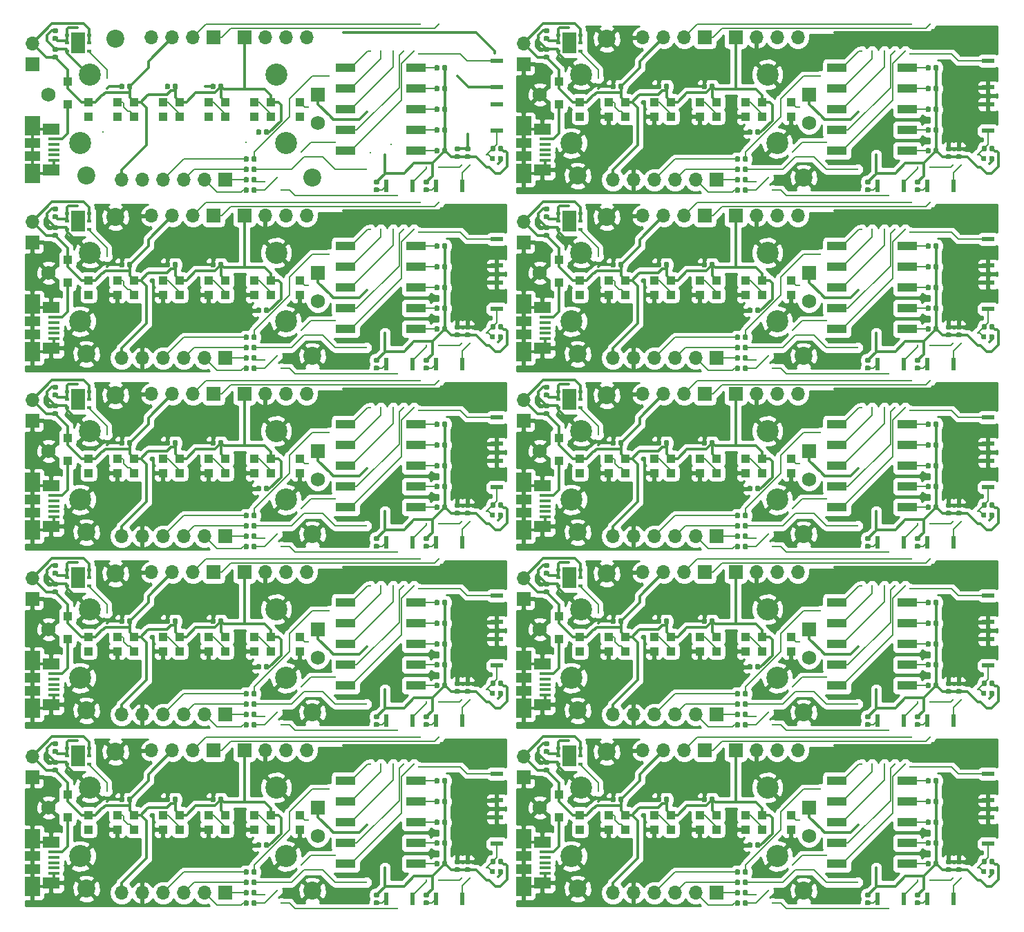
<source format=gbr>
G04 #@! TF.GenerationSoftware,KiCad,Pcbnew,5.0.2-bee76a0~70~ubuntu18.04.1*
G04 #@! TF.CreationDate,2019-05-14T10:35:03+02:00*
G04 #@! TF.ProjectId,m3_2x5_panel,6d335f32-7835-45f7-9061-6e656c2e6b69,rev?*
G04 #@! TF.SameCoordinates,Original*
G04 #@! TF.FileFunction,Copper,L1,Top*
G04 #@! TF.FilePolarity,Positive*
%FSLAX46Y46*%
G04 Gerber Fmt 4.6, Leading zero omitted, Abs format (unit mm)*
G04 Created by KiCad (PCBNEW 5.0.2-bee76a0~70~ubuntu18.04.1) date Di 14 Mai 2019 10:35:03 CEST*
%MOMM*%
%LPD*%
G01*
G04 APERTURE LIST*
G04 #@! TA.AperFunction,SMDPad,CuDef*
%ADD10R,1.380000X0.450000*%
G04 #@! TD*
G04 #@! TA.AperFunction,SMDPad,CuDef*
%ADD11R,2.100000X1.475000*%
G04 #@! TD*
G04 #@! TA.AperFunction,SMDPad,CuDef*
%ADD12R,1.900000X2.375000*%
G04 #@! TD*
G04 #@! TA.AperFunction,SMDPad,CuDef*
%ADD13R,1.900000X1.175000*%
G04 #@! TD*
G04 #@! TA.AperFunction,SMDPad,CuDef*
%ADD14R,1.100000X1.100000*%
G04 #@! TD*
G04 #@! TA.AperFunction,ComponentPad*
%ADD15C,2.700000*%
G04 #@! TD*
G04 #@! TA.AperFunction,ComponentPad*
%ADD16C,1.750000*%
G04 #@! TD*
G04 #@! TA.AperFunction,ComponentPad*
%ADD17R,1.750000X1.750000*%
G04 #@! TD*
G04 #@! TA.AperFunction,SMDPad,CuDef*
%ADD18R,1.000000X1.000000*%
G04 #@! TD*
G04 #@! TA.AperFunction,Conductor*
%ADD19C,0.100000*%
G04 #@! TD*
G04 #@! TA.AperFunction,SMDPad,CuDef*
%ADD20C,0.590000*%
G04 #@! TD*
G04 #@! TA.AperFunction,SMDPad,CuDef*
%ADD21R,0.550000X1.500000*%
G04 #@! TD*
G04 #@! TA.AperFunction,ComponentPad*
%ADD22C,2.200000*%
G04 #@! TD*
G04 #@! TA.AperFunction,SMDPad,CuDef*
%ADD23R,1.500000X0.550000*%
G04 #@! TD*
G04 #@! TA.AperFunction,ComponentPad*
%ADD24O,1.700000X1.700000*%
G04 #@! TD*
G04 #@! TA.AperFunction,ComponentPad*
%ADD25R,1.700000X1.700000*%
G04 #@! TD*
G04 #@! TA.AperFunction,SMDPad,CuDef*
%ADD26R,1.700000X2.600000*%
G04 #@! TD*
G04 #@! TA.AperFunction,SMDPad,CuDef*
%ADD27R,0.630000X0.450000*%
G04 #@! TD*
G04 #@! TA.AperFunction,SMDPad,CuDef*
%ADD28R,2.440000X1.120000*%
G04 #@! TD*
G04 #@! TA.AperFunction,ViaPad*
%ADD29C,0.301000*%
G04 #@! TD*
G04 #@! TA.AperFunction,Conductor*
%ADD30C,0.300000*%
G04 #@! TD*
G04 #@! TA.AperFunction,Conductor*
%ADD31C,0.152400*%
G04 #@! TD*
G04 #@! TA.AperFunction,Conductor*
%ADD32C,0.254000*%
G04 #@! TD*
G04 APERTURE END LIST*
D10*
G04 #@! TO.P,J1,1*
G04 #@! TO.N,Net-(D2-Pad2)*
X141106800Y-137324200D03*
G04 #@! TO.P,J1,2*
G04 #@! TO.N,Net-(J1-Pad2)*
X141106800Y-137974200D03*
G04 #@! TO.P,J1,3*
G04 #@! TO.N,Net-(J1-Pad3)*
X141106800Y-138624200D03*
G04 #@! TO.P,J1,4*
G04 #@! TO.N,Net-(J1-Pad4)*
X141106800Y-139274200D03*
G04 #@! TO.P,J1,5*
G04 #@! TO.N,GND*
X141106800Y-139924200D03*
D11*
G04 #@! TO.P,J1,6*
X140746800Y-136161700D03*
X140746800Y-141086700D03*
D12*
X138446800Y-135714200D03*
X138446800Y-141534200D03*
D13*
X138446800Y-137784200D03*
X138446800Y-139464200D03*
G04 #@! TD*
D10*
G04 #@! TO.P,J1,1*
G04 #@! TO.N,Net-(D2-Pad2)*
X80908800Y-137324200D03*
G04 #@! TO.P,J1,2*
G04 #@! TO.N,Net-(J1-Pad2)*
X80908800Y-137974200D03*
G04 #@! TO.P,J1,3*
G04 #@! TO.N,Net-(J1-Pad3)*
X80908800Y-138624200D03*
G04 #@! TO.P,J1,4*
G04 #@! TO.N,Net-(J1-Pad4)*
X80908800Y-139274200D03*
G04 #@! TO.P,J1,5*
G04 #@! TO.N,GND*
X80908800Y-139924200D03*
D11*
G04 #@! TO.P,J1,6*
X80548800Y-136161700D03*
X80548800Y-141086700D03*
D12*
X78248800Y-135714200D03*
X78248800Y-141534200D03*
D13*
X78248800Y-137784200D03*
X78248800Y-139464200D03*
G04 #@! TD*
D10*
G04 #@! TO.P,J1,1*
G04 #@! TO.N,Net-(D2-Pad2)*
X141106800Y-115480200D03*
G04 #@! TO.P,J1,2*
G04 #@! TO.N,Net-(J1-Pad2)*
X141106800Y-116130200D03*
G04 #@! TO.P,J1,3*
G04 #@! TO.N,Net-(J1-Pad3)*
X141106800Y-116780200D03*
G04 #@! TO.P,J1,4*
G04 #@! TO.N,Net-(J1-Pad4)*
X141106800Y-117430200D03*
G04 #@! TO.P,J1,5*
G04 #@! TO.N,GND*
X141106800Y-118080200D03*
D11*
G04 #@! TO.P,J1,6*
X140746800Y-114317700D03*
X140746800Y-119242700D03*
D12*
X138446800Y-113870200D03*
X138446800Y-119690200D03*
D13*
X138446800Y-115940200D03*
X138446800Y-117620200D03*
G04 #@! TD*
D10*
G04 #@! TO.P,J1,1*
G04 #@! TO.N,Net-(D2-Pad2)*
X80908800Y-115480200D03*
G04 #@! TO.P,J1,2*
G04 #@! TO.N,Net-(J1-Pad2)*
X80908800Y-116130200D03*
G04 #@! TO.P,J1,3*
G04 #@! TO.N,Net-(J1-Pad3)*
X80908800Y-116780200D03*
G04 #@! TO.P,J1,4*
G04 #@! TO.N,Net-(J1-Pad4)*
X80908800Y-117430200D03*
G04 #@! TO.P,J1,5*
G04 #@! TO.N,GND*
X80908800Y-118080200D03*
D11*
G04 #@! TO.P,J1,6*
X80548800Y-114317700D03*
X80548800Y-119242700D03*
D12*
X78248800Y-113870200D03*
X78248800Y-119690200D03*
D13*
X78248800Y-115940200D03*
X78248800Y-117620200D03*
G04 #@! TD*
D10*
G04 #@! TO.P,J1,1*
G04 #@! TO.N,Net-(D2-Pad2)*
X141106800Y-93636200D03*
G04 #@! TO.P,J1,2*
G04 #@! TO.N,Net-(J1-Pad2)*
X141106800Y-94286200D03*
G04 #@! TO.P,J1,3*
G04 #@! TO.N,Net-(J1-Pad3)*
X141106800Y-94936200D03*
G04 #@! TO.P,J1,4*
G04 #@! TO.N,Net-(J1-Pad4)*
X141106800Y-95586200D03*
G04 #@! TO.P,J1,5*
G04 #@! TO.N,GND*
X141106800Y-96236200D03*
D11*
G04 #@! TO.P,J1,6*
X140746800Y-92473700D03*
X140746800Y-97398700D03*
D12*
X138446800Y-92026200D03*
X138446800Y-97846200D03*
D13*
X138446800Y-94096200D03*
X138446800Y-95776200D03*
G04 #@! TD*
D10*
G04 #@! TO.P,J1,1*
G04 #@! TO.N,Net-(D2-Pad2)*
X80908800Y-93636200D03*
G04 #@! TO.P,J1,2*
G04 #@! TO.N,Net-(J1-Pad2)*
X80908800Y-94286200D03*
G04 #@! TO.P,J1,3*
G04 #@! TO.N,Net-(J1-Pad3)*
X80908800Y-94936200D03*
G04 #@! TO.P,J1,4*
G04 #@! TO.N,Net-(J1-Pad4)*
X80908800Y-95586200D03*
G04 #@! TO.P,J1,5*
G04 #@! TO.N,GND*
X80908800Y-96236200D03*
D11*
G04 #@! TO.P,J1,6*
X80548800Y-92473700D03*
X80548800Y-97398700D03*
D12*
X78248800Y-92026200D03*
X78248800Y-97846200D03*
D13*
X78248800Y-94096200D03*
X78248800Y-95776200D03*
G04 #@! TD*
D10*
G04 #@! TO.P,J1,1*
G04 #@! TO.N,Net-(D2-Pad2)*
X141106800Y-71792200D03*
G04 #@! TO.P,J1,2*
G04 #@! TO.N,Net-(J1-Pad2)*
X141106800Y-72442200D03*
G04 #@! TO.P,J1,3*
G04 #@! TO.N,Net-(J1-Pad3)*
X141106800Y-73092200D03*
G04 #@! TO.P,J1,4*
G04 #@! TO.N,Net-(J1-Pad4)*
X141106800Y-73742200D03*
G04 #@! TO.P,J1,5*
G04 #@! TO.N,GND*
X141106800Y-74392200D03*
D11*
G04 #@! TO.P,J1,6*
X140746800Y-70629700D03*
X140746800Y-75554700D03*
D12*
X138446800Y-70182200D03*
X138446800Y-76002200D03*
D13*
X138446800Y-72252200D03*
X138446800Y-73932200D03*
G04 #@! TD*
D10*
G04 #@! TO.P,J1,1*
G04 #@! TO.N,Net-(D2-Pad2)*
X80908800Y-71792200D03*
G04 #@! TO.P,J1,2*
G04 #@! TO.N,Net-(J1-Pad2)*
X80908800Y-72442200D03*
G04 #@! TO.P,J1,3*
G04 #@! TO.N,Net-(J1-Pad3)*
X80908800Y-73092200D03*
G04 #@! TO.P,J1,4*
G04 #@! TO.N,Net-(J1-Pad4)*
X80908800Y-73742200D03*
G04 #@! TO.P,J1,5*
G04 #@! TO.N,GND*
X80908800Y-74392200D03*
D11*
G04 #@! TO.P,J1,6*
X80548800Y-70629700D03*
X80548800Y-75554700D03*
D12*
X78248800Y-70182200D03*
X78248800Y-76002200D03*
D13*
X78248800Y-72252200D03*
X78248800Y-73932200D03*
G04 #@! TD*
D10*
G04 #@! TO.P,J1,1*
G04 #@! TO.N,Net-(D2-Pad2)*
X141106800Y-49948200D03*
G04 #@! TO.P,J1,2*
G04 #@! TO.N,Net-(J1-Pad2)*
X141106800Y-50598200D03*
G04 #@! TO.P,J1,3*
G04 #@! TO.N,Net-(J1-Pad3)*
X141106800Y-51248200D03*
G04 #@! TO.P,J1,4*
G04 #@! TO.N,Net-(J1-Pad4)*
X141106800Y-51898200D03*
G04 #@! TO.P,J1,5*
G04 #@! TO.N,GND*
X141106800Y-52548200D03*
D11*
G04 #@! TO.P,J1,6*
X140746800Y-48785700D03*
X140746800Y-53710700D03*
D12*
X138446800Y-48338200D03*
X138446800Y-54158200D03*
D13*
X138446800Y-50408200D03*
X138446800Y-52088200D03*
G04 #@! TD*
D14*
G04 #@! TO.P,D2,1*
G04 #@! TO.N,VDD5V*
X142798800Y-130248200D03*
G04 #@! TO.P,D2,2*
G04 #@! TO.N,Net-(D2-Pad2)*
X142798800Y-133048200D03*
G04 #@! TD*
G04 #@! TO.P,D2,1*
G04 #@! TO.N,VDD5V*
X82600800Y-130248200D03*
G04 #@! TO.P,D2,2*
G04 #@! TO.N,Net-(D2-Pad2)*
X82600800Y-133048200D03*
G04 #@! TD*
G04 #@! TO.P,D2,1*
G04 #@! TO.N,VDD5V*
X142798800Y-108404200D03*
G04 #@! TO.P,D2,2*
G04 #@! TO.N,Net-(D2-Pad2)*
X142798800Y-111204200D03*
G04 #@! TD*
G04 #@! TO.P,D2,1*
G04 #@! TO.N,VDD5V*
X82600800Y-108404200D03*
G04 #@! TO.P,D2,2*
G04 #@! TO.N,Net-(D2-Pad2)*
X82600800Y-111204200D03*
G04 #@! TD*
G04 #@! TO.P,D2,1*
G04 #@! TO.N,VDD5V*
X142798800Y-86560200D03*
G04 #@! TO.P,D2,2*
G04 #@! TO.N,Net-(D2-Pad2)*
X142798800Y-89360200D03*
G04 #@! TD*
G04 #@! TO.P,D2,1*
G04 #@! TO.N,VDD5V*
X82600800Y-86560200D03*
G04 #@! TO.P,D2,2*
G04 #@! TO.N,Net-(D2-Pad2)*
X82600800Y-89360200D03*
G04 #@! TD*
G04 #@! TO.P,D2,1*
G04 #@! TO.N,VDD5V*
X142798800Y-64716200D03*
G04 #@! TO.P,D2,2*
G04 #@! TO.N,Net-(D2-Pad2)*
X142798800Y-67516200D03*
G04 #@! TD*
G04 #@! TO.P,D2,1*
G04 #@! TO.N,VDD5V*
X82600800Y-64716200D03*
G04 #@! TO.P,D2,2*
G04 #@! TO.N,Net-(D2-Pad2)*
X82600800Y-67516200D03*
G04 #@! TD*
G04 #@! TO.P,D2,1*
G04 #@! TO.N,VDD5V*
X142798800Y-42872200D03*
G04 #@! TO.P,D2,2*
G04 #@! TO.N,Net-(D2-Pad2)*
X142798800Y-45672200D03*
G04 #@! TD*
D15*
G04 #@! TO.P,RV1,MP*
G04 #@! TO.N,GND*
X144346800Y-137824200D03*
X169546800Y-137824200D03*
X145546800Y-129424200D03*
X168346800Y-129424200D03*
D16*
G04 #@! TO.P,RV1,3*
X140446800Y-131874200D03*
G04 #@! TO.P,RV1,2*
G04 #@! TO.N,Net-(RV1-Pad2)*
X173446800Y-135374200D03*
D17*
G04 #@! TO.P,RV1,1*
G04 #@! TO.N,3.3V*
X173446800Y-131874200D03*
G04 #@! TD*
D15*
G04 #@! TO.P,RV1,MP*
G04 #@! TO.N,GND*
X84148800Y-137824200D03*
X109348800Y-137824200D03*
X85348800Y-129424200D03*
X108148800Y-129424200D03*
D16*
G04 #@! TO.P,RV1,3*
X80248800Y-131874200D03*
G04 #@! TO.P,RV1,2*
G04 #@! TO.N,Net-(RV1-Pad2)*
X113248800Y-135374200D03*
D17*
G04 #@! TO.P,RV1,1*
G04 #@! TO.N,3.3V*
X113248800Y-131874200D03*
G04 #@! TD*
D15*
G04 #@! TO.P,RV1,MP*
G04 #@! TO.N,GND*
X144346800Y-115980200D03*
X169546800Y-115980200D03*
X145546800Y-107580200D03*
X168346800Y-107580200D03*
D16*
G04 #@! TO.P,RV1,3*
X140446800Y-110030200D03*
G04 #@! TO.P,RV1,2*
G04 #@! TO.N,Net-(RV1-Pad2)*
X173446800Y-113530200D03*
D17*
G04 #@! TO.P,RV1,1*
G04 #@! TO.N,3.3V*
X173446800Y-110030200D03*
G04 #@! TD*
D15*
G04 #@! TO.P,RV1,MP*
G04 #@! TO.N,GND*
X84148800Y-115980200D03*
X109348800Y-115980200D03*
X85348800Y-107580200D03*
X108148800Y-107580200D03*
D16*
G04 #@! TO.P,RV1,3*
X80248800Y-110030200D03*
G04 #@! TO.P,RV1,2*
G04 #@! TO.N,Net-(RV1-Pad2)*
X113248800Y-113530200D03*
D17*
G04 #@! TO.P,RV1,1*
G04 #@! TO.N,3.3V*
X113248800Y-110030200D03*
G04 #@! TD*
D15*
G04 #@! TO.P,RV1,MP*
G04 #@! TO.N,GND*
X144346800Y-94136200D03*
X169546800Y-94136200D03*
X145546800Y-85736200D03*
X168346800Y-85736200D03*
D16*
G04 #@! TO.P,RV1,3*
X140446800Y-88186200D03*
G04 #@! TO.P,RV1,2*
G04 #@! TO.N,Net-(RV1-Pad2)*
X173446800Y-91686200D03*
D17*
G04 #@! TO.P,RV1,1*
G04 #@! TO.N,3.3V*
X173446800Y-88186200D03*
G04 #@! TD*
D15*
G04 #@! TO.P,RV1,MP*
G04 #@! TO.N,GND*
X84148800Y-94136200D03*
X109348800Y-94136200D03*
X85348800Y-85736200D03*
X108148800Y-85736200D03*
D16*
G04 #@! TO.P,RV1,3*
X80248800Y-88186200D03*
G04 #@! TO.P,RV1,2*
G04 #@! TO.N,Net-(RV1-Pad2)*
X113248800Y-91686200D03*
D17*
G04 #@! TO.P,RV1,1*
G04 #@! TO.N,3.3V*
X113248800Y-88186200D03*
G04 #@! TD*
D15*
G04 #@! TO.P,RV1,MP*
G04 #@! TO.N,GND*
X144346800Y-72292200D03*
X169546800Y-72292200D03*
X145546800Y-63892200D03*
X168346800Y-63892200D03*
D16*
G04 #@! TO.P,RV1,3*
X140446800Y-66342200D03*
G04 #@! TO.P,RV1,2*
G04 #@! TO.N,Net-(RV1-Pad2)*
X173446800Y-69842200D03*
D17*
G04 #@! TO.P,RV1,1*
G04 #@! TO.N,3.3V*
X173446800Y-66342200D03*
G04 #@! TD*
D15*
G04 #@! TO.P,RV1,MP*
G04 #@! TO.N,GND*
X84148800Y-72292200D03*
X109348800Y-72292200D03*
X85348800Y-63892200D03*
X108148800Y-63892200D03*
D16*
G04 #@! TO.P,RV1,3*
X80248800Y-66342200D03*
G04 #@! TO.P,RV1,2*
G04 #@! TO.N,Net-(RV1-Pad2)*
X113248800Y-69842200D03*
D17*
G04 #@! TO.P,RV1,1*
G04 #@! TO.N,3.3V*
X113248800Y-66342200D03*
G04 #@! TD*
D15*
G04 #@! TO.P,RV1,MP*
G04 #@! TO.N,GND*
X144346800Y-50448200D03*
X169546800Y-50448200D03*
X145546800Y-42048200D03*
X168346800Y-42048200D03*
D16*
G04 #@! TO.P,RV1,3*
X140446800Y-44498200D03*
G04 #@! TO.P,RV1,2*
G04 #@! TO.N,Net-(RV1-Pad2)*
X173446800Y-47998200D03*
D17*
G04 #@! TO.P,RV1,1*
G04 #@! TO.N,3.3V*
X173446800Y-44498200D03*
G04 #@! TD*
D18*
G04 #@! TO.P,D6,3*
G04 #@! TO.N,VDD5V*
X145366800Y-132805200D03*
G04 #@! TO.P,D6,4*
G04 #@! TO.N,Net-(D6-Pad4)*
X145366800Y-134555200D03*
G04 #@! TO.P,D6,2*
G04 #@! TO.N,Net-(D5-Pad4)*
X148866800Y-132805200D03*
G04 #@! TO.P,D6,1*
G04 #@! TO.N,GND*
X148866800Y-134555200D03*
G04 #@! TD*
G04 #@! TO.P,D6,3*
G04 #@! TO.N,VDD5V*
X85168800Y-132805200D03*
G04 #@! TO.P,D6,4*
G04 #@! TO.N,Net-(D6-Pad4)*
X85168800Y-134555200D03*
G04 #@! TO.P,D6,2*
G04 #@! TO.N,Net-(D5-Pad4)*
X88668800Y-132805200D03*
G04 #@! TO.P,D6,1*
G04 #@! TO.N,GND*
X88668800Y-134555200D03*
G04 #@! TD*
G04 #@! TO.P,D6,3*
G04 #@! TO.N,VDD5V*
X145366800Y-110961200D03*
G04 #@! TO.P,D6,4*
G04 #@! TO.N,Net-(D6-Pad4)*
X145366800Y-112711200D03*
G04 #@! TO.P,D6,2*
G04 #@! TO.N,Net-(D5-Pad4)*
X148866800Y-110961200D03*
G04 #@! TO.P,D6,1*
G04 #@! TO.N,GND*
X148866800Y-112711200D03*
G04 #@! TD*
G04 #@! TO.P,D6,3*
G04 #@! TO.N,VDD5V*
X85168800Y-110961200D03*
G04 #@! TO.P,D6,4*
G04 #@! TO.N,Net-(D6-Pad4)*
X85168800Y-112711200D03*
G04 #@! TO.P,D6,2*
G04 #@! TO.N,Net-(D5-Pad4)*
X88668800Y-110961200D03*
G04 #@! TO.P,D6,1*
G04 #@! TO.N,GND*
X88668800Y-112711200D03*
G04 #@! TD*
G04 #@! TO.P,D6,3*
G04 #@! TO.N,VDD5V*
X145366800Y-89117200D03*
G04 #@! TO.P,D6,4*
G04 #@! TO.N,Net-(D6-Pad4)*
X145366800Y-90867200D03*
G04 #@! TO.P,D6,2*
G04 #@! TO.N,Net-(D5-Pad4)*
X148866800Y-89117200D03*
G04 #@! TO.P,D6,1*
G04 #@! TO.N,GND*
X148866800Y-90867200D03*
G04 #@! TD*
G04 #@! TO.P,D6,3*
G04 #@! TO.N,VDD5V*
X85168800Y-89117200D03*
G04 #@! TO.P,D6,4*
G04 #@! TO.N,Net-(D6-Pad4)*
X85168800Y-90867200D03*
G04 #@! TO.P,D6,2*
G04 #@! TO.N,Net-(D5-Pad4)*
X88668800Y-89117200D03*
G04 #@! TO.P,D6,1*
G04 #@! TO.N,GND*
X88668800Y-90867200D03*
G04 #@! TD*
G04 #@! TO.P,D6,3*
G04 #@! TO.N,VDD5V*
X145366800Y-67273200D03*
G04 #@! TO.P,D6,4*
G04 #@! TO.N,Net-(D6-Pad4)*
X145366800Y-69023200D03*
G04 #@! TO.P,D6,2*
G04 #@! TO.N,Net-(D5-Pad4)*
X148866800Y-67273200D03*
G04 #@! TO.P,D6,1*
G04 #@! TO.N,GND*
X148866800Y-69023200D03*
G04 #@! TD*
G04 #@! TO.P,D6,3*
G04 #@! TO.N,VDD5V*
X85168800Y-67273200D03*
G04 #@! TO.P,D6,4*
G04 #@! TO.N,Net-(D6-Pad4)*
X85168800Y-69023200D03*
G04 #@! TO.P,D6,2*
G04 #@! TO.N,Net-(D5-Pad4)*
X88668800Y-67273200D03*
G04 #@! TO.P,D6,1*
G04 #@! TO.N,GND*
X88668800Y-69023200D03*
G04 #@! TD*
G04 #@! TO.P,D6,3*
G04 #@! TO.N,VDD5V*
X145366800Y-45429200D03*
G04 #@! TO.P,D6,4*
G04 #@! TO.N,Net-(D6-Pad4)*
X145366800Y-47179200D03*
G04 #@! TO.P,D6,2*
G04 #@! TO.N,Net-(D5-Pad4)*
X148866800Y-45429200D03*
G04 #@! TO.P,D6,1*
G04 #@! TO.N,GND*
X148866800Y-47179200D03*
G04 #@! TD*
D19*
G04 #@! TO.N,3.3V*
G04 #@! TO.C,C2*
G36*
X141461758Y-124726910D02*
X141476076Y-124729034D01*
X141490117Y-124732551D01*
X141503746Y-124737428D01*
X141516831Y-124743617D01*
X141529247Y-124751058D01*
X141540873Y-124759681D01*
X141551598Y-124769402D01*
X141561319Y-124780127D01*
X141569942Y-124791753D01*
X141577383Y-124804169D01*
X141583572Y-124817254D01*
X141588449Y-124830883D01*
X141591966Y-124844924D01*
X141594090Y-124859242D01*
X141594800Y-124873700D01*
X141594800Y-125168700D01*
X141594090Y-125183158D01*
X141591966Y-125197476D01*
X141588449Y-125211517D01*
X141583572Y-125225146D01*
X141577383Y-125238231D01*
X141569942Y-125250647D01*
X141561319Y-125262273D01*
X141551598Y-125272998D01*
X141540873Y-125282719D01*
X141529247Y-125291342D01*
X141516831Y-125298783D01*
X141503746Y-125304972D01*
X141490117Y-125309849D01*
X141476076Y-125313366D01*
X141461758Y-125315490D01*
X141447300Y-125316200D01*
X141102300Y-125316200D01*
X141087842Y-125315490D01*
X141073524Y-125313366D01*
X141059483Y-125309849D01*
X141045854Y-125304972D01*
X141032769Y-125298783D01*
X141020353Y-125291342D01*
X141008727Y-125282719D01*
X140998002Y-125272998D01*
X140988281Y-125262273D01*
X140979658Y-125250647D01*
X140972217Y-125238231D01*
X140966028Y-125225146D01*
X140961151Y-125211517D01*
X140957634Y-125197476D01*
X140955510Y-125183158D01*
X140954800Y-125168700D01*
X140954800Y-124873700D01*
X140955510Y-124859242D01*
X140957634Y-124844924D01*
X140961151Y-124830883D01*
X140966028Y-124817254D01*
X140972217Y-124804169D01*
X140979658Y-124791753D01*
X140988281Y-124780127D01*
X140998002Y-124769402D01*
X141008727Y-124759681D01*
X141020353Y-124751058D01*
X141032769Y-124743617D01*
X141045854Y-124737428D01*
X141059483Y-124732551D01*
X141073524Y-124729034D01*
X141087842Y-124726910D01*
X141102300Y-124726200D01*
X141447300Y-124726200D01*
X141461758Y-124726910D01*
X141461758Y-124726910D01*
G37*
D20*
G04 #@! TD*
G04 #@! TO.P,C2,2*
G04 #@! TO.N,3.3V*
X141274800Y-125021200D03*
D19*
G04 #@! TO.N,GND*
G04 #@! TO.C,C2*
G36*
X141461758Y-123756910D02*
X141476076Y-123759034D01*
X141490117Y-123762551D01*
X141503746Y-123767428D01*
X141516831Y-123773617D01*
X141529247Y-123781058D01*
X141540873Y-123789681D01*
X141551598Y-123799402D01*
X141561319Y-123810127D01*
X141569942Y-123821753D01*
X141577383Y-123834169D01*
X141583572Y-123847254D01*
X141588449Y-123860883D01*
X141591966Y-123874924D01*
X141594090Y-123889242D01*
X141594800Y-123903700D01*
X141594800Y-124198700D01*
X141594090Y-124213158D01*
X141591966Y-124227476D01*
X141588449Y-124241517D01*
X141583572Y-124255146D01*
X141577383Y-124268231D01*
X141569942Y-124280647D01*
X141561319Y-124292273D01*
X141551598Y-124302998D01*
X141540873Y-124312719D01*
X141529247Y-124321342D01*
X141516831Y-124328783D01*
X141503746Y-124334972D01*
X141490117Y-124339849D01*
X141476076Y-124343366D01*
X141461758Y-124345490D01*
X141447300Y-124346200D01*
X141102300Y-124346200D01*
X141087842Y-124345490D01*
X141073524Y-124343366D01*
X141059483Y-124339849D01*
X141045854Y-124334972D01*
X141032769Y-124328783D01*
X141020353Y-124321342D01*
X141008727Y-124312719D01*
X140998002Y-124302998D01*
X140988281Y-124292273D01*
X140979658Y-124280647D01*
X140972217Y-124268231D01*
X140966028Y-124255146D01*
X140961151Y-124241517D01*
X140957634Y-124227476D01*
X140955510Y-124213158D01*
X140954800Y-124198700D01*
X140954800Y-123903700D01*
X140955510Y-123889242D01*
X140957634Y-123874924D01*
X140961151Y-123860883D01*
X140966028Y-123847254D01*
X140972217Y-123834169D01*
X140979658Y-123821753D01*
X140988281Y-123810127D01*
X140998002Y-123799402D01*
X141008727Y-123789681D01*
X141020353Y-123781058D01*
X141032769Y-123773617D01*
X141045854Y-123767428D01*
X141059483Y-123762551D01*
X141073524Y-123759034D01*
X141087842Y-123756910D01*
X141102300Y-123756200D01*
X141447300Y-123756200D01*
X141461758Y-123756910D01*
X141461758Y-123756910D01*
G37*
D20*
G04 #@! TD*
G04 #@! TO.P,C2,1*
G04 #@! TO.N,GND*
X141274800Y-124051200D03*
D19*
G04 #@! TO.N,3.3V*
G04 #@! TO.C,C2*
G36*
X81263758Y-124726910D02*
X81278076Y-124729034D01*
X81292117Y-124732551D01*
X81305746Y-124737428D01*
X81318831Y-124743617D01*
X81331247Y-124751058D01*
X81342873Y-124759681D01*
X81353598Y-124769402D01*
X81363319Y-124780127D01*
X81371942Y-124791753D01*
X81379383Y-124804169D01*
X81385572Y-124817254D01*
X81390449Y-124830883D01*
X81393966Y-124844924D01*
X81396090Y-124859242D01*
X81396800Y-124873700D01*
X81396800Y-125168700D01*
X81396090Y-125183158D01*
X81393966Y-125197476D01*
X81390449Y-125211517D01*
X81385572Y-125225146D01*
X81379383Y-125238231D01*
X81371942Y-125250647D01*
X81363319Y-125262273D01*
X81353598Y-125272998D01*
X81342873Y-125282719D01*
X81331247Y-125291342D01*
X81318831Y-125298783D01*
X81305746Y-125304972D01*
X81292117Y-125309849D01*
X81278076Y-125313366D01*
X81263758Y-125315490D01*
X81249300Y-125316200D01*
X80904300Y-125316200D01*
X80889842Y-125315490D01*
X80875524Y-125313366D01*
X80861483Y-125309849D01*
X80847854Y-125304972D01*
X80834769Y-125298783D01*
X80822353Y-125291342D01*
X80810727Y-125282719D01*
X80800002Y-125272998D01*
X80790281Y-125262273D01*
X80781658Y-125250647D01*
X80774217Y-125238231D01*
X80768028Y-125225146D01*
X80763151Y-125211517D01*
X80759634Y-125197476D01*
X80757510Y-125183158D01*
X80756800Y-125168700D01*
X80756800Y-124873700D01*
X80757510Y-124859242D01*
X80759634Y-124844924D01*
X80763151Y-124830883D01*
X80768028Y-124817254D01*
X80774217Y-124804169D01*
X80781658Y-124791753D01*
X80790281Y-124780127D01*
X80800002Y-124769402D01*
X80810727Y-124759681D01*
X80822353Y-124751058D01*
X80834769Y-124743617D01*
X80847854Y-124737428D01*
X80861483Y-124732551D01*
X80875524Y-124729034D01*
X80889842Y-124726910D01*
X80904300Y-124726200D01*
X81249300Y-124726200D01*
X81263758Y-124726910D01*
X81263758Y-124726910D01*
G37*
D20*
G04 #@! TD*
G04 #@! TO.P,C2,2*
G04 #@! TO.N,3.3V*
X81076800Y-125021200D03*
D19*
G04 #@! TO.N,GND*
G04 #@! TO.C,C2*
G36*
X81263758Y-123756910D02*
X81278076Y-123759034D01*
X81292117Y-123762551D01*
X81305746Y-123767428D01*
X81318831Y-123773617D01*
X81331247Y-123781058D01*
X81342873Y-123789681D01*
X81353598Y-123799402D01*
X81363319Y-123810127D01*
X81371942Y-123821753D01*
X81379383Y-123834169D01*
X81385572Y-123847254D01*
X81390449Y-123860883D01*
X81393966Y-123874924D01*
X81396090Y-123889242D01*
X81396800Y-123903700D01*
X81396800Y-124198700D01*
X81396090Y-124213158D01*
X81393966Y-124227476D01*
X81390449Y-124241517D01*
X81385572Y-124255146D01*
X81379383Y-124268231D01*
X81371942Y-124280647D01*
X81363319Y-124292273D01*
X81353598Y-124302998D01*
X81342873Y-124312719D01*
X81331247Y-124321342D01*
X81318831Y-124328783D01*
X81305746Y-124334972D01*
X81292117Y-124339849D01*
X81278076Y-124343366D01*
X81263758Y-124345490D01*
X81249300Y-124346200D01*
X80904300Y-124346200D01*
X80889842Y-124345490D01*
X80875524Y-124343366D01*
X80861483Y-124339849D01*
X80847854Y-124334972D01*
X80834769Y-124328783D01*
X80822353Y-124321342D01*
X80810727Y-124312719D01*
X80800002Y-124302998D01*
X80790281Y-124292273D01*
X80781658Y-124280647D01*
X80774217Y-124268231D01*
X80768028Y-124255146D01*
X80763151Y-124241517D01*
X80759634Y-124227476D01*
X80757510Y-124213158D01*
X80756800Y-124198700D01*
X80756800Y-123903700D01*
X80757510Y-123889242D01*
X80759634Y-123874924D01*
X80763151Y-123860883D01*
X80768028Y-123847254D01*
X80774217Y-123834169D01*
X80781658Y-123821753D01*
X80790281Y-123810127D01*
X80800002Y-123799402D01*
X80810727Y-123789681D01*
X80822353Y-123781058D01*
X80834769Y-123773617D01*
X80847854Y-123767428D01*
X80861483Y-123762551D01*
X80875524Y-123759034D01*
X80889842Y-123756910D01*
X80904300Y-123756200D01*
X81249300Y-123756200D01*
X81263758Y-123756910D01*
X81263758Y-123756910D01*
G37*
D20*
G04 #@! TD*
G04 #@! TO.P,C2,1*
G04 #@! TO.N,GND*
X81076800Y-124051200D03*
D19*
G04 #@! TO.N,3.3V*
G04 #@! TO.C,C2*
G36*
X141461758Y-102882910D02*
X141476076Y-102885034D01*
X141490117Y-102888551D01*
X141503746Y-102893428D01*
X141516831Y-102899617D01*
X141529247Y-102907058D01*
X141540873Y-102915681D01*
X141551598Y-102925402D01*
X141561319Y-102936127D01*
X141569942Y-102947753D01*
X141577383Y-102960169D01*
X141583572Y-102973254D01*
X141588449Y-102986883D01*
X141591966Y-103000924D01*
X141594090Y-103015242D01*
X141594800Y-103029700D01*
X141594800Y-103324700D01*
X141594090Y-103339158D01*
X141591966Y-103353476D01*
X141588449Y-103367517D01*
X141583572Y-103381146D01*
X141577383Y-103394231D01*
X141569942Y-103406647D01*
X141561319Y-103418273D01*
X141551598Y-103428998D01*
X141540873Y-103438719D01*
X141529247Y-103447342D01*
X141516831Y-103454783D01*
X141503746Y-103460972D01*
X141490117Y-103465849D01*
X141476076Y-103469366D01*
X141461758Y-103471490D01*
X141447300Y-103472200D01*
X141102300Y-103472200D01*
X141087842Y-103471490D01*
X141073524Y-103469366D01*
X141059483Y-103465849D01*
X141045854Y-103460972D01*
X141032769Y-103454783D01*
X141020353Y-103447342D01*
X141008727Y-103438719D01*
X140998002Y-103428998D01*
X140988281Y-103418273D01*
X140979658Y-103406647D01*
X140972217Y-103394231D01*
X140966028Y-103381146D01*
X140961151Y-103367517D01*
X140957634Y-103353476D01*
X140955510Y-103339158D01*
X140954800Y-103324700D01*
X140954800Y-103029700D01*
X140955510Y-103015242D01*
X140957634Y-103000924D01*
X140961151Y-102986883D01*
X140966028Y-102973254D01*
X140972217Y-102960169D01*
X140979658Y-102947753D01*
X140988281Y-102936127D01*
X140998002Y-102925402D01*
X141008727Y-102915681D01*
X141020353Y-102907058D01*
X141032769Y-102899617D01*
X141045854Y-102893428D01*
X141059483Y-102888551D01*
X141073524Y-102885034D01*
X141087842Y-102882910D01*
X141102300Y-102882200D01*
X141447300Y-102882200D01*
X141461758Y-102882910D01*
X141461758Y-102882910D01*
G37*
D20*
G04 #@! TD*
G04 #@! TO.P,C2,2*
G04 #@! TO.N,3.3V*
X141274800Y-103177200D03*
D19*
G04 #@! TO.N,GND*
G04 #@! TO.C,C2*
G36*
X141461758Y-101912910D02*
X141476076Y-101915034D01*
X141490117Y-101918551D01*
X141503746Y-101923428D01*
X141516831Y-101929617D01*
X141529247Y-101937058D01*
X141540873Y-101945681D01*
X141551598Y-101955402D01*
X141561319Y-101966127D01*
X141569942Y-101977753D01*
X141577383Y-101990169D01*
X141583572Y-102003254D01*
X141588449Y-102016883D01*
X141591966Y-102030924D01*
X141594090Y-102045242D01*
X141594800Y-102059700D01*
X141594800Y-102354700D01*
X141594090Y-102369158D01*
X141591966Y-102383476D01*
X141588449Y-102397517D01*
X141583572Y-102411146D01*
X141577383Y-102424231D01*
X141569942Y-102436647D01*
X141561319Y-102448273D01*
X141551598Y-102458998D01*
X141540873Y-102468719D01*
X141529247Y-102477342D01*
X141516831Y-102484783D01*
X141503746Y-102490972D01*
X141490117Y-102495849D01*
X141476076Y-102499366D01*
X141461758Y-102501490D01*
X141447300Y-102502200D01*
X141102300Y-102502200D01*
X141087842Y-102501490D01*
X141073524Y-102499366D01*
X141059483Y-102495849D01*
X141045854Y-102490972D01*
X141032769Y-102484783D01*
X141020353Y-102477342D01*
X141008727Y-102468719D01*
X140998002Y-102458998D01*
X140988281Y-102448273D01*
X140979658Y-102436647D01*
X140972217Y-102424231D01*
X140966028Y-102411146D01*
X140961151Y-102397517D01*
X140957634Y-102383476D01*
X140955510Y-102369158D01*
X140954800Y-102354700D01*
X140954800Y-102059700D01*
X140955510Y-102045242D01*
X140957634Y-102030924D01*
X140961151Y-102016883D01*
X140966028Y-102003254D01*
X140972217Y-101990169D01*
X140979658Y-101977753D01*
X140988281Y-101966127D01*
X140998002Y-101955402D01*
X141008727Y-101945681D01*
X141020353Y-101937058D01*
X141032769Y-101929617D01*
X141045854Y-101923428D01*
X141059483Y-101918551D01*
X141073524Y-101915034D01*
X141087842Y-101912910D01*
X141102300Y-101912200D01*
X141447300Y-101912200D01*
X141461758Y-101912910D01*
X141461758Y-101912910D01*
G37*
D20*
G04 #@! TD*
G04 #@! TO.P,C2,1*
G04 #@! TO.N,GND*
X141274800Y-102207200D03*
D19*
G04 #@! TO.N,3.3V*
G04 #@! TO.C,C2*
G36*
X81263758Y-102882910D02*
X81278076Y-102885034D01*
X81292117Y-102888551D01*
X81305746Y-102893428D01*
X81318831Y-102899617D01*
X81331247Y-102907058D01*
X81342873Y-102915681D01*
X81353598Y-102925402D01*
X81363319Y-102936127D01*
X81371942Y-102947753D01*
X81379383Y-102960169D01*
X81385572Y-102973254D01*
X81390449Y-102986883D01*
X81393966Y-103000924D01*
X81396090Y-103015242D01*
X81396800Y-103029700D01*
X81396800Y-103324700D01*
X81396090Y-103339158D01*
X81393966Y-103353476D01*
X81390449Y-103367517D01*
X81385572Y-103381146D01*
X81379383Y-103394231D01*
X81371942Y-103406647D01*
X81363319Y-103418273D01*
X81353598Y-103428998D01*
X81342873Y-103438719D01*
X81331247Y-103447342D01*
X81318831Y-103454783D01*
X81305746Y-103460972D01*
X81292117Y-103465849D01*
X81278076Y-103469366D01*
X81263758Y-103471490D01*
X81249300Y-103472200D01*
X80904300Y-103472200D01*
X80889842Y-103471490D01*
X80875524Y-103469366D01*
X80861483Y-103465849D01*
X80847854Y-103460972D01*
X80834769Y-103454783D01*
X80822353Y-103447342D01*
X80810727Y-103438719D01*
X80800002Y-103428998D01*
X80790281Y-103418273D01*
X80781658Y-103406647D01*
X80774217Y-103394231D01*
X80768028Y-103381146D01*
X80763151Y-103367517D01*
X80759634Y-103353476D01*
X80757510Y-103339158D01*
X80756800Y-103324700D01*
X80756800Y-103029700D01*
X80757510Y-103015242D01*
X80759634Y-103000924D01*
X80763151Y-102986883D01*
X80768028Y-102973254D01*
X80774217Y-102960169D01*
X80781658Y-102947753D01*
X80790281Y-102936127D01*
X80800002Y-102925402D01*
X80810727Y-102915681D01*
X80822353Y-102907058D01*
X80834769Y-102899617D01*
X80847854Y-102893428D01*
X80861483Y-102888551D01*
X80875524Y-102885034D01*
X80889842Y-102882910D01*
X80904300Y-102882200D01*
X81249300Y-102882200D01*
X81263758Y-102882910D01*
X81263758Y-102882910D01*
G37*
D20*
G04 #@! TD*
G04 #@! TO.P,C2,2*
G04 #@! TO.N,3.3V*
X81076800Y-103177200D03*
D19*
G04 #@! TO.N,GND*
G04 #@! TO.C,C2*
G36*
X81263758Y-101912910D02*
X81278076Y-101915034D01*
X81292117Y-101918551D01*
X81305746Y-101923428D01*
X81318831Y-101929617D01*
X81331247Y-101937058D01*
X81342873Y-101945681D01*
X81353598Y-101955402D01*
X81363319Y-101966127D01*
X81371942Y-101977753D01*
X81379383Y-101990169D01*
X81385572Y-102003254D01*
X81390449Y-102016883D01*
X81393966Y-102030924D01*
X81396090Y-102045242D01*
X81396800Y-102059700D01*
X81396800Y-102354700D01*
X81396090Y-102369158D01*
X81393966Y-102383476D01*
X81390449Y-102397517D01*
X81385572Y-102411146D01*
X81379383Y-102424231D01*
X81371942Y-102436647D01*
X81363319Y-102448273D01*
X81353598Y-102458998D01*
X81342873Y-102468719D01*
X81331247Y-102477342D01*
X81318831Y-102484783D01*
X81305746Y-102490972D01*
X81292117Y-102495849D01*
X81278076Y-102499366D01*
X81263758Y-102501490D01*
X81249300Y-102502200D01*
X80904300Y-102502200D01*
X80889842Y-102501490D01*
X80875524Y-102499366D01*
X80861483Y-102495849D01*
X80847854Y-102490972D01*
X80834769Y-102484783D01*
X80822353Y-102477342D01*
X80810727Y-102468719D01*
X80800002Y-102458998D01*
X80790281Y-102448273D01*
X80781658Y-102436647D01*
X80774217Y-102424231D01*
X80768028Y-102411146D01*
X80763151Y-102397517D01*
X80759634Y-102383476D01*
X80757510Y-102369158D01*
X80756800Y-102354700D01*
X80756800Y-102059700D01*
X80757510Y-102045242D01*
X80759634Y-102030924D01*
X80763151Y-102016883D01*
X80768028Y-102003254D01*
X80774217Y-101990169D01*
X80781658Y-101977753D01*
X80790281Y-101966127D01*
X80800002Y-101955402D01*
X80810727Y-101945681D01*
X80822353Y-101937058D01*
X80834769Y-101929617D01*
X80847854Y-101923428D01*
X80861483Y-101918551D01*
X80875524Y-101915034D01*
X80889842Y-101912910D01*
X80904300Y-101912200D01*
X81249300Y-101912200D01*
X81263758Y-101912910D01*
X81263758Y-101912910D01*
G37*
D20*
G04 #@! TD*
G04 #@! TO.P,C2,1*
G04 #@! TO.N,GND*
X81076800Y-102207200D03*
D19*
G04 #@! TO.N,3.3V*
G04 #@! TO.C,C2*
G36*
X141461758Y-81038910D02*
X141476076Y-81041034D01*
X141490117Y-81044551D01*
X141503746Y-81049428D01*
X141516831Y-81055617D01*
X141529247Y-81063058D01*
X141540873Y-81071681D01*
X141551598Y-81081402D01*
X141561319Y-81092127D01*
X141569942Y-81103753D01*
X141577383Y-81116169D01*
X141583572Y-81129254D01*
X141588449Y-81142883D01*
X141591966Y-81156924D01*
X141594090Y-81171242D01*
X141594800Y-81185700D01*
X141594800Y-81480700D01*
X141594090Y-81495158D01*
X141591966Y-81509476D01*
X141588449Y-81523517D01*
X141583572Y-81537146D01*
X141577383Y-81550231D01*
X141569942Y-81562647D01*
X141561319Y-81574273D01*
X141551598Y-81584998D01*
X141540873Y-81594719D01*
X141529247Y-81603342D01*
X141516831Y-81610783D01*
X141503746Y-81616972D01*
X141490117Y-81621849D01*
X141476076Y-81625366D01*
X141461758Y-81627490D01*
X141447300Y-81628200D01*
X141102300Y-81628200D01*
X141087842Y-81627490D01*
X141073524Y-81625366D01*
X141059483Y-81621849D01*
X141045854Y-81616972D01*
X141032769Y-81610783D01*
X141020353Y-81603342D01*
X141008727Y-81594719D01*
X140998002Y-81584998D01*
X140988281Y-81574273D01*
X140979658Y-81562647D01*
X140972217Y-81550231D01*
X140966028Y-81537146D01*
X140961151Y-81523517D01*
X140957634Y-81509476D01*
X140955510Y-81495158D01*
X140954800Y-81480700D01*
X140954800Y-81185700D01*
X140955510Y-81171242D01*
X140957634Y-81156924D01*
X140961151Y-81142883D01*
X140966028Y-81129254D01*
X140972217Y-81116169D01*
X140979658Y-81103753D01*
X140988281Y-81092127D01*
X140998002Y-81081402D01*
X141008727Y-81071681D01*
X141020353Y-81063058D01*
X141032769Y-81055617D01*
X141045854Y-81049428D01*
X141059483Y-81044551D01*
X141073524Y-81041034D01*
X141087842Y-81038910D01*
X141102300Y-81038200D01*
X141447300Y-81038200D01*
X141461758Y-81038910D01*
X141461758Y-81038910D01*
G37*
D20*
G04 #@! TD*
G04 #@! TO.P,C2,2*
G04 #@! TO.N,3.3V*
X141274800Y-81333200D03*
D19*
G04 #@! TO.N,GND*
G04 #@! TO.C,C2*
G36*
X141461758Y-80068910D02*
X141476076Y-80071034D01*
X141490117Y-80074551D01*
X141503746Y-80079428D01*
X141516831Y-80085617D01*
X141529247Y-80093058D01*
X141540873Y-80101681D01*
X141551598Y-80111402D01*
X141561319Y-80122127D01*
X141569942Y-80133753D01*
X141577383Y-80146169D01*
X141583572Y-80159254D01*
X141588449Y-80172883D01*
X141591966Y-80186924D01*
X141594090Y-80201242D01*
X141594800Y-80215700D01*
X141594800Y-80510700D01*
X141594090Y-80525158D01*
X141591966Y-80539476D01*
X141588449Y-80553517D01*
X141583572Y-80567146D01*
X141577383Y-80580231D01*
X141569942Y-80592647D01*
X141561319Y-80604273D01*
X141551598Y-80614998D01*
X141540873Y-80624719D01*
X141529247Y-80633342D01*
X141516831Y-80640783D01*
X141503746Y-80646972D01*
X141490117Y-80651849D01*
X141476076Y-80655366D01*
X141461758Y-80657490D01*
X141447300Y-80658200D01*
X141102300Y-80658200D01*
X141087842Y-80657490D01*
X141073524Y-80655366D01*
X141059483Y-80651849D01*
X141045854Y-80646972D01*
X141032769Y-80640783D01*
X141020353Y-80633342D01*
X141008727Y-80624719D01*
X140998002Y-80614998D01*
X140988281Y-80604273D01*
X140979658Y-80592647D01*
X140972217Y-80580231D01*
X140966028Y-80567146D01*
X140961151Y-80553517D01*
X140957634Y-80539476D01*
X140955510Y-80525158D01*
X140954800Y-80510700D01*
X140954800Y-80215700D01*
X140955510Y-80201242D01*
X140957634Y-80186924D01*
X140961151Y-80172883D01*
X140966028Y-80159254D01*
X140972217Y-80146169D01*
X140979658Y-80133753D01*
X140988281Y-80122127D01*
X140998002Y-80111402D01*
X141008727Y-80101681D01*
X141020353Y-80093058D01*
X141032769Y-80085617D01*
X141045854Y-80079428D01*
X141059483Y-80074551D01*
X141073524Y-80071034D01*
X141087842Y-80068910D01*
X141102300Y-80068200D01*
X141447300Y-80068200D01*
X141461758Y-80068910D01*
X141461758Y-80068910D01*
G37*
D20*
G04 #@! TD*
G04 #@! TO.P,C2,1*
G04 #@! TO.N,GND*
X141274800Y-80363200D03*
D19*
G04 #@! TO.N,3.3V*
G04 #@! TO.C,C2*
G36*
X81263758Y-81038910D02*
X81278076Y-81041034D01*
X81292117Y-81044551D01*
X81305746Y-81049428D01*
X81318831Y-81055617D01*
X81331247Y-81063058D01*
X81342873Y-81071681D01*
X81353598Y-81081402D01*
X81363319Y-81092127D01*
X81371942Y-81103753D01*
X81379383Y-81116169D01*
X81385572Y-81129254D01*
X81390449Y-81142883D01*
X81393966Y-81156924D01*
X81396090Y-81171242D01*
X81396800Y-81185700D01*
X81396800Y-81480700D01*
X81396090Y-81495158D01*
X81393966Y-81509476D01*
X81390449Y-81523517D01*
X81385572Y-81537146D01*
X81379383Y-81550231D01*
X81371942Y-81562647D01*
X81363319Y-81574273D01*
X81353598Y-81584998D01*
X81342873Y-81594719D01*
X81331247Y-81603342D01*
X81318831Y-81610783D01*
X81305746Y-81616972D01*
X81292117Y-81621849D01*
X81278076Y-81625366D01*
X81263758Y-81627490D01*
X81249300Y-81628200D01*
X80904300Y-81628200D01*
X80889842Y-81627490D01*
X80875524Y-81625366D01*
X80861483Y-81621849D01*
X80847854Y-81616972D01*
X80834769Y-81610783D01*
X80822353Y-81603342D01*
X80810727Y-81594719D01*
X80800002Y-81584998D01*
X80790281Y-81574273D01*
X80781658Y-81562647D01*
X80774217Y-81550231D01*
X80768028Y-81537146D01*
X80763151Y-81523517D01*
X80759634Y-81509476D01*
X80757510Y-81495158D01*
X80756800Y-81480700D01*
X80756800Y-81185700D01*
X80757510Y-81171242D01*
X80759634Y-81156924D01*
X80763151Y-81142883D01*
X80768028Y-81129254D01*
X80774217Y-81116169D01*
X80781658Y-81103753D01*
X80790281Y-81092127D01*
X80800002Y-81081402D01*
X80810727Y-81071681D01*
X80822353Y-81063058D01*
X80834769Y-81055617D01*
X80847854Y-81049428D01*
X80861483Y-81044551D01*
X80875524Y-81041034D01*
X80889842Y-81038910D01*
X80904300Y-81038200D01*
X81249300Y-81038200D01*
X81263758Y-81038910D01*
X81263758Y-81038910D01*
G37*
D20*
G04 #@! TD*
G04 #@! TO.P,C2,2*
G04 #@! TO.N,3.3V*
X81076800Y-81333200D03*
D19*
G04 #@! TO.N,GND*
G04 #@! TO.C,C2*
G36*
X81263758Y-80068910D02*
X81278076Y-80071034D01*
X81292117Y-80074551D01*
X81305746Y-80079428D01*
X81318831Y-80085617D01*
X81331247Y-80093058D01*
X81342873Y-80101681D01*
X81353598Y-80111402D01*
X81363319Y-80122127D01*
X81371942Y-80133753D01*
X81379383Y-80146169D01*
X81385572Y-80159254D01*
X81390449Y-80172883D01*
X81393966Y-80186924D01*
X81396090Y-80201242D01*
X81396800Y-80215700D01*
X81396800Y-80510700D01*
X81396090Y-80525158D01*
X81393966Y-80539476D01*
X81390449Y-80553517D01*
X81385572Y-80567146D01*
X81379383Y-80580231D01*
X81371942Y-80592647D01*
X81363319Y-80604273D01*
X81353598Y-80614998D01*
X81342873Y-80624719D01*
X81331247Y-80633342D01*
X81318831Y-80640783D01*
X81305746Y-80646972D01*
X81292117Y-80651849D01*
X81278076Y-80655366D01*
X81263758Y-80657490D01*
X81249300Y-80658200D01*
X80904300Y-80658200D01*
X80889842Y-80657490D01*
X80875524Y-80655366D01*
X80861483Y-80651849D01*
X80847854Y-80646972D01*
X80834769Y-80640783D01*
X80822353Y-80633342D01*
X80810727Y-80624719D01*
X80800002Y-80614998D01*
X80790281Y-80604273D01*
X80781658Y-80592647D01*
X80774217Y-80580231D01*
X80768028Y-80567146D01*
X80763151Y-80553517D01*
X80759634Y-80539476D01*
X80757510Y-80525158D01*
X80756800Y-80510700D01*
X80756800Y-80215700D01*
X80757510Y-80201242D01*
X80759634Y-80186924D01*
X80763151Y-80172883D01*
X80768028Y-80159254D01*
X80774217Y-80146169D01*
X80781658Y-80133753D01*
X80790281Y-80122127D01*
X80800002Y-80111402D01*
X80810727Y-80101681D01*
X80822353Y-80093058D01*
X80834769Y-80085617D01*
X80847854Y-80079428D01*
X80861483Y-80074551D01*
X80875524Y-80071034D01*
X80889842Y-80068910D01*
X80904300Y-80068200D01*
X81249300Y-80068200D01*
X81263758Y-80068910D01*
X81263758Y-80068910D01*
G37*
D20*
G04 #@! TD*
G04 #@! TO.P,C2,1*
G04 #@! TO.N,GND*
X81076800Y-80363200D03*
D19*
G04 #@! TO.N,3.3V*
G04 #@! TO.C,C2*
G36*
X141461758Y-59194910D02*
X141476076Y-59197034D01*
X141490117Y-59200551D01*
X141503746Y-59205428D01*
X141516831Y-59211617D01*
X141529247Y-59219058D01*
X141540873Y-59227681D01*
X141551598Y-59237402D01*
X141561319Y-59248127D01*
X141569942Y-59259753D01*
X141577383Y-59272169D01*
X141583572Y-59285254D01*
X141588449Y-59298883D01*
X141591966Y-59312924D01*
X141594090Y-59327242D01*
X141594800Y-59341700D01*
X141594800Y-59636700D01*
X141594090Y-59651158D01*
X141591966Y-59665476D01*
X141588449Y-59679517D01*
X141583572Y-59693146D01*
X141577383Y-59706231D01*
X141569942Y-59718647D01*
X141561319Y-59730273D01*
X141551598Y-59740998D01*
X141540873Y-59750719D01*
X141529247Y-59759342D01*
X141516831Y-59766783D01*
X141503746Y-59772972D01*
X141490117Y-59777849D01*
X141476076Y-59781366D01*
X141461758Y-59783490D01*
X141447300Y-59784200D01*
X141102300Y-59784200D01*
X141087842Y-59783490D01*
X141073524Y-59781366D01*
X141059483Y-59777849D01*
X141045854Y-59772972D01*
X141032769Y-59766783D01*
X141020353Y-59759342D01*
X141008727Y-59750719D01*
X140998002Y-59740998D01*
X140988281Y-59730273D01*
X140979658Y-59718647D01*
X140972217Y-59706231D01*
X140966028Y-59693146D01*
X140961151Y-59679517D01*
X140957634Y-59665476D01*
X140955510Y-59651158D01*
X140954800Y-59636700D01*
X140954800Y-59341700D01*
X140955510Y-59327242D01*
X140957634Y-59312924D01*
X140961151Y-59298883D01*
X140966028Y-59285254D01*
X140972217Y-59272169D01*
X140979658Y-59259753D01*
X140988281Y-59248127D01*
X140998002Y-59237402D01*
X141008727Y-59227681D01*
X141020353Y-59219058D01*
X141032769Y-59211617D01*
X141045854Y-59205428D01*
X141059483Y-59200551D01*
X141073524Y-59197034D01*
X141087842Y-59194910D01*
X141102300Y-59194200D01*
X141447300Y-59194200D01*
X141461758Y-59194910D01*
X141461758Y-59194910D01*
G37*
D20*
G04 #@! TD*
G04 #@! TO.P,C2,2*
G04 #@! TO.N,3.3V*
X141274800Y-59489200D03*
D19*
G04 #@! TO.N,GND*
G04 #@! TO.C,C2*
G36*
X141461758Y-58224910D02*
X141476076Y-58227034D01*
X141490117Y-58230551D01*
X141503746Y-58235428D01*
X141516831Y-58241617D01*
X141529247Y-58249058D01*
X141540873Y-58257681D01*
X141551598Y-58267402D01*
X141561319Y-58278127D01*
X141569942Y-58289753D01*
X141577383Y-58302169D01*
X141583572Y-58315254D01*
X141588449Y-58328883D01*
X141591966Y-58342924D01*
X141594090Y-58357242D01*
X141594800Y-58371700D01*
X141594800Y-58666700D01*
X141594090Y-58681158D01*
X141591966Y-58695476D01*
X141588449Y-58709517D01*
X141583572Y-58723146D01*
X141577383Y-58736231D01*
X141569942Y-58748647D01*
X141561319Y-58760273D01*
X141551598Y-58770998D01*
X141540873Y-58780719D01*
X141529247Y-58789342D01*
X141516831Y-58796783D01*
X141503746Y-58802972D01*
X141490117Y-58807849D01*
X141476076Y-58811366D01*
X141461758Y-58813490D01*
X141447300Y-58814200D01*
X141102300Y-58814200D01*
X141087842Y-58813490D01*
X141073524Y-58811366D01*
X141059483Y-58807849D01*
X141045854Y-58802972D01*
X141032769Y-58796783D01*
X141020353Y-58789342D01*
X141008727Y-58780719D01*
X140998002Y-58770998D01*
X140988281Y-58760273D01*
X140979658Y-58748647D01*
X140972217Y-58736231D01*
X140966028Y-58723146D01*
X140961151Y-58709517D01*
X140957634Y-58695476D01*
X140955510Y-58681158D01*
X140954800Y-58666700D01*
X140954800Y-58371700D01*
X140955510Y-58357242D01*
X140957634Y-58342924D01*
X140961151Y-58328883D01*
X140966028Y-58315254D01*
X140972217Y-58302169D01*
X140979658Y-58289753D01*
X140988281Y-58278127D01*
X140998002Y-58267402D01*
X141008727Y-58257681D01*
X141020353Y-58249058D01*
X141032769Y-58241617D01*
X141045854Y-58235428D01*
X141059483Y-58230551D01*
X141073524Y-58227034D01*
X141087842Y-58224910D01*
X141102300Y-58224200D01*
X141447300Y-58224200D01*
X141461758Y-58224910D01*
X141461758Y-58224910D01*
G37*
D20*
G04 #@! TD*
G04 #@! TO.P,C2,1*
G04 #@! TO.N,GND*
X141274800Y-58519200D03*
D19*
G04 #@! TO.N,3.3V*
G04 #@! TO.C,C2*
G36*
X81263758Y-59194910D02*
X81278076Y-59197034D01*
X81292117Y-59200551D01*
X81305746Y-59205428D01*
X81318831Y-59211617D01*
X81331247Y-59219058D01*
X81342873Y-59227681D01*
X81353598Y-59237402D01*
X81363319Y-59248127D01*
X81371942Y-59259753D01*
X81379383Y-59272169D01*
X81385572Y-59285254D01*
X81390449Y-59298883D01*
X81393966Y-59312924D01*
X81396090Y-59327242D01*
X81396800Y-59341700D01*
X81396800Y-59636700D01*
X81396090Y-59651158D01*
X81393966Y-59665476D01*
X81390449Y-59679517D01*
X81385572Y-59693146D01*
X81379383Y-59706231D01*
X81371942Y-59718647D01*
X81363319Y-59730273D01*
X81353598Y-59740998D01*
X81342873Y-59750719D01*
X81331247Y-59759342D01*
X81318831Y-59766783D01*
X81305746Y-59772972D01*
X81292117Y-59777849D01*
X81278076Y-59781366D01*
X81263758Y-59783490D01*
X81249300Y-59784200D01*
X80904300Y-59784200D01*
X80889842Y-59783490D01*
X80875524Y-59781366D01*
X80861483Y-59777849D01*
X80847854Y-59772972D01*
X80834769Y-59766783D01*
X80822353Y-59759342D01*
X80810727Y-59750719D01*
X80800002Y-59740998D01*
X80790281Y-59730273D01*
X80781658Y-59718647D01*
X80774217Y-59706231D01*
X80768028Y-59693146D01*
X80763151Y-59679517D01*
X80759634Y-59665476D01*
X80757510Y-59651158D01*
X80756800Y-59636700D01*
X80756800Y-59341700D01*
X80757510Y-59327242D01*
X80759634Y-59312924D01*
X80763151Y-59298883D01*
X80768028Y-59285254D01*
X80774217Y-59272169D01*
X80781658Y-59259753D01*
X80790281Y-59248127D01*
X80800002Y-59237402D01*
X80810727Y-59227681D01*
X80822353Y-59219058D01*
X80834769Y-59211617D01*
X80847854Y-59205428D01*
X80861483Y-59200551D01*
X80875524Y-59197034D01*
X80889842Y-59194910D01*
X80904300Y-59194200D01*
X81249300Y-59194200D01*
X81263758Y-59194910D01*
X81263758Y-59194910D01*
G37*
D20*
G04 #@! TD*
G04 #@! TO.P,C2,2*
G04 #@! TO.N,3.3V*
X81076800Y-59489200D03*
D19*
G04 #@! TO.N,GND*
G04 #@! TO.C,C2*
G36*
X81263758Y-58224910D02*
X81278076Y-58227034D01*
X81292117Y-58230551D01*
X81305746Y-58235428D01*
X81318831Y-58241617D01*
X81331247Y-58249058D01*
X81342873Y-58257681D01*
X81353598Y-58267402D01*
X81363319Y-58278127D01*
X81371942Y-58289753D01*
X81379383Y-58302169D01*
X81385572Y-58315254D01*
X81390449Y-58328883D01*
X81393966Y-58342924D01*
X81396090Y-58357242D01*
X81396800Y-58371700D01*
X81396800Y-58666700D01*
X81396090Y-58681158D01*
X81393966Y-58695476D01*
X81390449Y-58709517D01*
X81385572Y-58723146D01*
X81379383Y-58736231D01*
X81371942Y-58748647D01*
X81363319Y-58760273D01*
X81353598Y-58770998D01*
X81342873Y-58780719D01*
X81331247Y-58789342D01*
X81318831Y-58796783D01*
X81305746Y-58802972D01*
X81292117Y-58807849D01*
X81278076Y-58811366D01*
X81263758Y-58813490D01*
X81249300Y-58814200D01*
X80904300Y-58814200D01*
X80889842Y-58813490D01*
X80875524Y-58811366D01*
X80861483Y-58807849D01*
X80847854Y-58802972D01*
X80834769Y-58796783D01*
X80822353Y-58789342D01*
X80810727Y-58780719D01*
X80800002Y-58770998D01*
X80790281Y-58760273D01*
X80781658Y-58748647D01*
X80774217Y-58736231D01*
X80768028Y-58723146D01*
X80763151Y-58709517D01*
X80759634Y-58695476D01*
X80757510Y-58681158D01*
X80756800Y-58666700D01*
X80756800Y-58371700D01*
X80757510Y-58357242D01*
X80759634Y-58342924D01*
X80763151Y-58328883D01*
X80768028Y-58315254D01*
X80774217Y-58302169D01*
X80781658Y-58289753D01*
X80790281Y-58278127D01*
X80800002Y-58267402D01*
X80810727Y-58257681D01*
X80822353Y-58249058D01*
X80834769Y-58241617D01*
X80847854Y-58235428D01*
X80861483Y-58230551D01*
X80875524Y-58227034D01*
X80889842Y-58224910D01*
X80904300Y-58224200D01*
X81249300Y-58224200D01*
X81263758Y-58224910D01*
X81263758Y-58224910D01*
G37*
D20*
G04 #@! TD*
G04 #@! TO.P,C2,1*
G04 #@! TO.N,GND*
X81076800Y-58519200D03*
D19*
G04 #@! TO.N,3.3V*
G04 #@! TO.C,C2*
G36*
X141461758Y-37350910D02*
X141476076Y-37353034D01*
X141490117Y-37356551D01*
X141503746Y-37361428D01*
X141516831Y-37367617D01*
X141529247Y-37375058D01*
X141540873Y-37383681D01*
X141551598Y-37393402D01*
X141561319Y-37404127D01*
X141569942Y-37415753D01*
X141577383Y-37428169D01*
X141583572Y-37441254D01*
X141588449Y-37454883D01*
X141591966Y-37468924D01*
X141594090Y-37483242D01*
X141594800Y-37497700D01*
X141594800Y-37792700D01*
X141594090Y-37807158D01*
X141591966Y-37821476D01*
X141588449Y-37835517D01*
X141583572Y-37849146D01*
X141577383Y-37862231D01*
X141569942Y-37874647D01*
X141561319Y-37886273D01*
X141551598Y-37896998D01*
X141540873Y-37906719D01*
X141529247Y-37915342D01*
X141516831Y-37922783D01*
X141503746Y-37928972D01*
X141490117Y-37933849D01*
X141476076Y-37937366D01*
X141461758Y-37939490D01*
X141447300Y-37940200D01*
X141102300Y-37940200D01*
X141087842Y-37939490D01*
X141073524Y-37937366D01*
X141059483Y-37933849D01*
X141045854Y-37928972D01*
X141032769Y-37922783D01*
X141020353Y-37915342D01*
X141008727Y-37906719D01*
X140998002Y-37896998D01*
X140988281Y-37886273D01*
X140979658Y-37874647D01*
X140972217Y-37862231D01*
X140966028Y-37849146D01*
X140961151Y-37835517D01*
X140957634Y-37821476D01*
X140955510Y-37807158D01*
X140954800Y-37792700D01*
X140954800Y-37497700D01*
X140955510Y-37483242D01*
X140957634Y-37468924D01*
X140961151Y-37454883D01*
X140966028Y-37441254D01*
X140972217Y-37428169D01*
X140979658Y-37415753D01*
X140988281Y-37404127D01*
X140998002Y-37393402D01*
X141008727Y-37383681D01*
X141020353Y-37375058D01*
X141032769Y-37367617D01*
X141045854Y-37361428D01*
X141059483Y-37356551D01*
X141073524Y-37353034D01*
X141087842Y-37350910D01*
X141102300Y-37350200D01*
X141447300Y-37350200D01*
X141461758Y-37350910D01*
X141461758Y-37350910D01*
G37*
D20*
G04 #@! TD*
G04 #@! TO.P,C2,2*
G04 #@! TO.N,3.3V*
X141274800Y-37645200D03*
D19*
G04 #@! TO.N,GND*
G04 #@! TO.C,C2*
G36*
X141461758Y-36380910D02*
X141476076Y-36383034D01*
X141490117Y-36386551D01*
X141503746Y-36391428D01*
X141516831Y-36397617D01*
X141529247Y-36405058D01*
X141540873Y-36413681D01*
X141551598Y-36423402D01*
X141561319Y-36434127D01*
X141569942Y-36445753D01*
X141577383Y-36458169D01*
X141583572Y-36471254D01*
X141588449Y-36484883D01*
X141591966Y-36498924D01*
X141594090Y-36513242D01*
X141594800Y-36527700D01*
X141594800Y-36822700D01*
X141594090Y-36837158D01*
X141591966Y-36851476D01*
X141588449Y-36865517D01*
X141583572Y-36879146D01*
X141577383Y-36892231D01*
X141569942Y-36904647D01*
X141561319Y-36916273D01*
X141551598Y-36926998D01*
X141540873Y-36936719D01*
X141529247Y-36945342D01*
X141516831Y-36952783D01*
X141503746Y-36958972D01*
X141490117Y-36963849D01*
X141476076Y-36967366D01*
X141461758Y-36969490D01*
X141447300Y-36970200D01*
X141102300Y-36970200D01*
X141087842Y-36969490D01*
X141073524Y-36967366D01*
X141059483Y-36963849D01*
X141045854Y-36958972D01*
X141032769Y-36952783D01*
X141020353Y-36945342D01*
X141008727Y-36936719D01*
X140998002Y-36926998D01*
X140988281Y-36916273D01*
X140979658Y-36904647D01*
X140972217Y-36892231D01*
X140966028Y-36879146D01*
X140961151Y-36865517D01*
X140957634Y-36851476D01*
X140955510Y-36837158D01*
X140954800Y-36822700D01*
X140954800Y-36527700D01*
X140955510Y-36513242D01*
X140957634Y-36498924D01*
X140961151Y-36484883D01*
X140966028Y-36471254D01*
X140972217Y-36458169D01*
X140979658Y-36445753D01*
X140988281Y-36434127D01*
X140998002Y-36423402D01*
X141008727Y-36413681D01*
X141020353Y-36405058D01*
X141032769Y-36397617D01*
X141045854Y-36391428D01*
X141059483Y-36386551D01*
X141073524Y-36383034D01*
X141087842Y-36380910D01*
X141102300Y-36380200D01*
X141447300Y-36380200D01*
X141461758Y-36380910D01*
X141461758Y-36380910D01*
G37*
D20*
G04 #@! TD*
G04 #@! TO.P,C2,1*
G04 #@! TO.N,GND*
X141274800Y-36675200D03*
D18*
G04 #@! TO.P,D1,1*
G04 #@! TO.N,GND*
X171218800Y-134555200D03*
G04 #@! TO.P,D1,2*
G04 #@! TO.N,NEOPX*
X171218800Y-132805200D03*
G04 #@! TO.P,D1,4*
G04 #@! TO.N,Net-(D1-Pad4)*
X167718800Y-134555200D03*
G04 #@! TO.P,D1,3*
G04 #@! TO.N,VDD5V*
X167718800Y-132805200D03*
G04 #@! TD*
G04 #@! TO.P,D1,1*
G04 #@! TO.N,GND*
X111020800Y-134555200D03*
G04 #@! TO.P,D1,2*
G04 #@! TO.N,NEOPX*
X111020800Y-132805200D03*
G04 #@! TO.P,D1,4*
G04 #@! TO.N,Net-(D1-Pad4)*
X107520800Y-134555200D03*
G04 #@! TO.P,D1,3*
G04 #@! TO.N,VDD5V*
X107520800Y-132805200D03*
G04 #@! TD*
G04 #@! TO.P,D1,1*
G04 #@! TO.N,GND*
X171218800Y-112711200D03*
G04 #@! TO.P,D1,2*
G04 #@! TO.N,NEOPX*
X171218800Y-110961200D03*
G04 #@! TO.P,D1,4*
G04 #@! TO.N,Net-(D1-Pad4)*
X167718800Y-112711200D03*
G04 #@! TO.P,D1,3*
G04 #@! TO.N,VDD5V*
X167718800Y-110961200D03*
G04 #@! TD*
G04 #@! TO.P,D1,1*
G04 #@! TO.N,GND*
X111020800Y-112711200D03*
G04 #@! TO.P,D1,2*
G04 #@! TO.N,NEOPX*
X111020800Y-110961200D03*
G04 #@! TO.P,D1,4*
G04 #@! TO.N,Net-(D1-Pad4)*
X107520800Y-112711200D03*
G04 #@! TO.P,D1,3*
G04 #@! TO.N,VDD5V*
X107520800Y-110961200D03*
G04 #@! TD*
G04 #@! TO.P,D1,1*
G04 #@! TO.N,GND*
X171218800Y-90867200D03*
G04 #@! TO.P,D1,2*
G04 #@! TO.N,NEOPX*
X171218800Y-89117200D03*
G04 #@! TO.P,D1,4*
G04 #@! TO.N,Net-(D1-Pad4)*
X167718800Y-90867200D03*
G04 #@! TO.P,D1,3*
G04 #@! TO.N,VDD5V*
X167718800Y-89117200D03*
G04 #@! TD*
G04 #@! TO.P,D1,1*
G04 #@! TO.N,GND*
X111020800Y-90867200D03*
G04 #@! TO.P,D1,2*
G04 #@! TO.N,NEOPX*
X111020800Y-89117200D03*
G04 #@! TO.P,D1,4*
G04 #@! TO.N,Net-(D1-Pad4)*
X107520800Y-90867200D03*
G04 #@! TO.P,D1,3*
G04 #@! TO.N,VDD5V*
X107520800Y-89117200D03*
G04 #@! TD*
G04 #@! TO.P,D1,1*
G04 #@! TO.N,GND*
X171218800Y-69023200D03*
G04 #@! TO.P,D1,2*
G04 #@! TO.N,NEOPX*
X171218800Y-67273200D03*
G04 #@! TO.P,D1,4*
G04 #@! TO.N,Net-(D1-Pad4)*
X167718800Y-69023200D03*
G04 #@! TO.P,D1,3*
G04 #@! TO.N,VDD5V*
X167718800Y-67273200D03*
G04 #@! TD*
G04 #@! TO.P,D1,1*
G04 #@! TO.N,GND*
X111020800Y-69023200D03*
G04 #@! TO.P,D1,2*
G04 #@! TO.N,NEOPX*
X111020800Y-67273200D03*
G04 #@! TO.P,D1,4*
G04 #@! TO.N,Net-(D1-Pad4)*
X107520800Y-69023200D03*
G04 #@! TO.P,D1,3*
G04 #@! TO.N,VDD5V*
X107520800Y-67273200D03*
G04 #@! TD*
G04 #@! TO.P,D1,1*
G04 #@! TO.N,GND*
X171218800Y-47179200D03*
G04 #@! TO.P,D1,2*
G04 #@! TO.N,NEOPX*
X171218800Y-45429200D03*
G04 #@! TO.P,D1,4*
G04 #@! TO.N,Net-(D1-Pad4)*
X167718800Y-47179200D03*
G04 #@! TO.P,D1,3*
G04 #@! TO.N,VDD5V*
X167718800Y-45429200D03*
G04 #@! TD*
G04 #@! TO.P,D4,1*
G04 #@! TO.N,GND*
X160042800Y-134555200D03*
G04 #@! TO.P,D4,2*
G04 #@! TO.N,Net-(D3-Pad4)*
X160042800Y-132805200D03*
G04 #@! TO.P,D4,4*
G04 #@! TO.N,Net-(D4-Pad4)*
X156542800Y-134555200D03*
G04 #@! TO.P,D4,3*
G04 #@! TO.N,VDD5V*
X156542800Y-132805200D03*
G04 #@! TD*
G04 #@! TO.P,D4,1*
G04 #@! TO.N,GND*
X99844800Y-134555200D03*
G04 #@! TO.P,D4,2*
G04 #@! TO.N,Net-(D3-Pad4)*
X99844800Y-132805200D03*
G04 #@! TO.P,D4,4*
G04 #@! TO.N,Net-(D4-Pad4)*
X96344800Y-134555200D03*
G04 #@! TO.P,D4,3*
G04 #@! TO.N,VDD5V*
X96344800Y-132805200D03*
G04 #@! TD*
G04 #@! TO.P,D4,1*
G04 #@! TO.N,GND*
X160042800Y-112711200D03*
G04 #@! TO.P,D4,2*
G04 #@! TO.N,Net-(D3-Pad4)*
X160042800Y-110961200D03*
G04 #@! TO.P,D4,4*
G04 #@! TO.N,Net-(D4-Pad4)*
X156542800Y-112711200D03*
G04 #@! TO.P,D4,3*
G04 #@! TO.N,VDD5V*
X156542800Y-110961200D03*
G04 #@! TD*
G04 #@! TO.P,D4,1*
G04 #@! TO.N,GND*
X99844800Y-112711200D03*
G04 #@! TO.P,D4,2*
G04 #@! TO.N,Net-(D3-Pad4)*
X99844800Y-110961200D03*
G04 #@! TO.P,D4,4*
G04 #@! TO.N,Net-(D4-Pad4)*
X96344800Y-112711200D03*
G04 #@! TO.P,D4,3*
G04 #@! TO.N,VDD5V*
X96344800Y-110961200D03*
G04 #@! TD*
G04 #@! TO.P,D4,1*
G04 #@! TO.N,GND*
X160042800Y-90867200D03*
G04 #@! TO.P,D4,2*
G04 #@! TO.N,Net-(D3-Pad4)*
X160042800Y-89117200D03*
G04 #@! TO.P,D4,4*
G04 #@! TO.N,Net-(D4-Pad4)*
X156542800Y-90867200D03*
G04 #@! TO.P,D4,3*
G04 #@! TO.N,VDD5V*
X156542800Y-89117200D03*
G04 #@! TD*
G04 #@! TO.P,D4,1*
G04 #@! TO.N,GND*
X99844800Y-90867200D03*
G04 #@! TO.P,D4,2*
G04 #@! TO.N,Net-(D3-Pad4)*
X99844800Y-89117200D03*
G04 #@! TO.P,D4,4*
G04 #@! TO.N,Net-(D4-Pad4)*
X96344800Y-90867200D03*
G04 #@! TO.P,D4,3*
G04 #@! TO.N,VDD5V*
X96344800Y-89117200D03*
G04 #@! TD*
G04 #@! TO.P,D4,1*
G04 #@! TO.N,GND*
X160042800Y-69023200D03*
G04 #@! TO.P,D4,2*
G04 #@! TO.N,Net-(D3-Pad4)*
X160042800Y-67273200D03*
G04 #@! TO.P,D4,4*
G04 #@! TO.N,Net-(D4-Pad4)*
X156542800Y-69023200D03*
G04 #@! TO.P,D4,3*
G04 #@! TO.N,VDD5V*
X156542800Y-67273200D03*
G04 #@! TD*
G04 #@! TO.P,D4,1*
G04 #@! TO.N,GND*
X99844800Y-69023200D03*
G04 #@! TO.P,D4,2*
G04 #@! TO.N,Net-(D3-Pad4)*
X99844800Y-67273200D03*
G04 #@! TO.P,D4,4*
G04 #@! TO.N,Net-(D4-Pad4)*
X96344800Y-69023200D03*
G04 #@! TO.P,D4,3*
G04 #@! TO.N,VDD5V*
X96344800Y-67273200D03*
G04 #@! TD*
G04 #@! TO.P,D4,1*
G04 #@! TO.N,GND*
X160042800Y-47179200D03*
G04 #@! TO.P,D4,2*
G04 #@! TO.N,Net-(D3-Pad4)*
X160042800Y-45429200D03*
G04 #@! TO.P,D4,4*
G04 #@! TO.N,Net-(D4-Pad4)*
X156542800Y-47179200D03*
G04 #@! TO.P,D4,3*
G04 #@! TO.N,VDD5V*
X156542800Y-45429200D03*
G04 #@! TD*
G04 #@! TO.P,D3,3*
G04 #@! TO.N,VDD5V*
X162130800Y-132805200D03*
G04 #@! TO.P,D3,4*
G04 #@! TO.N,Net-(D3-Pad4)*
X162130800Y-134555200D03*
G04 #@! TO.P,D3,2*
G04 #@! TO.N,Net-(D1-Pad4)*
X165630800Y-132805200D03*
G04 #@! TO.P,D3,1*
G04 #@! TO.N,GND*
X165630800Y-134555200D03*
G04 #@! TD*
G04 #@! TO.P,D3,3*
G04 #@! TO.N,VDD5V*
X101932800Y-132805200D03*
G04 #@! TO.P,D3,4*
G04 #@! TO.N,Net-(D3-Pad4)*
X101932800Y-134555200D03*
G04 #@! TO.P,D3,2*
G04 #@! TO.N,Net-(D1-Pad4)*
X105432800Y-132805200D03*
G04 #@! TO.P,D3,1*
G04 #@! TO.N,GND*
X105432800Y-134555200D03*
G04 #@! TD*
G04 #@! TO.P,D3,3*
G04 #@! TO.N,VDD5V*
X162130800Y-110961200D03*
G04 #@! TO.P,D3,4*
G04 #@! TO.N,Net-(D3-Pad4)*
X162130800Y-112711200D03*
G04 #@! TO.P,D3,2*
G04 #@! TO.N,Net-(D1-Pad4)*
X165630800Y-110961200D03*
G04 #@! TO.P,D3,1*
G04 #@! TO.N,GND*
X165630800Y-112711200D03*
G04 #@! TD*
G04 #@! TO.P,D3,3*
G04 #@! TO.N,VDD5V*
X101932800Y-110961200D03*
G04 #@! TO.P,D3,4*
G04 #@! TO.N,Net-(D3-Pad4)*
X101932800Y-112711200D03*
G04 #@! TO.P,D3,2*
G04 #@! TO.N,Net-(D1-Pad4)*
X105432800Y-110961200D03*
G04 #@! TO.P,D3,1*
G04 #@! TO.N,GND*
X105432800Y-112711200D03*
G04 #@! TD*
G04 #@! TO.P,D3,3*
G04 #@! TO.N,VDD5V*
X162130800Y-89117200D03*
G04 #@! TO.P,D3,4*
G04 #@! TO.N,Net-(D3-Pad4)*
X162130800Y-90867200D03*
G04 #@! TO.P,D3,2*
G04 #@! TO.N,Net-(D1-Pad4)*
X165630800Y-89117200D03*
G04 #@! TO.P,D3,1*
G04 #@! TO.N,GND*
X165630800Y-90867200D03*
G04 #@! TD*
G04 #@! TO.P,D3,3*
G04 #@! TO.N,VDD5V*
X101932800Y-89117200D03*
G04 #@! TO.P,D3,4*
G04 #@! TO.N,Net-(D3-Pad4)*
X101932800Y-90867200D03*
G04 #@! TO.P,D3,2*
G04 #@! TO.N,Net-(D1-Pad4)*
X105432800Y-89117200D03*
G04 #@! TO.P,D3,1*
G04 #@! TO.N,GND*
X105432800Y-90867200D03*
G04 #@! TD*
G04 #@! TO.P,D3,3*
G04 #@! TO.N,VDD5V*
X162130800Y-67273200D03*
G04 #@! TO.P,D3,4*
G04 #@! TO.N,Net-(D3-Pad4)*
X162130800Y-69023200D03*
G04 #@! TO.P,D3,2*
G04 #@! TO.N,Net-(D1-Pad4)*
X165630800Y-67273200D03*
G04 #@! TO.P,D3,1*
G04 #@! TO.N,GND*
X165630800Y-69023200D03*
G04 #@! TD*
G04 #@! TO.P,D3,3*
G04 #@! TO.N,VDD5V*
X101932800Y-67273200D03*
G04 #@! TO.P,D3,4*
G04 #@! TO.N,Net-(D3-Pad4)*
X101932800Y-69023200D03*
G04 #@! TO.P,D3,2*
G04 #@! TO.N,Net-(D1-Pad4)*
X105432800Y-67273200D03*
G04 #@! TO.P,D3,1*
G04 #@! TO.N,GND*
X105432800Y-69023200D03*
G04 #@! TD*
G04 #@! TO.P,D3,3*
G04 #@! TO.N,VDD5V*
X162130800Y-45429200D03*
G04 #@! TO.P,D3,4*
G04 #@! TO.N,Net-(D3-Pad4)*
X162130800Y-47179200D03*
G04 #@! TO.P,D3,2*
G04 #@! TO.N,Net-(D1-Pad4)*
X165630800Y-45429200D03*
G04 #@! TO.P,D3,1*
G04 #@! TO.N,GND*
X165630800Y-47179200D03*
G04 #@! TD*
G04 #@! TO.P,D5,3*
G04 #@! TO.N,VDD5V*
X150954800Y-132805200D03*
G04 #@! TO.P,D5,4*
G04 #@! TO.N,Net-(D5-Pad4)*
X150954800Y-134555200D03*
G04 #@! TO.P,D5,2*
G04 #@! TO.N,Net-(D4-Pad4)*
X154454800Y-132805200D03*
G04 #@! TO.P,D5,1*
G04 #@! TO.N,GND*
X154454800Y-134555200D03*
G04 #@! TD*
G04 #@! TO.P,D5,3*
G04 #@! TO.N,VDD5V*
X90756800Y-132805200D03*
G04 #@! TO.P,D5,4*
G04 #@! TO.N,Net-(D5-Pad4)*
X90756800Y-134555200D03*
G04 #@! TO.P,D5,2*
G04 #@! TO.N,Net-(D4-Pad4)*
X94256800Y-132805200D03*
G04 #@! TO.P,D5,1*
G04 #@! TO.N,GND*
X94256800Y-134555200D03*
G04 #@! TD*
G04 #@! TO.P,D5,3*
G04 #@! TO.N,VDD5V*
X150954800Y-110961200D03*
G04 #@! TO.P,D5,4*
G04 #@! TO.N,Net-(D5-Pad4)*
X150954800Y-112711200D03*
G04 #@! TO.P,D5,2*
G04 #@! TO.N,Net-(D4-Pad4)*
X154454800Y-110961200D03*
G04 #@! TO.P,D5,1*
G04 #@! TO.N,GND*
X154454800Y-112711200D03*
G04 #@! TD*
G04 #@! TO.P,D5,3*
G04 #@! TO.N,VDD5V*
X90756800Y-110961200D03*
G04 #@! TO.P,D5,4*
G04 #@! TO.N,Net-(D5-Pad4)*
X90756800Y-112711200D03*
G04 #@! TO.P,D5,2*
G04 #@! TO.N,Net-(D4-Pad4)*
X94256800Y-110961200D03*
G04 #@! TO.P,D5,1*
G04 #@! TO.N,GND*
X94256800Y-112711200D03*
G04 #@! TD*
G04 #@! TO.P,D5,3*
G04 #@! TO.N,VDD5V*
X150954800Y-89117200D03*
G04 #@! TO.P,D5,4*
G04 #@! TO.N,Net-(D5-Pad4)*
X150954800Y-90867200D03*
G04 #@! TO.P,D5,2*
G04 #@! TO.N,Net-(D4-Pad4)*
X154454800Y-89117200D03*
G04 #@! TO.P,D5,1*
G04 #@! TO.N,GND*
X154454800Y-90867200D03*
G04 #@! TD*
G04 #@! TO.P,D5,3*
G04 #@! TO.N,VDD5V*
X90756800Y-89117200D03*
G04 #@! TO.P,D5,4*
G04 #@! TO.N,Net-(D5-Pad4)*
X90756800Y-90867200D03*
G04 #@! TO.P,D5,2*
G04 #@! TO.N,Net-(D4-Pad4)*
X94256800Y-89117200D03*
G04 #@! TO.P,D5,1*
G04 #@! TO.N,GND*
X94256800Y-90867200D03*
G04 #@! TD*
G04 #@! TO.P,D5,3*
G04 #@! TO.N,VDD5V*
X150954800Y-67273200D03*
G04 #@! TO.P,D5,4*
G04 #@! TO.N,Net-(D5-Pad4)*
X150954800Y-69023200D03*
G04 #@! TO.P,D5,2*
G04 #@! TO.N,Net-(D4-Pad4)*
X154454800Y-67273200D03*
G04 #@! TO.P,D5,1*
G04 #@! TO.N,GND*
X154454800Y-69023200D03*
G04 #@! TD*
G04 #@! TO.P,D5,3*
G04 #@! TO.N,VDD5V*
X90756800Y-67273200D03*
G04 #@! TO.P,D5,4*
G04 #@! TO.N,Net-(D5-Pad4)*
X90756800Y-69023200D03*
G04 #@! TO.P,D5,2*
G04 #@! TO.N,Net-(D4-Pad4)*
X94256800Y-67273200D03*
G04 #@! TO.P,D5,1*
G04 #@! TO.N,GND*
X94256800Y-69023200D03*
G04 #@! TD*
G04 #@! TO.P,D5,3*
G04 #@! TO.N,VDD5V*
X150954800Y-45429200D03*
G04 #@! TO.P,D5,4*
G04 #@! TO.N,Net-(D5-Pad4)*
X150954800Y-47179200D03*
G04 #@! TO.P,D5,2*
G04 #@! TO.N,Net-(D4-Pad4)*
X154454800Y-45429200D03*
G04 #@! TO.P,D5,1*
G04 #@! TO.N,GND*
X154454800Y-47179200D03*
G04 #@! TD*
D21*
G04 #@! TO.P,SW4,1*
G04 #@! TO.N,Net-(R6-Pad1)*
X187909800Y-143078200D03*
G04 #@! TO.P,SW4,2*
G04 #@! TO.N,Net-(SW4-Pad2)*
X191159800Y-143078200D03*
G04 #@! TD*
G04 #@! TO.P,SW4,1*
G04 #@! TO.N,Net-(R6-Pad1)*
X127711800Y-143078200D03*
G04 #@! TO.P,SW4,2*
G04 #@! TO.N,Net-(SW4-Pad2)*
X130961800Y-143078200D03*
G04 #@! TD*
G04 #@! TO.P,SW4,1*
G04 #@! TO.N,Net-(R6-Pad1)*
X187909800Y-121234200D03*
G04 #@! TO.P,SW4,2*
G04 #@! TO.N,Net-(SW4-Pad2)*
X191159800Y-121234200D03*
G04 #@! TD*
G04 #@! TO.P,SW4,1*
G04 #@! TO.N,Net-(R6-Pad1)*
X127711800Y-121234200D03*
G04 #@! TO.P,SW4,2*
G04 #@! TO.N,Net-(SW4-Pad2)*
X130961800Y-121234200D03*
G04 #@! TD*
G04 #@! TO.P,SW4,1*
G04 #@! TO.N,Net-(R6-Pad1)*
X187909800Y-99390200D03*
G04 #@! TO.P,SW4,2*
G04 #@! TO.N,Net-(SW4-Pad2)*
X191159800Y-99390200D03*
G04 #@! TD*
G04 #@! TO.P,SW4,1*
G04 #@! TO.N,Net-(R6-Pad1)*
X127711800Y-99390200D03*
G04 #@! TO.P,SW4,2*
G04 #@! TO.N,Net-(SW4-Pad2)*
X130961800Y-99390200D03*
G04 #@! TD*
G04 #@! TO.P,SW4,1*
G04 #@! TO.N,Net-(R6-Pad1)*
X187909800Y-77546200D03*
G04 #@! TO.P,SW4,2*
G04 #@! TO.N,Net-(SW4-Pad2)*
X191159800Y-77546200D03*
G04 #@! TD*
G04 #@! TO.P,SW4,1*
G04 #@! TO.N,Net-(R6-Pad1)*
X127711800Y-77546200D03*
G04 #@! TO.P,SW4,2*
G04 #@! TO.N,Net-(SW4-Pad2)*
X130961800Y-77546200D03*
G04 #@! TD*
G04 #@! TO.P,SW4,1*
G04 #@! TO.N,Net-(R6-Pad1)*
X187909800Y-55702200D03*
G04 #@! TO.P,SW4,2*
G04 #@! TO.N,Net-(SW4-Pad2)*
X191159800Y-55702200D03*
G04 #@! TD*
D19*
G04 #@! TO.N,GND*
G04 #@! TO.C,C4*
G36*
X192007758Y-138234910D02*
X192022076Y-138237034D01*
X192036117Y-138240551D01*
X192049746Y-138245428D01*
X192062831Y-138251617D01*
X192075247Y-138259058D01*
X192086873Y-138267681D01*
X192097598Y-138277402D01*
X192107319Y-138288127D01*
X192115942Y-138299753D01*
X192123383Y-138312169D01*
X192129572Y-138325254D01*
X192134449Y-138338883D01*
X192137966Y-138352924D01*
X192140090Y-138367242D01*
X192140800Y-138381700D01*
X192140800Y-138676700D01*
X192140090Y-138691158D01*
X192137966Y-138705476D01*
X192134449Y-138719517D01*
X192129572Y-138733146D01*
X192123383Y-138746231D01*
X192115942Y-138758647D01*
X192107319Y-138770273D01*
X192097598Y-138780998D01*
X192086873Y-138790719D01*
X192075247Y-138799342D01*
X192062831Y-138806783D01*
X192049746Y-138812972D01*
X192036117Y-138817849D01*
X192022076Y-138821366D01*
X192007758Y-138823490D01*
X191993300Y-138824200D01*
X191648300Y-138824200D01*
X191633842Y-138823490D01*
X191619524Y-138821366D01*
X191605483Y-138817849D01*
X191591854Y-138812972D01*
X191578769Y-138806783D01*
X191566353Y-138799342D01*
X191554727Y-138790719D01*
X191544002Y-138780998D01*
X191534281Y-138770273D01*
X191525658Y-138758647D01*
X191518217Y-138746231D01*
X191512028Y-138733146D01*
X191507151Y-138719517D01*
X191503634Y-138705476D01*
X191501510Y-138691158D01*
X191500800Y-138676700D01*
X191500800Y-138381700D01*
X191501510Y-138367242D01*
X191503634Y-138352924D01*
X191507151Y-138338883D01*
X191512028Y-138325254D01*
X191518217Y-138312169D01*
X191525658Y-138299753D01*
X191534281Y-138288127D01*
X191544002Y-138277402D01*
X191554727Y-138267681D01*
X191566353Y-138259058D01*
X191578769Y-138251617D01*
X191591854Y-138245428D01*
X191605483Y-138240551D01*
X191619524Y-138237034D01*
X191633842Y-138234910D01*
X191648300Y-138234200D01*
X191993300Y-138234200D01*
X192007758Y-138234910D01*
X192007758Y-138234910D01*
G37*
D20*
G04 #@! TD*
G04 #@! TO.P,C4,2*
G04 #@! TO.N,GND*
X191820800Y-138529200D03*
D19*
G04 #@! TO.N,3.3V*
G04 #@! TO.C,C4*
G36*
X192007758Y-139204910D02*
X192022076Y-139207034D01*
X192036117Y-139210551D01*
X192049746Y-139215428D01*
X192062831Y-139221617D01*
X192075247Y-139229058D01*
X192086873Y-139237681D01*
X192097598Y-139247402D01*
X192107319Y-139258127D01*
X192115942Y-139269753D01*
X192123383Y-139282169D01*
X192129572Y-139295254D01*
X192134449Y-139308883D01*
X192137966Y-139322924D01*
X192140090Y-139337242D01*
X192140800Y-139351700D01*
X192140800Y-139646700D01*
X192140090Y-139661158D01*
X192137966Y-139675476D01*
X192134449Y-139689517D01*
X192129572Y-139703146D01*
X192123383Y-139716231D01*
X192115942Y-139728647D01*
X192107319Y-139740273D01*
X192097598Y-139750998D01*
X192086873Y-139760719D01*
X192075247Y-139769342D01*
X192062831Y-139776783D01*
X192049746Y-139782972D01*
X192036117Y-139787849D01*
X192022076Y-139791366D01*
X192007758Y-139793490D01*
X191993300Y-139794200D01*
X191648300Y-139794200D01*
X191633842Y-139793490D01*
X191619524Y-139791366D01*
X191605483Y-139787849D01*
X191591854Y-139782972D01*
X191578769Y-139776783D01*
X191566353Y-139769342D01*
X191554727Y-139760719D01*
X191544002Y-139750998D01*
X191534281Y-139740273D01*
X191525658Y-139728647D01*
X191518217Y-139716231D01*
X191512028Y-139703146D01*
X191507151Y-139689517D01*
X191503634Y-139675476D01*
X191501510Y-139661158D01*
X191500800Y-139646700D01*
X191500800Y-139351700D01*
X191501510Y-139337242D01*
X191503634Y-139322924D01*
X191507151Y-139308883D01*
X191512028Y-139295254D01*
X191518217Y-139282169D01*
X191525658Y-139269753D01*
X191534281Y-139258127D01*
X191544002Y-139247402D01*
X191554727Y-139237681D01*
X191566353Y-139229058D01*
X191578769Y-139221617D01*
X191591854Y-139215428D01*
X191605483Y-139210551D01*
X191619524Y-139207034D01*
X191633842Y-139204910D01*
X191648300Y-139204200D01*
X191993300Y-139204200D01*
X192007758Y-139204910D01*
X192007758Y-139204910D01*
G37*
D20*
G04 #@! TD*
G04 #@! TO.P,C4,1*
G04 #@! TO.N,3.3V*
X191820800Y-139499200D03*
D19*
G04 #@! TO.N,GND*
G04 #@! TO.C,C4*
G36*
X131809758Y-138234910D02*
X131824076Y-138237034D01*
X131838117Y-138240551D01*
X131851746Y-138245428D01*
X131864831Y-138251617D01*
X131877247Y-138259058D01*
X131888873Y-138267681D01*
X131899598Y-138277402D01*
X131909319Y-138288127D01*
X131917942Y-138299753D01*
X131925383Y-138312169D01*
X131931572Y-138325254D01*
X131936449Y-138338883D01*
X131939966Y-138352924D01*
X131942090Y-138367242D01*
X131942800Y-138381700D01*
X131942800Y-138676700D01*
X131942090Y-138691158D01*
X131939966Y-138705476D01*
X131936449Y-138719517D01*
X131931572Y-138733146D01*
X131925383Y-138746231D01*
X131917942Y-138758647D01*
X131909319Y-138770273D01*
X131899598Y-138780998D01*
X131888873Y-138790719D01*
X131877247Y-138799342D01*
X131864831Y-138806783D01*
X131851746Y-138812972D01*
X131838117Y-138817849D01*
X131824076Y-138821366D01*
X131809758Y-138823490D01*
X131795300Y-138824200D01*
X131450300Y-138824200D01*
X131435842Y-138823490D01*
X131421524Y-138821366D01*
X131407483Y-138817849D01*
X131393854Y-138812972D01*
X131380769Y-138806783D01*
X131368353Y-138799342D01*
X131356727Y-138790719D01*
X131346002Y-138780998D01*
X131336281Y-138770273D01*
X131327658Y-138758647D01*
X131320217Y-138746231D01*
X131314028Y-138733146D01*
X131309151Y-138719517D01*
X131305634Y-138705476D01*
X131303510Y-138691158D01*
X131302800Y-138676700D01*
X131302800Y-138381700D01*
X131303510Y-138367242D01*
X131305634Y-138352924D01*
X131309151Y-138338883D01*
X131314028Y-138325254D01*
X131320217Y-138312169D01*
X131327658Y-138299753D01*
X131336281Y-138288127D01*
X131346002Y-138277402D01*
X131356727Y-138267681D01*
X131368353Y-138259058D01*
X131380769Y-138251617D01*
X131393854Y-138245428D01*
X131407483Y-138240551D01*
X131421524Y-138237034D01*
X131435842Y-138234910D01*
X131450300Y-138234200D01*
X131795300Y-138234200D01*
X131809758Y-138234910D01*
X131809758Y-138234910D01*
G37*
D20*
G04 #@! TD*
G04 #@! TO.P,C4,2*
G04 #@! TO.N,GND*
X131622800Y-138529200D03*
D19*
G04 #@! TO.N,3.3V*
G04 #@! TO.C,C4*
G36*
X131809758Y-139204910D02*
X131824076Y-139207034D01*
X131838117Y-139210551D01*
X131851746Y-139215428D01*
X131864831Y-139221617D01*
X131877247Y-139229058D01*
X131888873Y-139237681D01*
X131899598Y-139247402D01*
X131909319Y-139258127D01*
X131917942Y-139269753D01*
X131925383Y-139282169D01*
X131931572Y-139295254D01*
X131936449Y-139308883D01*
X131939966Y-139322924D01*
X131942090Y-139337242D01*
X131942800Y-139351700D01*
X131942800Y-139646700D01*
X131942090Y-139661158D01*
X131939966Y-139675476D01*
X131936449Y-139689517D01*
X131931572Y-139703146D01*
X131925383Y-139716231D01*
X131917942Y-139728647D01*
X131909319Y-139740273D01*
X131899598Y-139750998D01*
X131888873Y-139760719D01*
X131877247Y-139769342D01*
X131864831Y-139776783D01*
X131851746Y-139782972D01*
X131838117Y-139787849D01*
X131824076Y-139791366D01*
X131809758Y-139793490D01*
X131795300Y-139794200D01*
X131450300Y-139794200D01*
X131435842Y-139793490D01*
X131421524Y-139791366D01*
X131407483Y-139787849D01*
X131393854Y-139782972D01*
X131380769Y-139776783D01*
X131368353Y-139769342D01*
X131356727Y-139760719D01*
X131346002Y-139750998D01*
X131336281Y-139740273D01*
X131327658Y-139728647D01*
X131320217Y-139716231D01*
X131314028Y-139703146D01*
X131309151Y-139689517D01*
X131305634Y-139675476D01*
X131303510Y-139661158D01*
X131302800Y-139646700D01*
X131302800Y-139351700D01*
X131303510Y-139337242D01*
X131305634Y-139322924D01*
X131309151Y-139308883D01*
X131314028Y-139295254D01*
X131320217Y-139282169D01*
X131327658Y-139269753D01*
X131336281Y-139258127D01*
X131346002Y-139247402D01*
X131356727Y-139237681D01*
X131368353Y-139229058D01*
X131380769Y-139221617D01*
X131393854Y-139215428D01*
X131407483Y-139210551D01*
X131421524Y-139207034D01*
X131435842Y-139204910D01*
X131450300Y-139204200D01*
X131795300Y-139204200D01*
X131809758Y-139204910D01*
X131809758Y-139204910D01*
G37*
D20*
G04 #@! TD*
G04 #@! TO.P,C4,1*
G04 #@! TO.N,3.3V*
X131622800Y-139499200D03*
D19*
G04 #@! TO.N,GND*
G04 #@! TO.C,C4*
G36*
X192007758Y-116390910D02*
X192022076Y-116393034D01*
X192036117Y-116396551D01*
X192049746Y-116401428D01*
X192062831Y-116407617D01*
X192075247Y-116415058D01*
X192086873Y-116423681D01*
X192097598Y-116433402D01*
X192107319Y-116444127D01*
X192115942Y-116455753D01*
X192123383Y-116468169D01*
X192129572Y-116481254D01*
X192134449Y-116494883D01*
X192137966Y-116508924D01*
X192140090Y-116523242D01*
X192140800Y-116537700D01*
X192140800Y-116832700D01*
X192140090Y-116847158D01*
X192137966Y-116861476D01*
X192134449Y-116875517D01*
X192129572Y-116889146D01*
X192123383Y-116902231D01*
X192115942Y-116914647D01*
X192107319Y-116926273D01*
X192097598Y-116936998D01*
X192086873Y-116946719D01*
X192075247Y-116955342D01*
X192062831Y-116962783D01*
X192049746Y-116968972D01*
X192036117Y-116973849D01*
X192022076Y-116977366D01*
X192007758Y-116979490D01*
X191993300Y-116980200D01*
X191648300Y-116980200D01*
X191633842Y-116979490D01*
X191619524Y-116977366D01*
X191605483Y-116973849D01*
X191591854Y-116968972D01*
X191578769Y-116962783D01*
X191566353Y-116955342D01*
X191554727Y-116946719D01*
X191544002Y-116936998D01*
X191534281Y-116926273D01*
X191525658Y-116914647D01*
X191518217Y-116902231D01*
X191512028Y-116889146D01*
X191507151Y-116875517D01*
X191503634Y-116861476D01*
X191501510Y-116847158D01*
X191500800Y-116832700D01*
X191500800Y-116537700D01*
X191501510Y-116523242D01*
X191503634Y-116508924D01*
X191507151Y-116494883D01*
X191512028Y-116481254D01*
X191518217Y-116468169D01*
X191525658Y-116455753D01*
X191534281Y-116444127D01*
X191544002Y-116433402D01*
X191554727Y-116423681D01*
X191566353Y-116415058D01*
X191578769Y-116407617D01*
X191591854Y-116401428D01*
X191605483Y-116396551D01*
X191619524Y-116393034D01*
X191633842Y-116390910D01*
X191648300Y-116390200D01*
X191993300Y-116390200D01*
X192007758Y-116390910D01*
X192007758Y-116390910D01*
G37*
D20*
G04 #@! TD*
G04 #@! TO.P,C4,2*
G04 #@! TO.N,GND*
X191820800Y-116685200D03*
D19*
G04 #@! TO.N,3.3V*
G04 #@! TO.C,C4*
G36*
X192007758Y-117360910D02*
X192022076Y-117363034D01*
X192036117Y-117366551D01*
X192049746Y-117371428D01*
X192062831Y-117377617D01*
X192075247Y-117385058D01*
X192086873Y-117393681D01*
X192097598Y-117403402D01*
X192107319Y-117414127D01*
X192115942Y-117425753D01*
X192123383Y-117438169D01*
X192129572Y-117451254D01*
X192134449Y-117464883D01*
X192137966Y-117478924D01*
X192140090Y-117493242D01*
X192140800Y-117507700D01*
X192140800Y-117802700D01*
X192140090Y-117817158D01*
X192137966Y-117831476D01*
X192134449Y-117845517D01*
X192129572Y-117859146D01*
X192123383Y-117872231D01*
X192115942Y-117884647D01*
X192107319Y-117896273D01*
X192097598Y-117906998D01*
X192086873Y-117916719D01*
X192075247Y-117925342D01*
X192062831Y-117932783D01*
X192049746Y-117938972D01*
X192036117Y-117943849D01*
X192022076Y-117947366D01*
X192007758Y-117949490D01*
X191993300Y-117950200D01*
X191648300Y-117950200D01*
X191633842Y-117949490D01*
X191619524Y-117947366D01*
X191605483Y-117943849D01*
X191591854Y-117938972D01*
X191578769Y-117932783D01*
X191566353Y-117925342D01*
X191554727Y-117916719D01*
X191544002Y-117906998D01*
X191534281Y-117896273D01*
X191525658Y-117884647D01*
X191518217Y-117872231D01*
X191512028Y-117859146D01*
X191507151Y-117845517D01*
X191503634Y-117831476D01*
X191501510Y-117817158D01*
X191500800Y-117802700D01*
X191500800Y-117507700D01*
X191501510Y-117493242D01*
X191503634Y-117478924D01*
X191507151Y-117464883D01*
X191512028Y-117451254D01*
X191518217Y-117438169D01*
X191525658Y-117425753D01*
X191534281Y-117414127D01*
X191544002Y-117403402D01*
X191554727Y-117393681D01*
X191566353Y-117385058D01*
X191578769Y-117377617D01*
X191591854Y-117371428D01*
X191605483Y-117366551D01*
X191619524Y-117363034D01*
X191633842Y-117360910D01*
X191648300Y-117360200D01*
X191993300Y-117360200D01*
X192007758Y-117360910D01*
X192007758Y-117360910D01*
G37*
D20*
G04 #@! TD*
G04 #@! TO.P,C4,1*
G04 #@! TO.N,3.3V*
X191820800Y-117655200D03*
D19*
G04 #@! TO.N,GND*
G04 #@! TO.C,C4*
G36*
X131809758Y-116390910D02*
X131824076Y-116393034D01*
X131838117Y-116396551D01*
X131851746Y-116401428D01*
X131864831Y-116407617D01*
X131877247Y-116415058D01*
X131888873Y-116423681D01*
X131899598Y-116433402D01*
X131909319Y-116444127D01*
X131917942Y-116455753D01*
X131925383Y-116468169D01*
X131931572Y-116481254D01*
X131936449Y-116494883D01*
X131939966Y-116508924D01*
X131942090Y-116523242D01*
X131942800Y-116537700D01*
X131942800Y-116832700D01*
X131942090Y-116847158D01*
X131939966Y-116861476D01*
X131936449Y-116875517D01*
X131931572Y-116889146D01*
X131925383Y-116902231D01*
X131917942Y-116914647D01*
X131909319Y-116926273D01*
X131899598Y-116936998D01*
X131888873Y-116946719D01*
X131877247Y-116955342D01*
X131864831Y-116962783D01*
X131851746Y-116968972D01*
X131838117Y-116973849D01*
X131824076Y-116977366D01*
X131809758Y-116979490D01*
X131795300Y-116980200D01*
X131450300Y-116980200D01*
X131435842Y-116979490D01*
X131421524Y-116977366D01*
X131407483Y-116973849D01*
X131393854Y-116968972D01*
X131380769Y-116962783D01*
X131368353Y-116955342D01*
X131356727Y-116946719D01*
X131346002Y-116936998D01*
X131336281Y-116926273D01*
X131327658Y-116914647D01*
X131320217Y-116902231D01*
X131314028Y-116889146D01*
X131309151Y-116875517D01*
X131305634Y-116861476D01*
X131303510Y-116847158D01*
X131302800Y-116832700D01*
X131302800Y-116537700D01*
X131303510Y-116523242D01*
X131305634Y-116508924D01*
X131309151Y-116494883D01*
X131314028Y-116481254D01*
X131320217Y-116468169D01*
X131327658Y-116455753D01*
X131336281Y-116444127D01*
X131346002Y-116433402D01*
X131356727Y-116423681D01*
X131368353Y-116415058D01*
X131380769Y-116407617D01*
X131393854Y-116401428D01*
X131407483Y-116396551D01*
X131421524Y-116393034D01*
X131435842Y-116390910D01*
X131450300Y-116390200D01*
X131795300Y-116390200D01*
X131809758Y-116390910D01*
X131809758Y-116390910D01*
G37*
D20*
G04 #@! TD*
G04 #@! TO.P,C4,2*
G04 #@! TO.N,GND*
X131622800Y-116685200D03*
D19*
G04 #@! TO.N,3.3V*
G04 #@! TO.C,C4*
G36*
X131809758Y-117360910D02*
X131824076Y-117363034D01*
X131838117Y-117366551D01*
X131851746Y-117371428D01*
X131864831Y-117377617D01*
X131877247Y-117385058D01*
X131888873Y-117393681D01*
X131899598Y-117403402D01*
X131909319Y-117414127D01*
X131917942Y-117425753D01*
X131925383Y-117438169D01*
X131931572Y-117451254D01*
X131936449Y-117464883D01*
X131939966Y-117478924D01*
X131942090Y-117493242D01*
X131942800Y-117507700D01*
X131942800Y-117802700D01*
X131942090Y-117817158D01*
X131939966Y-117831476D01*
X131936449Y-117845517D01*
X131931572Y-117859146D01*
X131925383Y-117872231D01*
X131917942Y-117884647D01*
X131909319Y-117896273D01*
X131899598Y-117906998D01*
X131888873Y-117916719D01*
X131877247Y-117925342D01*
X131864831Y-117932783D01*
X131851746Y-117938972D01*
X131838117Y-117943849D01*
X131824076Y-117947366D01*
X131809758Y-117949490D01*
X131795300Y-117950200D01*
X131450300Y-117950200D01*
X131435842Y-117949490D01*
X131421524Y-117947366D01*
X131407483Y-117943849D01*
X131393854Y-117938972D01*
X131380769Y-117932783D01*
X131368353Y-117925342D01*
X131356727Y-117916719D01*
X131346002Y-117906998D01*
X131336281Y-117896273D01*
X131327658Y-117884647D01*
X131320217Y-117872231D01*
X131314028Y-117859146D01*
X131309151Y-117845517D01*
X131305634Y-117831476D01*
X131303510Y-117817158D01*
X131302800Y-117802700D01*
X131302800Y-117507700D01*
X131303510Y-117493242D01*
X131305634Y-117478924D01*
X131309151Y-117464883D01*
X131314028Y-117451254D01*
X131320217Y-117438169D01*
X131327658Y-117425753D01*
X131336281Y-117414127D01*
X131346002Y-117403402D01*
X131356727Y-117393681D01*
X131368353Y-117385058D01*
X131380769Y-117377617D01*
X131393854Y-117371428D01*
X131407483Y-117366551D01*
X131421524Y-117363034D01*
X131435842Y-117360910D01*
X131450300Y-117360200D01*
X131795300Y-117360200D01*
X131809758Y-117360910D01*
X131809758Y-117360910D01*
G37*
D20*
G04 #@! TD*
G04 #@! TO.P,C4,1*
G04 #@! TO.N,3.3V*
X131622800Y-117655200D03*
D19*
G04 #@! TO.N,GND*
G04 #@! TO.C,C4*
G36*
X192007758Y-94546910D02*
X192022076Y-94549034D01*
X192036117Y-94552551D01*
X192049746Y-94557428D01*
X192062831Y-94563617D01*
X192075247Y-94571058D01*
X192086873Y-94579681D01*
X192097598Y-94589402D01*
X192107319Y-94600127D01*
X192115942Y-94611753D01*
X192123383Y-94624169D01*
X192129572Y-94637254D01*
X192134449Y-94650883D01*
X192137966Y-94664924D01*
X192140090Y-94679242D01*
X192140800Y-94693700D01*
X192140800Y-94988700D01*
X192140090Y-95003158D01*
X192137966Y-95017476D01*
X192134449Y-95031517D01*
X192129572Y-95045146D01*
X192123383Y-95058231D01*
X192115942Y-95070647D01*
X192107319Y-95082273D01*
X192097598Y-95092998D01*
X192086873Y-95102719D01*
X192075247Y-95111342D01*
X192062831Y-95118783D01*
X192049746Y-95124972D01*
X192036117Y-95129849D01*
X192022076Y-95133366D01*
X192007758Y-95135490D01*
X191993300Y-95136200D01*
X191648300Y-95136200D01*
X191633842Y-95135490D01*
X191619524Y-95133366D01*
X191605483Y-95129849D01*
X191591854Y-95124972D01*
X191578769Y-95118783D01*
X191566353Y-95111342D01*
X191554727Y-95102719D01*
X191544002Y-95092998D01*
X191534281Y-95082273D01*
X191525658Y-95070647D01*
X191518217Y-95058231D01*
X191512028Y-95045146D01*
X191507151Y-95031517D01*
X191503634Y-95017476D01*
X191501510Y-95003158D01*
X191500800Y-94988700D01*
X191500800Y-94693700D01*
X191501510Y-94679242D01*
X191503634Y-94664924D01*
X191507151Y-94650883D01*
X191512028Y-94637254D01*
X191518217Y-94624169D01*
X191525658Y-94611753D01*
X191534281Y-94600127D01*
X191544002Y-94589402D01*
X191554727Y-94579681D01*
X191566353Y-94571058D01*
X191578769Y-94563617D01*
X191591854Y-94557428D01*
X191605483Y-94552551D01*
X191619524Y-94549034D01*
X191633842Y-94546910D01*
X191648300Y-94546200D01*
X191993300Y-94546200D01*
X192007758Y-94546910D01*
X192007758Y-94546910D01*
G37*
D20*
G04 #@! TD*
G04 #@! TO.P,C4,2*
G04 #@! TO.N,GND*
X191820800Y-94841200D03*
D19*
G04 #@! TO.N,3.3V*
G04 #@! TO.C,C4*
G36*
X192007758Y-95516910D02*
X192022076Y-95519034D01*
X192036117Y-95522551D01*
X192049746Y-95527428D01*
X192062831Y-95533617D01*
X192075247Y-95541058D01*
X192086873Y-95549681D01*
X192097598Y-95559402D01*
X192107319Y-95570127D01*
X192115942Y-95581753D01*
X192123383Y-95594169D01*
X192129572Y-95607254D01*
X192134449Y-95620883D01*
X192137966Y-95634924D01*
X192140090Y-95649242D01*
X192140800Y-95663700D01*
X192140800Y-95958700D01*
X192140090Y-95973158D01*
X192137966Y-95987476D01*
X192134449Y-96001517D01*
X192129572Y-96015146D01*
X192123383Y-96028231D01*
X192115942Y-96040647D01*
X192107319Y-96052273D01*
X192097598Y-96062998D01*
X192086873Y-96072719D01*
X192075247Y-96081342D01*
X192062831Y-96088783D01*
X192049746Y-96094972D01*
X192036117Y-96099849D01*
X192022076Y-96103366D01*
X192007758Y-96105490D01*
X191993300Y-96106200D01*
X191648300Y-96106200D01*
X191633842Y-96105490D01*
X191619524Y-96103366D01*
X191605483Y-96099849D01*
X191591854Y-96094972D01*
X191578769Y-96088783D01*
X191566353Y-96081342D01*
X191554727Y-96072719D01*
X191544002Y-96062998D01*
X191534281Y-96052273D01*
X191525658Y-96040647D01*
X191518217Y-96028231D01*
X191512028Y-96015146D01*
X191507151Y-96001517D01*
X191503634Y-95987476D01*
X191501510Y-95973158D01*
X191500800Y-95958700D01*
X191500800Y-95663700D01*
X191501510Y-95649242D01*
X191503634Y-95634924D01*
X191507151Y-95620883D01*
X191512028Y-95607254D01*
X191518217Y-95594169D01*
X191525658Y-95581753D01*
X191534281Y-95570127D01*
X191544002Y-95559402D01*
X191554727Y-95549681D01*
X191566353Y-95541058D01*
X191578769Y-95533617D01*
X191591854Y-95527428D01*
X191605483Y-95522551D01*
X191619524Y-95519034D01*
X191633842Y-95516910D01*
X191648300Y-95516200D01*
X191993300Y-95516200D01*
X192007758Y-95516910D01*
X192007758Y-95516910D01*
G37*
D20*
G04 #@! TD*
G04 #@! TO.P,C4,1*
G04 #@! TO.N,3.3V*
X191820800Y-95811200D03*
D19*
G04 #@! TO.N,GND*
G04 #@! TO.C,C4*
G36*
X131809758Y-94546910D02*
X131824076Y-94549034D01*
X131838117Y-94552551D01*
X131851746Y-94557428D01*
X131864831Y-94563617D01*
X131877247Y-94571058D01*
X131888873Y-94579681D01*
X131899598Y-94589402D01*
X131909319Y-94600127D01*
X131917942Y-94611753D01*
X131925383Y-94624169D01*
X131931572Y-94637254D01*
X131936449Y-94650883D01*
X131939966Y-94664924D01*
X131942090Y-94679242D01*
X131942800Y-94693700D01*
X131942800Y-94988700D01*
X131942090Y-95003158D01*
X131939966Y-95017476D01*
X131936449Y-95031517D01*
X131931572Y-95045146D01*
X131925383Y-95058231D01*
X131917942Y-95070647D01*
X131909319Y-95082273D01*
X131899598Y-95092998D01*
X131888873Y-95102719D01*
X131877247Y-95111342D01*
X131864831Y-95118783D01*
X131851746Y-95124972D01*
X131838117Y-95129849D01*
X131824076Y-95133366D01*
X131809758Y-95135490D01*
X131795300Y-95136200D01*
X131450300Y-95136200D01*
X131435842Y-95135490D01*
X131421524Y-95133366D01*
X131407483Y-95129849D01*
X131393854Y-95124972D01*
X131380769Y-95118783D01*
X131368353Y-95111342D01*
X131356727Y-95102719D01*
X131346002Y-95092998D01*
X131336281Y-95082273D01*
X131327658Y-95070647D01*
X131320217Y-95058231D01*
X131314028Y-95045146D01*
X131309151Y-95031517D01*
X131305634Y-95017476D01*
X131303510Y-95003158D01*
X131302800Y-94988700D01*
X131302800Y-94693700D01*
X131303510Y-94679242D01*
X131305634Y-94664924D01*
X131309151Y-94650883D01*
X131314028Y-94637254D01*
X131320217Y-94624169D01*
X131327658Y-94611753D01*
X131336281Y-94600127D01*
X131346002Y-94589402D01*
X131356727Y-94579681D01*
X131368353Y-94571058D01*
X131380769Y-94563617D01*
X131393854Y-94557428D01*
X131407483Y-94552551D01*
X131421524Y-94549034D01*
X131435842Y-94546910D01*
X131450300Y-94546200D01*
X131795300Y-94546200D01*
X131809758Y-94546910D01*
X131809758Y-94546910D01*
G37*
D20*
G04 #@! TD*
G04 #@! TO.P,C4,2*
G04 #@! TO.N,GND*
X131622800Y-94841200D03*
D19*
G04 #@! TO.N,3.3V*
G04 #@! TO.C,C4*
G36*
X131809758Y-95516910D02*
X131824076Y-95519034D01*
X131838117Y-95522551D01*
X131851746Y-95527428D01*
X131864831Y-95533617D01*
X131877247Y-95541058D01*
X131888873Y-95549681D01*
X131899598Y-95559402D01*
X131909319Y-95570127D01*
X131917942Y-95581753D01*
X131925383Y-95594169D01*
X131931572Y-95607254D01*
X131936449Y-95620883D01*
X131939966Y-95634924D01*
X131942090Y-95649242D01*
X131942800Y-95663700D01*
X131942800Y-95958700D01*
X131942090Y-95973158D01*
X131939966Y-95987476D01*
X131936449Y-96001517D01*
X131931572Y-96015146D01*
X131925383Y-96028231D01*
X131917942Y-96040647D01*
X131909319Y-96052273D01*
X131899598Y-96062998D01*
X131888873Y-96072719D01*
X131877247Y-96081342D01*
X131864831Y-96088783D01*
X131851746Y-96094972D01*
X131838117Y-96099849D01*
X131824076Y-96103366D01*
X131809758Y-96105490D01*
X131795300Y-96106200D01*
X131450300Y-96106200D01*
X131435842Y-96105490D01*
X131421524Y-96103366D01*
X131407483Y-96099849D01*
X131393854Y-96094972D01*
X131380769Y-96088783D01*
X131368353Y-96081342D01*
X131356727Y-96072719D01*
X131346002Y-96062998D01*
X131336281Y-96052273D01*
X131327658Y-96040647D01*
X131320217Y-96028231D01*
X131314028Y-96015146D01*
X131309151Y-96001517D01*
X131305634Y-95987476D01*
X131303510Y-95973158D01*
X131302800Y-95958700D01*
X131302800Y-95663700D01*
X131303510Y-95649242D01*
X131305634Y-95634924D01*
X131309151Y-95620883D01*
X131314028Y-95607254D01*
X131320217Y-95594169D01*
X131327658Y-95581753D01*
X131336281Y-95570127D01*
X131346002Y-95559402D01*
X131356727Y-95549681D01*
X131368353Y-95541058D01*
X131380769Y-95533617D01*
X131393854Y-95527428D01*
X131407483Y-95522551D01*
X131421524Y-95519034D01*
X131435842Y-95516910D01*
X131450300Y-95516200D01*
X131795300Y-95516200D01*
X131809758Y-95516910D01*
X131809758Y-95516910D01*
G37*
D20*
G04 #@! TD*
G04 #@! TO.P,C4,1*
G04 #@! TO.N,3.3V*
X131622800Y-95811200D03*
D19*
G04 #@! TO.N,GND*
G04 #@! TO.C,C4*
G36*
X192007758Y-72702910D02*
X192022076Y-72705034D01*
X192036117Y-72708551D01*
X192049746Y-72713428D01*
X192062831Y-72719617D01*
X192075247Y-72727058D01*
X192086873Y-72735681D01*
X192097598Y-72745402D01*
X192107319Y-72756127D01*
X192115942Y-72767753D01*
X192123383Y-72780169D01*
X192129572Y-72793254D01*
X192134449Y-72806883D01*
X192137966Y-72820924D01*
X192140090Y-72835242D01*
X192140800Y-72849700D01*
X192140800Y-73144700D01*
X192140090Y-73159158D01*
X192137966Y-73173476D01*
X192134449Y-73187517D01*
X192129572Y-73201146D01*
X192123383Y-73214231D01*
X192115942Y-73226647D01*
X192107319Y-73238273D01*
X192097598Y-73248998D01*
X192086873Y-73258719D01*
X192075247Y-73267342D01*
X192062831Y-73274783D01*
X192049746Y-73280972D01*
X192036117Y-73285849D01*
X192022076Y-73289366D01*
X192007758Y-73291490D01*
X191993300Y-73292200D01*
X191648300Y-73292200D01*
X191633842Y-73291490D01*
X191619524Y-73289366D01*
X191605483Y-73285849D01*
X191591854Y-73280972D01*
X191578769Y-73274783D01*
X191566353Y-73267342D01*
X191554727Y-73258719D01*
X191544002Y-73248998D01*
X191534281Y-73238273D01*
X191525658Y-73226647D01*
X191518217Y-73214231D01*
X191512028Y-73201146D01*
X191507151Y-73187517D01*
X191503634Y-73173476D01*
X191501510Y-73159158D01*
X191500800Y-73144700D01*
X191500800Y-72849700D01*
X191501510Y-72835242D01*
X191503634Y-72820924D01*
X191507151Y-72806883D01*
X191512028Y-72793254D01*
X191518217Y-72780169D01*
X191525658Y-72767753D01*
X191534281Y-72756127D01*
X191544002Y-72745402D01*
X191554727Y-72735681D01*
X191566353Y-72727058D01*
X191578769Y-72719617D01*
X191591854Y-72713428D01*
X191605483Y-72708551D01*
X191619524Y-72705034D01*
X191633842Y-72702910D01*
X191648300Y-72702200D01*
X191993300Y-72702200D01*
X192007758Y-72702910D01*
X192007758Y-72702910D01*
G37*
D20*
G04 #@! TD*
G04 #@! TO.P,C4,2*
G04 #@! TO.N,GND*
X191820800Y-72997200D03*
D19*
G04 #@! TO.N,3.3V*
G04 #@! TO.C,C4*
G36*
X192007758Y-73672910D02*
X192022076Y-73675034D01*
X192036117Y-73678551D01*
X192049746Y-73683428D01*
X192062831Y-73689617D01*
X192075247Y-73697058D01*
X192086873Y-73705681D01*
X192097598Y-73715402D01*
X192107319Y-73726127D01*
X192115942Y-73737753D01*
X192123383Y-73750169D01*
X192129572Y-73763254D01*
X192134449Y-73776883D01*
X192137966Y-73790924D01*
X192140090Y-73805242D01*
X192140800Y-73819700D01*
X192140800Y-74114700D01*
X192140090Y-74129158D01*
X192137966Y-74143476D01*
X192134449Y-74157517D01*
X192129572Y-74171146D01*
X192123383Y-74184231D01*
X192115942Y-74196647D01*
X192107319Y-74208273D01*
X192097598Y-74218998D01*
X192086873Y-74228719D01*
X192075247Y-74237342D01*
X192062831Y-74244783D01*
X192049746Y-74250972D01*
X192036117Y-74255849D01*
X192022076Y-74259366D01*
X192007758Y-74261490D01*
X191993300Y-74262200D01*
X191648300Y-74262200D01*
X191633842Y-74261490D01*
X191619524Y-74259366D01*
X191605483Y-74255849D01*
X191591854Y-74250972D01*
X191578769Y-74244783D01*
X191566353Y-74237342D01*
X191554727Y-74228719D01*
X191544002Y-74218998D01*
X191534281Y-74208273D01*
X191525658Y-74196647D01*
X191518217Y-74184231D01*
X191512028Y-74171146D01*
X191507151Y-74157517D01*
X191503634Y-74143476D01*
X191501510Y-74129158D01*
X191500800Y-74114700D01*
X191500800Y-73819700D01*
X191501510Y-73805242D01*
X191503634Y-73790924D01*
X191507151Y-73776883D01*
X191512028Y-73763254D01*
X191518217Y-73750169D01*
X191525658Y-73737753D01*
X191534281Y-73726127D01*
X191544002Y-73715402D01*
X191554727Y-73705681D01*
X191566353Y-73697058D01*
X191578769Y-73689617D01*
X191591854Y-73683428D01*
X191605483Y-73678551D01*
X191619524Y-73675034D01*
X191633842Y-73672910D01*
X191648300Y-73672200D01*
X191993300Y-73672200D01*
X192007758Y-73672910D01*
X192007758Y-73672910D01*
G37*
D20*
G04 #@! TD*
G04 #@! TO.P,C4,1*
G04 #@! TO.N,3.3V*
X191820800Y-73967200D03*
D19*
G04 #@! TO.N,GND*
G04 #@! TO.C,C4*
G36*
X131809758Y-72702910D02*
X131824076Y-72705034D01*
X131838117Y-72708551D01*
X131851746Y-72713428D01*
X131864831Y-72719617D01*
X131877247Y-72727058D01*
X131888873Y-72735681D01*
X131899598Y-72745402D01*
X131909319Y-72756127D01*
X131917942Y-72767753D01*
X131925383Y-72780169D01*
X131931572Y-72793254D01*
X131936449Y-72806883D01*
X131939966Y-72820924D01*
X131942090Y-72835242D01*
X131942800Y-72849700D01*
X131942800Y-73144700D01*
X131942090Y-73159158D01*
X131939966Y-73173476D01*
X131936449Y-73187517D01*
X131931572Y-73201146D01*
X131925383Y-73214231D01*
X131917942Y-73226647D01*
X131909319Y-73238273D01*
X131899598Y-73248998D01*
X131888873Y-73258719D01*
X131877247Y-73267342D01*
X131864831Y-73274783D01*
X131851746Y-73280972D01*
X131838117Y-73285849D01*
X131824076Y-73289366D01*
X131809758Y-73291490D01*
X131795300Y-73292200D01*
X131450300Y-73292200D01*
X131435842Y-73291490D01*
X131421524Y-73289366D01*
X131407483Y-73285849D01*
X131393854Y-73280972D01*
X131380769Y-73274783D01*
X131368353Y-73267342D01*
X131356727Y-73258719D01*
X131346002Y-73248998D01*
X131336281Y-73238273D01*
X131327658Y-73226647D01*
X131320217Y-73214231D01*
X131314028Y-73201146D01*
X131309151Y-73187517D01*
X131305634Y-73173476D01*
X131303510Y-73159158D01*
X131302800Y-73144700D01*
X131302800Y-72849700D01*
X131303510Y-72835242D01*
X131305634Y-72820924D01*
X131309151Y-72806883D01*
X131314028Y-72793254D01*
X131320217Y-72780169D01*
X131327658Y-72767753D01*
X131336281Y-72756127D01*
X131346002Y-72745402D01*
X131356727Y-72735681D01*
X131368353Y-72727058D01*
X131380769Y-72719617D01*
X131393854Y-72713428D01*
X131407483Y-72708551D01*
X131421524Y-72705034D01*
X131435842Y-72702910D01*
X131450300Y-72702200D01*
X131795300Y-72702200D01*
X131809758Y-72702910D01*
X131809758Y-72702910D01*
G37*
D20*
G04 #@! TD*
G04 #@! TO.P,C4,2*
G04 #@! TO.N,GND*
X131622800Y-72997200D03*
D19*
G04 #@! TO.N,3.3V*
G04 #@! TO.C,C4*
G36*
X131809758Y-73672910D02*
X131824076Y-73675034D01*
X131838117Y-73678551D01*
X131851746Y-73683428D01*
X131864831Y-73689617D01*
X131877247Y-73697058D01*
X131888873Y-73705681D01*
X131899598Y-73715402D01*
X131909319Y-73726127D01*
X131917942Y-73737753D01*
X131925383Y-73750169D01*
X131931572Y-73763254D01*
X131936449Y-73776883D01*
X131939966Y-73790924D01*
X131942090Y-73805242D01*
X131942800Y-73819700D01*
X131942800Y-74114700D01*
X131942090Y-74129158D01*
X131939966Y-74143476D01*
X131936449Y-74157517D01*
X131931572Y-74171146D01*
X131925383Y-74184231D01*
X131917942Y-74196647D01*
X131909319Y-74208273D01*
X131899598Y-74218998D01*
X131888873Y-74228719D01*
X131877247Y-74237342D01*
X131864831Y-74244783D01*
X131851746Y-74250972D01*
X131838117Y-74255849D01*
X131824076Y-74259366D01*
X131809758Y-74261490D01*
X131795300Y-74262200D01*
X131450300Y-74262200D01*
X131435842Y-74261490D01*
X131421524Y-74259366D01*
X131407483Y-74255849D01*
X131393854Y-74250972D01*
X131380769Y-74244783D01*
X131368353Y-74237342D01*
X131356727Y-74228719D01*
X131346002Y-74218998D01*
X131336281Y-74208273D01*
X131327658Y-74196647D01*
X131320217Y-74184231D01*
X131314028Y-74171146D01*
X131309151Y-74157517D01*
X131305634Y-74143476D01*
X131303510Y-74129158D01*
X131302800Y-74114700D01*
X131302800Y-73819700D01*
X131303510Y-73805242D01*
X131305634Y-73790924D01*
X131309151Y-73776883D01*
X131314028Y-73763254D01*
X131320217Y-73750169D01*
X131327658Y-73737753D01*
X131336281Y-73726127D01*
X131346002Y-73715402D01*
X131356727Y-73705681D01*
X131368353Y-73697058D01*
X131380769Y-73689617D01*
X131393854Y-73683428D01*
X131407483Y-73678551D01*
X131421524Y-73675034D01*
X131435842Y-73672910D01*
X131450300Y-73672200D01*
X131795300Y-73672200D01*
X131809758Y-73672910D01*
X131809758Y-73672910D01*
G37*
D20*
G04 #@! TD*
G04 #@! TO.P,C4,1*
G04 #@! TO.N,3.3V*
X131622800Y-73967200D03*
D19*
G04 #@! TO.N,GND*
G04 #@! TO.C,C4*
G36*
X192007758Y-50858910D02*
X192022076Y-50861034D01*
X192036117Y-50864551D01*
X192049746Y-50869428D01*
X192062831Y-50875617D01*
X192075247Y-50883058D01*
X192086873Y-50891681D01*
X192097598Y-50901402D01*
X192107319Y-50912127D01*
X192115942Y-50923753D01*
X192123383Y-50936169D01*
X192129572Y-50949254D01*
X192134449Y-50962883D01*
X192137966Y-50976924D01*
X192140090Y-50991242D01*
X192140800Y-51005700D01*
X192140800Y-51300700D01*
X192140090Y-51315158D01*
X192137966Y-51329476D01*
X192134449Y-51343517D01*
X192129572Y-51357146D01*
X192123383Y-51370231D01*
X192115942Y-51382647D01*
X192107319Y-51394273D01*
X192097598Y-51404998D01*
X192086873Y-51414719D01*
X192075247Y-51423342D01*
X192062831Y-51430783D01*
X192049746Y-51436972D01*
X192036117Y-51441849D01*
X192022076Y-51445366D01*
X192007758Y-51447490D01*
X191993300Y-51448200D01*
X191648300Y-51448200D01*
X191633842Y-51447490D01*
X191619524Y-51445366D01*
X191605483Y-51441849D01*
X191591854Y-51436972D01*
X191578769Y-51430783D01*
X191566353Y-51423342D01*
X191554727Y-51414719D01*
X191544002Y-51404998D01*
X191534281Y-51394273D01*
X191525658Y-51382647D01*
X191518217Y-51370231D01*
X191512028Y-51357146D01*
X191507151Y-51343517D01*
X191503634Y-51329476D01*
X191501510Y-51315158D01*
X191500800Y-51300700D01*
X191500800Y-51005700D01*
X191501510Y-50991242D01*
X191503634Y-50976924D01*
X191507151Y-50962883D01*
X191512028Y-50949254D01*
X191518217Y-50936169D01*
X191525658Y-50923753D01*
X191534281Y-50912127D01*
X191544002Y-50901402D01*
X191554727Y-50891681D01*
X191566353Y-50883058D01*
X191578769Y-50875617D01*
X191591854Y-50869428D01*
X191605483Y-50864551D01*
X191619524Y-50861034D01*
X191633842Y-50858910D01*
X191648300Y-50858200D01*
X191993300Y-50858200D01*
X192007758Y-50858910D01*
X192007758Y-50858910D01*
G37*
D20*
G04 #@! TD*
G04 #@! TO.P,C4,2*
G04 #@! TO.N,GND*
X191820800Y-51153200D03*
D19*
G04 #@! TO.N,3.3V*
G04 #@! TO.C,C4*
G36*
X192007758Y-51828910D02*
X192022076Y-51831034D01*
X192036117Y-51834551D01*
X192049746Y-51839428D01*
X192062831Y-51845617D01*
X192075247Y-51853058D01*
X192086873Y-51861681D01*
X192097598Y-51871402D01*
X192107319Y-51882127D01*
X192115942Y-51893753D01*
X192123383Y-51906169D01*
X192129572Y-51919254D01*
X192134449Y-51932883D01*
X192137966Y-51946924D01*
X192140090Y-51961242D01*
X192140800Y-51975700D01*
X192140800Y-52270700D01*
X192140090Y-52285158D01*
X192137966Y-52299476D01*
X192134449Y-52313517D01*
X192129572Y-52327146D01*
X192123383Y-52340231D01*
X192115942Y-52352647D01*
X192107319Y-52364273D01*
X192097598Y-52374998D01*
X192086873Y-52384719D01*
X192075247Y-52393342D01*
X192062831Y-52400783D01*
X192049746Y-52406972D01*
X192036117Y-52411849D01*
X192022076Y-52415366D01*
X192007758Y-52417490D01*
X191993300Y-52418200D01*
X191648300Y-52418200D01*
X191633842Y-52417490D01*
X191619524Y-52415366D01*
X191605483Y-52411849D01*
X191591854Y-52406972D01*
X191578769Y-52400783D01*
X191566353Y-52393342D01*
X191554727Y-52384719D01*
X191544002Y-52374998D01*
X191534281Y-52364273D01*
X191525658Y-52352647D01*
X191518217Y-52340231D01*
X191512028Y-52327146D01*
X191507151Y-52313517D01*
X191503634Y-52299476D01*
X191501510Y-52285158D01*
X191500800Y-52270700D01*
X191500800Y-51975700D01*
X191501510Y-51961242D01*
X191503634Y-51946924D01*
X191507151Y-51932883D01*
X191512028Y-51919254D01*
X191518217Y-51906169D01*
X191525658Y-51893753D01*
X191534281Y-51882127D01*
X191544002Y-51871402D01*
X191554727Y-51861681D01*
X191566353Y-51853058D01*
X191578769Y-51845617D01*
X191591854Y-51839428D01*
X191605483Y-51834551D01*
X191619524Y-51831034D01*
X191633842Y-51828910D01*
X191648300Y-51828200D01*
X191993300Y-51828200D01*
X192007758Y-51828910D01*
X192007758Y-51828910D01*
G37*
D20*
G04 #@! TD*
G04 #@! TO.P,C4,1*
G04 #@! TO.N,3.3V*
X191820800Y-52123200D03*
D22*
G04 #@! TO.P,REF\002A\002A,1*
G04 #@! TO.N,GND*
X145084800Y-141808200D03*
G04 #@! TD*
G04 #@! TO.P,REF\002A\002A,1*
G04 #@! TO.N,GND*
X84886800Y-141808200D03*
G04 #@! TD*
G04 #@! TO.P,REF\002A\002A,1*
G04 #@! TO.N,GND*
X145084800Y-119964200D03*
G04 #@! TD*
G04 #@! TO.P,REF\002A\002A,1*
G04 #@! TO.N,GND*
X84886800Y-119964200D03*
G04 #@! TD*
G04 #@! TO.P,REF\002A\002A,1*
G04 #@! TO.N,GND*
X145084800Y-98120200D03*
G04 #@! TD*
G04 #@! TO.P,REF\002A\002A,1*
G04 #@! TO.N,GND*
X84886800Y-98120200D03*
G04 #@! TD*
G04 #@! TO.P,REF\002A\002A,1*
G04 #@! TO.N,GND*
X145084800Y-76276200D03*
G04 #@! TD*
G04 #@! TO.P,REF\002A\002A,1*
G04 #@! TO.N,GND*
X84886800Y-76276200D03*
G04 #@! TD*
G04 #@! TO.P,REF\002A\002A,1*
G04 #@! TO.N,GND*
X145084800Y-54432200D03*
G04 #@! TD*
D19*
G04 #@! TO.N,VDD5V*
G04 #@! TO.C,C3*
G36*
X141461758Y-127012910D02*
X141476076Y-127015034D01*
X141490117Y-127018551D01*
X141503746Y-127023428D01*
X141516831Y-127029617D01*
X141529247Y-127037058D01*
X141540873Y-127045681D01*
X141551598Y-127055402D01*
X141561319Y-127066127D01*
X141569942Y-127077753D01*
X141577383Y-127090169D01*
X141583572Y-127103254D01*
X141588449Y-127116883D01*
X141591966Y-127130924D01*
X141594090Y-127145242D01*
X141594800Y-127159700D01*
X141594800Y-127454700D01*
X141594090Y-127469158D01*
X141591966Y-127483476D01*
X141588449Y-127497517D01*
X141583572Y-127511146D01*
X141577383Y-127524231D01*
X141569942Y-127536647D01*
X141561319Y-127548273D01*
X141551598Y-127558998D01*
X141540873Y-127568719D01*
X141529247Y-127577342D01*
X141516831Y-127584783D01*
X141503746Y-127590972D01*
X141490117Y-127595849D01*
X141476076Y-127599366D01*
X141461758Y-127601490D01*
X141447300Y-127602200D01*
X141102300Y-127602200D01*
X141087842Y-127601490D01*
X141073524Y-127599366D01*
X141059483Y-127595849D01*
X141045854Y-127590972D01*
X141032769Y-127584783D01*
X141020353Y-127577342D01*
X141008727Y-127568719D01*
X140998002Y-127558998D01*
X140988281Y-127548273D01*
X140979658Y-127536647D01*
X140972217Y-127524231D01*
X140966028Y-127511146D01*
X140961151Y-127497517D01*
X140957634Y-127483476D01*
X140955510Y-127469158D01*
X140954800Y-127454700D01*
X140954800Y-127159700D01*
X140955510Y-127145242D01*
X140957634Y-127130924D01*
X140961151Y-127116883D01*
X140966028Y-127103254D01*
X140972217Y-127090169D01*
X140979658Y-127077753D01*
X140988281Y-127066127D01*
X140998002Y-127055402D01*
X141008727Y-127045681D01*
X141020353Y-127037058D01*
X141032769Y-127029617D01*
X141045854Y-127023428D01*
X141059483Y-127018551D01*
X141073524Y-127015034D01*
X141087842Y-127012910D01*
X141102300Y-127012200D01*
X141447300Y-127012200D01*
X141461758Y-127012910D01*
X141461758Y-127012910D01*
G37*
D20*
G04 #@! TD*
G04 #@! TO.P,C3,2*
G04 #@! TO.N,VDD5V*
X141274800Y-127307200D03*
D19*
G04 #@! TO.N,GND*
G04 #@! TO.C,C3*
G36*
X141461758Y-126042910D02*
X141476076Y-126045034D01*
X141490117Y-126048551D01*
X141503746Y-126053428D01*
X141516831Y-126059617D01*
X141529247Y-126067058D01*
X141540873Y-126075681D01*
X141551598Y-126085402D01*
X141561319Y-126096127D01*
X141569942Y-126107753D01*
X141577383Y-126120169D01*
X141583572Y-126133254D01*
X141588449Y-126146883D01*
X141591966Y-126160924D01*
X141594090Y-126175242D01*
X141594800Y-126189700D01*
X141594800Y-126484700D01*
X141594090Y-126499158D01*
X141591966Y-126513476D01*
X141588449Y-126527517D01*
X141583572Y-126541146D01*
X141577383Y-126554231D01*
X141569942Y-126566647D01*
X141561319Y-126578273D01*
X141551598Y-126588998D01*
X141540873Y-126598719D01*
X141529247Y-126607342D01*
X141516831Y-126614783D01*
X141503746Y-126620972D01*
X141490117Y-126625849D01*
X141476076Y-126629366D01*
X141461758Y-126631490D01*
X141447300Y-126632200D01*
X141102300Y-126632200D01*
X141087842Y-126631490D01*
X141073524Y-126629366D01*
X141059483Y-126625849D01*
X141045854Y-126620972D01*
X141032769Y-126614783D01*
X141020353Y-126607342D01*
X141008727Y-126598719D01*
X140998002Y-126588998D01*
X140988281Y-126578273D01*
X140979658Y-126566647D01*
X140972217Y-126554231D01*
X140966028Y-126541146D01*
X140961151Y-126527517D01*
X140957634Y-126513476D01*
X140955510Y-126499158D01*
X140954800Y-126484700D01*
X140954800Y-126189700D01*
X140955510Y-126175242D01*
X140957634Y-126160924D01*
X140961151Y-126146883D01*
X140966028Y-126133254D01*
X140972217Y-126120169D01*
X140979658Y-126107753D01*
X140988281Y-126096127D01*
X140998002Y-126085402D01*
X141008727Y-126075681D01*
X141020353Y-126067058D01*
X141032769Y-126059617D01*
X141045854Y-126053428D01*
X141059483Y-126048551D01*
X141073524Y-126045034D01*
X141087842Y-126042910D01*
X141102300Y-126042200D01*
X141447300Y-126042200D01*
X141461758Y-126042910D01*
X141461758Y-126042910D01*
G37*
D20*
G04 #@! TD*
G04 #@! TO.P,C3,1*
G04 #@! TO.N,GND*
X141274800Y-126337200D03*
D19*
G04 #@! TO.N,VDD5V*
G04 #@! TO.C,C3*
G36*
X81263758Y-127012910D02*
X81278076Y-127015034D01*
X81292117Y-127018551D01*
X81305746Y-127023428D01*
X81318831Y-127029617D01*
X81331247Y-127037058D01*
X81342873Y-127045681D01*
X81353598Y-127055402D01*
X81363319Y-127066127D01*
X81371942Y-127077753D01*
X81379383Y-127090169D01*
X81385572Y-127103254D01*
X81390449Y-127116883D01*
X81393966Y-127130924D01*
X81396090Y-127145242D01*
X81396800Y-127159700D01*
X81396800Y-127454700D01*
X81396090Y-127469158D01*
X81393966Y-127483476D01*
X81390449Y-127497517D01*
X81385572Y-127511146D01*
X81379383Y-127524231D01*
X81371942Y-127536647D01*
X81363319Y-127548273D01*
X81353598Y-127558998D01*
X81342873Y-127568719D01*
X81331247Y-127577342D01*
X81318831Y-127584783D01*
X81305746Y-127590972D01*
X81292117Y-127595849D01*
X81278076Y-127599366D01*
X81263758Y-127601490D01*
X81249300Y-127602200D01*
X80904300Y-127602200D01*
X80889842Y-127601490D01*
X80875524Y-127599366D01*
X80861483Y-127595849D01*
X80847854Y-127590972D01*
X80834769Y-127584783D01*
X80822353Y-127577342D01*
X80810727Y-127568719D01*
X80800002Y-127558998D01*
X80790281Y-127548273D01*
X80781658Y-127536647D01*
X80774217Y-127524231D01*
X80768028Y-127511146D01*
X80763151Y-127497517D01*
X80759634Y-127483476D01*
X80757510Y-127469158D01*
X80756800Y-127454700D01*
X80756800Y-127159700D01*
X80757510Y-127145242D01*
X80759634Y-127130924D01*
X80763151Y-127116883D01*
X80768028Y-127103254D01*
X80774217Y-127090169D01*
X80781658Y-127077753D01*
X80790281Y-127066127D01*
X80800002Y-127055402D01*
X80810727Y-127045681D01*
X80822353Y-127037058D01*
X80834769Y-127029617D01*
X80847854Y-127023428D01*
X80861483Y-127018551D01*
X80875524Y-127015034D01*
X80889842Y-127012910D01*
X80904300Y-127012200D01*
X81249300Y-127012200D01*
X81263758Y-127012910D01*
X81263758Y-127012910D01*
G37*
D20*
G04 #@! TD*
G04 #@! TO.P,C3,2*
G04 #@! TO.N,VDD5V*
X81076800Y-127307200D03*
D19*
G04 #@! TO.N,GND*
G04 #@! TO.C,C3*
G36*
X81263758Y-126042910D02*
X81278076Y-126045034D01*
X81292117Y-126048551D01*
X81305746Y-126053428D01*
X81318831Y-126059617D01*
X81331247Y-126067058D01*
X81342873Y-126075681D01*
X81353598Y-126085402D01*
X81363319Y-126096127D01*
X81371942Y-126107753D01*
X81379383Y-126120169D01*
X81385572Y-126133254D01*
X81390449Y-126146883D01*
X81393966Y-126160924D01*
X81396090Y-126175242D01*
X81396800Y-126189700D01*
X81396800Y-126484700D01*
X81396090Y-126499158D01*
X81393966Y-126513476D01*
X81390449Y-126527517D01*
X81385572Y-126541146D01*
X81379383Y-126554231D01*
X81371942Y-126566647D01*
X81363319Y-126578273D01*
X81353598Y-126588998D01*
X81342873Y-126598719D01*
X81331247Y-126607342D01*
X81318831Y-126614783D01*
X81305746Y-126620972D01*
X81292117Y-126625849D01*
X81278076Y-126629366D01*
X81263758Y-126631490D01*
X81249300Y-126632200D01*
X80904300Y-126632200D01*
X80889842Y-126631490D01*
X80875524Y-126629366D01*
X80861483Y-126625849D01*
X80847854Y-126620972D01*
X80834769Y-126614783D01*
X80822353Y-126607342D01*
X80810727Y-126598719D01*
X80800002Y-126588998D01*
X80790281Y-126578273D01*
X80781658Y-126566647D01*
X80774217Y-126554231D01*
X80768028Y-126541146D01*
X80763151Y-126527517D01*
X80759634Y-126513476D01*
X80757510Y-126499158D01*
X80756800Y-126484700D01*
X80756800Y-126189700D01*
X80757510Y-126175242D01*
X80759634Y-126160924D01*
X80763151Y-126146883D01*
X80768028Y-126133254D01*
X80774217Y-126120169D01*
X80781658Y-126107753D01*
X80790281Y-126096127D01*
X80800002Y-126085402D01*
X80810727Y-126075681D01*
X80822353Y-126067058D01*
X80834769Y-126059617D01*
X80847854Y-126053428D01*
X80861483Y-126048551D01*
X80875524Y-126045034D01*
X80889842Y-126042910D01*
X80904300Y-126042200D01*
X81249300Y-126042200D01*
X81263758Y-126042910D01*
X81263758Y-126042910D01*
G37*
D20*
G04 #@! TD*
G04 #@! TO.P,C3,1*
G04 #@! TO.N,GND*
X81076800Y-126337200D03*
D19*
G04 #@! TO.N,VDD5V*
G04 #@! TO.C,C3*
G36*
X141461758Y-105168910D02*
X141476076Y-105171034D01*
X141490117Y-105174551D01*
X141503746Y-105179428D01*
X141516831Y-105185617D01*
X141529247Y-105193058D01*
X141540873Y-105201681D01*
X141551598Y-105211402D01*
X141561319Y-105222127D01*
X141569942Y-105233753D01*
X141577383Y-105246169D01*
X141583572Y-105259254D01*
X141588449Y-105272883D01*
X141591966Y-105286924D01*
X141594090Y-105301242D01*
X141594800Y-105315700D01*
X141594800Y-105610700D01*
X141594090Y-105625158D01*
X141591966Y-105639476D01*
X141588449Y-105653517D01*
X141583572Y-105667146D01*
X141577383Y-105680231D01*
X141569942Y-105692647D01*
X141561319Y-105704273D01*
X141551598Y-105714998D01*
X141540873Y-105724719D01*
X141529247Y-105733342D01*
X141516831Y-105740783D01*
X141503746Y-105746972D01*
X141490117Y-105751849D01*
X141476076Y-105755366D01*
X141461758Y-105757490D01*
X141447300Y-105758200D01*
X141102300Y-105758200D01*
X141087842Y-105757490D01*
X141073524Y-105755366D01*
X141059483Y-105751849D01*
X141045854Y-105746972D01*
X141032769Y-105740783D01*
X141020353Y-105733342D01*
X141008727Y-105724719D01*
X140998002Y-105714998D01*
X140988281Y-105704273D01*
X140979658Y-105692647D01*
X140972217Y-105680231D01*
X140966028Y-105667146D01*
X140961151Y-105653517D01*
X140957634Y-105639476D01*
X140955510Y-105625158D01*
X140954800Y-105610700D01*
X140954800Y-105315700D01*
X140955510Y-105301242D01*
X140957634Y-105286924D01*
X140961151Y-105272883D01*
X140966028Y-105259254D01*
X140972217Y-105246169D01*
X140979658Y-105233753D01*
X140988281Y-105222127D01*
X140998002Y-105211402D01*
X141008727Y-105201681D01*
X141020353Y-105193058D01*
X141032769Y-105185617D01*
X141045854Y-105179428D01*
X141059483Y-105174551D01*
X141073524Y-105171034D01*
X141087842Y-105168910D01*
X141102300Y-105168200D01*
X141447300Y-105168200D01*
X141461758Y-105168910D01*
X141461758Y-105168910D01*
G37*
D20*
G04 #@! TD*
G04 #@! TO.P,C3,2*
G04 #@! TO.N,VDD5V*
X141274800Y-105463200D03*
D19*
G04 #@! TO.N,GND*
G04 #@! TO.C,C3*
G36*
X141461758Y-104198910D02*
X141476076Y-104201034D01*
X141490117Y-104204551D01*
X141503746Y-104209428D01*
X141516831Y-104215617D01*
X141529247Y-104223058D01*
X141540873Y-104231681D01*
X141551598Y-104241402D01*
X141561319Y-104252127D01*
X141569942Y-104263753D01*
X141577383Y-104276169D01*
X141583572Y-104289254D01*
X141588449Y-104302883D01*
X141591966Y-104316924D01*
X141594090Y-104331242D01*
X141594800Y-104345700D01*
X141594800Y-104640700D01*
X141594090Y-104655158D01*
X141591966Y-104669476D01*
X141588449Y-104683517D01*
X141583572Y-104697146D01*
X141577383Y-104710231D01*
X141569942Y-104722647D01*
X141561319Y-104734273D01*
X141551598Y-104744998D01*
X141540873Y-104754719D01*
X141529247Y-104763342D01*
X141516831Y-104770783D01*
X141503746Y-104776972D01*
X141490117Y-104781849D01*
X141476076Y-104785366D01*
X141461758Y-104787490D01*
X141447300Y-104788200D01*
X141102300Y-104788200D01*
X141087842Y-104787490D01*
X141073524Y-104785366D01*
X141059483Y-104781849D01*
X141045854Y-104776972D01*
X141032769Y-104770783D01*
X141020353Y-104763342D01*
X141008727Y-104754719D01*
X140998002Y-104744998D01*
X140988281Y-104734273D01*
X140979658Y-104722647D01*
X140972217Y-104710231D01*
X140966028Y-104697146D01*
X140961151Y-104683517D01*
X140957634Y-104669476D01*
X140955510Y-104655158D01*
X140954800Y-104640700D01*
X140954800Y-104345700D01*
X140955510Y-104331242D01*
X140957634Y-104316924D01*
X140961151Y-104302883D01*
X140966028Y-104289254D01*
X140972217Y-104276169D01*
X140979658Y-104263753D01*
X140988281Y-104252127D01*
X140998002Y-104241402D01*
X141008727Y-104231681D01*
X141020353Y-104223058D01*
X141032769Y-104215617D01*
X141045854Y-104209428D01*
X141059483Y-104204551D01*
X141073524Y-104201034D01*
X141087842Y-104198910D01*
X141102300Y-104198200D01*
X141447300Y-104198200D01*
X141461758Y-104198910D01*
X141461758Y-104198910D01*
G37*
D20*
G04 #@! TD*
G04 #@! TO.P,C3,1*
G04 #@! TO.N,GND*
X141274800Y-104493200D03*
D19*
G04 #@! TO.N,VDD5V*
G04 #@! TO.C,C3*
G36*
X81263758Y-105168910D02*
X81278076Y-105171034D01*
X81292117Y-105174551D01*
X81305746Y-105179428D01*
X81318831Y-105185617D01*
X81331247Y-105193058D01*
X81342873Y-105201681D01*
X81353598Y-105211402D01*
X81363319Y-105222127D01*
X81371942Y-105233753D01*
X81379383Y-105246169D01*
X81385572Y-105259254D01*
X81390449Y-105272883D01*
X81393966Y-105286924D01*
X81396090Y-105301242D01*
X81396800Y-105315700D01*
X81396800Y-105610700D01*
X81396090Y-105625158D01*
X81393966Y-105639476D01*
X81390449Y-105653517D01*
X81385572Y-105667146D01*
X81379383Y-105680231D01*
X81371942Y-105692647D01*
X81363319Y-105704273D01*
X81353598Y-105714998D01*
X81342873Y-105724719D01*
X81331247Y-105733342D01*
X81318831Y-105740783D01*
X81305746Y-105746972D01*
X81292117Y-105751849D01*
X81278076Y-105755366D01*
X81263758Y-105757490D01*
X81249300Y-105758200D01*
X80904300Y-105758200D01*
X80889842Y-105757490D01*
X80875524Y-105755366D01*
X80861483Y-105751849D01*
X80847854Y-105746972D01*
X80834769Y-105740783D01*
X80822353Y-105733342D01*
X80810727Y-105724719D01*
X80800002Y-105714998D01*
X80790281Y-105704273D01*
X80781658Y-105692647D01*
X80774217Y-105680231D01*
X80768028Y-105667146D01*
X80763151Y-105653517D01*
X80759634Y-105639476D01*
X80757510Y-105625158D01*
X80756800Y-105610700D01*
X80756800Y-105315700D01*
X80757510Y-105301242D01*
X80759634Y-105286924D01*
X80763151Y-105272883D01*
X80768028Y-105259254D01*
X80774217Y-105246169D01*
X80781658Y-105233753D01*
X80790281Y-105222127D01*
X80800002Y-105211402D01*
X80810727Y-105201681D01*
X80822353Y-105193058D01*
X80834769Y-105185617D01*
X80847854Y-105179428D01*
X80861483Y-105174551D01*
X80875524Y-105171034D01*
X80889842Y-105168910D01*
X80904300Y-105168200D01*
X81249300Y-105168200D01*
X81263758Y-105168910D01*
X81263758Y-105168910D01*
G37*
D20*
G04 #@! TD*
G04 #@! TO.P,C3,2*
G04 #@! TO.N,VDD5V*
X81076800Y-105463200D03*
D19*
G04 #@! TO.N,GND*
G04 #@! TO.C,C3*
G36*
X81263758Y-104198910D02*
X81278076Y-104201034D01*
X81292117Y-104204551D01*
X81305746Y-104209428D01*
X81318831Y-104215617D01*
X81331247Y-104223058D01*
X81342873Y-104231681D01*
X81353598Y-104241402D01*
X81363319Y-104252127D01*
X81371942Y-104263753D01*
X81379383Y-104276169D01*
X81385572Y-104289254D01*
X81390449Y-104302883D01*
X81393966Y-104316924D01*
X81396090Y-104331242D01*
X81396800Y-104345700D01*
X81396800Y-104640700D01*
X81396090Y-104655158D01*
X81393966Y-104669476D01*
X81390449Y-104683517D01*
X81385572Y-104697146D01*
X81379383Y-104710231D01*
X81371942Y-104722647D01*
X81363319Y-104734273D01*
X81353598Y-104744998D01*
X81342873Y-104754719D01*
X81331247Y-104763342D01*
X81318831Y-104770783D01*
X81305746Y-104776972D01*
X81292117Y-104781849D01*
X81278076Y-104785366D01*
X81263758Y-104787490D01*
X81249300Y-104788200D01*
X80904300Y-104788200D01*
X80889842Y-104787490D01*
X80875524Y-104785366D01*
X80861483Y-104781849D01*
X80847854Y-104776972D01*
X80834769Y-104770783D01*
X80822353Y-104763342D01*
X80810727Y-104754719D01*
X80800002Y-104744998D01*
X80790281Y-104734273D01*
X80781658Y-104722647D01*
X80774217Y-104710231D01*
X80768028Y-104697146D01*
X80763151Y-104683517D01*
X80759634Y-104669476D01*
X80757510Y-104655158D01*
X80756800Y-104640700D01*
X80756800Y-104345700D01*
X80757510Y-104331242D01*
X80759634Y-104316924D01*
X80763151Y-104302883D01*
X80768028Y-104289254D01*
X80774217Y-104276169D01*
X80781658Y-104263753D01*
X80790281Y-104252127D01*
X80800002Y-104241402D01*
X80810727Y-104231681D01*
X80822353Y-104223058D01*
X80834769Y-104215617D01*
X80847854Y-104209428D01*
X80861483Y-104204551D01*
X80875524Y-104201034D01*
X80889842Y-104198910D01*
X80904300Y-104198200D01*
X81249300Y-104198200D01*
X81263758Y-104198910D01*
X81263758Y-104198910D01*
G37*
D20*
G04 #@! TD*
G04 #@! TO.P,C3,1*
G04 #@! TO.N,GND*
X81076800Y-104493200D03*
D19*
G04 #@! TO.N,VDD5V*
G04 #@! TO.C,C3*
G36*
X141461758Y-83324910D02*
X141476076Y-83327034D01*
X141490117Y-83330551D01*
X141503746Y-83335428D01*
X141516831Y-83341617D01*
X141529247Y-83349058D01*
X141540873Y-83357681D01*
X141551598Y-83367402D01*
X141561319Y-83378127D01*
X141569942Y-83389753D01*
X141577383Y-83402169D01*
X141583572Y-83415254D01*
X141588449Y-83428883D01*
X141591966Y-83442924D01*
X141594090Y-83457242D01*
X141594800Y-83471700D01*
X141594800Y-83766700D01*
X141594090Y-83781158D01*
X141591966Y-83795476D01*
X141588449Y-83809517D01*
X141583572Y-83823146D01*
X141577383Y-83836231D01*
X141569942Y-83848647D01*
X141561319Y-83860273D01*
X141551598Y-83870998D01*
X141540873Y-83880719D01*
X141529247Y-83889342D01*
X141516831Y-83896783D01*
X141503746Y-83902972D01*
X141490117Y-83907849D01*
X141476076Y-83911366D01*
X141461758Y-83913490D01*
X141447300Y-83914200D01*
X141102300Y-83914200D01*
X141087842Y-83913490D01*
X141073524Y-83911366D01*
X141059483Y-83907849D01*
X141045854Y-83902972D01*
X141032769Y-83896783D01*
X141020353Y-83889342D01*
X141008727Y-83880719D01*
X140998002Y-83870998D01*
X140988281Y-83860273D01*
X140979658Y-83848647D01*
X140972217Y-83836231D01*
X140966028Y-83823146D01*
X140961151Y-83809517D01*
X140957634Y-83795476D01*
X140955510Y-83781158D01*
X140954800Y-83766700D01*
X140954800Y-83471700D01*
X140955510Y-83457242D01*
X140957634Y-83442924D01*
X140961151Y-83428883D01*
X140966028Y-83415254D01*
X140972217Y-83402169D01*
X140979658Y-83389753D01*
X140988281Y-83378127D01*
X140998002Y-83367402D01*
X141008727Y-83357681D01*
X141020353Y-83349058D01*
X141032769Y-83341617D01*
X141045854Y-83335428D01*
X141059483Y-83330551D01*
X141073524Y-83327034D01*
X141087842Y-83324910D01*
X141102300Y-83324200D01*
X141447300Y-83324200D01*
X141461758Y-83324910D01*
X141461758Y-83324910D01*
G37*
D20*
G04 #@! TD*
G04 #@! TO.P,C3,2*
G04 #@! TO.N,VDD5V*
X141274800Y-83619200D03*
D19*
G04 #@! TO.N,GND*
G04 #@! TO.C,C3*
G36*
X141461758Y-82354910D02*
X141476076Y-82357034D01*
X141490117Y-82360551D01*
X141503746Y-82365428D01*
X141516831Y-82371617D01*
X141529247Y-82379058D01*
X141540873Y-82387681D01*
X141551598Y-82397402D01*
X141561319Y-82408127D01*
X141569942Y-82419753D01*
X141577383Y-82432169D01*
X141583572Y-82445254D01*
X141588449Y-82458883D01*
X141591966Y-82472924D01*
X141594090Y-82487242D01*
X141594800Y-82501700D01*
X141594800Y-82796700D01*
X141594090Y-82811158D01*
X141591966Y-82825476D01*
X141588449Y-82839517D01*
X141583572Y-82853146D01*
X141577383Y-82866231D01*
X141569942Y-82878647D01*
X141561319Y-82890273D01*
X141551598Y-82900998D01*
X141540873Y-82910719D01*
X141529247Y-82919342D01*
X141516831Y-82926783D01*
X141503746Y-82932972D01*
X141490117Y-82937849D01*
X141476076Y-82941366D01*
X141461758Y-82943490D01*
X141447300Y-82944200D01*
X141102300Y-82944200D01*
X141087842Y-82943490D01*
X141073524Y-82941366D01*
X141059483Y-82937849D01*
X141045854Y-82932972D01*
X141032769Y-82926783D01*
X141020353Y-82919342D01*
X141008727Y-82910719D01*
X140998002Y-82900998D01*
X140988281Y-82890273D01*
X140979658Y-82878647D01*
X140972217Y-82866231D01*
X140966028Y-82853146D01*
X140961151Y-82839517D01*
X140957634Y-82825476D01*
X140955510Y-82811158D01*
X140954800Y-82796700D01*
X140954800Y-82501700D01*
X140955510Y-82487242D01*
X140957634Y-82472924D01*
X140961151Y-82458883D01*
X140966028Y-82445254D01*
X140972217Y-82432169D01*
X140979658Y-82419753D01*
X140988281Y-82408127D01*
X140998002Y-82397402D01*
X141008727Y-82387681D01*
X141020353Y-82379058D01*
X141032769Y-82371617D01*
X141045854Y-82365428D01*
X141059483Y-82360551D01*
X141073524Y-82357034D01*
X141087842Y-82354910D01*
X141102300Y-82354200D01*
X141447300Y-82354200D01*
X141461758Y-82354910D01*
X141461758Y-82354910D01*
G37*
D20*
G04 #@! TD*
G04 #@! TO.P,C3,1*
G04 #@! TO.N,GND*
X141274800Y-82649200D03*
D19*
G04 #@! TO.N,VDD5V*
G04 #@! TO.C,C3*
G36*
X81263758Y-83324910D02*
X81278076Y-83327034D01*
X81292117Y-83330551D01*
X81305746Y-83335428D01*
X81318831Y-83341617D01*
X81331247Y-83349058D01*
X81342873Y-83357681D01*
X81353598Y-83367402D01*
X81363319Y-83378127D01*
X81371942Y-83389753D01*
X81379383Y-83402169D01*
X81385572Y-83415254D01*
X81390449Y-83428883D01*
X81393966Y-83442924D01*
X81396090Y-83457242D01*
X81396800Y-83471700D01*
X81396800Y-83766700D01*
X81396090Y-83781158D01*
X81393966Y-83795476D01*
X81390449Y-83809517D01*
X81385572Y-83823146D01*
X81379383Y-83836231D01*
X81371942Y-83848647D01*
X81363319Y-83860273D01*
X81353598Y-83870998D01*
X81342873Y-83880719D01*
X81331247Y-83889342D01*
X81318831Y-83896783D01*
X81305746Y-83902972D01*
X81292117Y-83907849D01*
X81278076Y-83911366D01*
X81263758Y-83913490D01*
X81249300Y-83914200D01*
X80904300Y-83914200D01*
X80889842Y-83913490D01*
X80875524Y-83911366D01*
X80861483Y-83907849D01*
X80847854Y-83902972D01*
X80834769Y-83896783D01*
X80822353Y-83889342D01*
X80810727Y-83880719D01*
X80800002Y-83870998D01*
X80790281Y-83860273D01*
X80781658Y-83848647D01*
X80774217Y-83836231D01*
X80768028Y-83823146D01*
X80763151Y-83809517D01*
X80759634Y-83795476D01*
X80757510Y-83781158D01*
X80756800Y-83766700D01*
X80756800Y-83471700D01*
X80757510Y-83457242D01*
X80759634Y-83442924D01*
X80763151Y-83428883D01*
X80768028Y-83415254D01*
X80774217Y-83402169D01*
X80781658Y-83389753D01*
X80790281Y-83378127D01*
X80800002Y-83367402D01*
X80810727Y-83357681D01*
X80822353Y-83349058D01*
X80834769Y-83341617D01*
X80847854Y-83335428D01*
X80861483Y-83330551D01*
X80875524Y-83327034D01*
X80889842Y-83324910D01*
X80904300Y-83324200D01*
X81249300Y-83324200D01*
X81263758Y-83324910D01*
X81263758Y-83324910D01*
G37*
D20*
G04 #@! TD*
G04 #@! TO.P,C3,2*
G04 #@! TO.N,VDD5V*
X81076800Y-83619200D03*
D19*
G04 #@! TO.N,GND*
G04 #@! TO.C,C3*
G36*
X81263758Y-82354910D02*
X81278076Y-82357034D01*
X81292117Y-82360551D01*
X81305746Y-82365428D01*
X81318831Y-82371617D01*
X81331247Y-82379058D01*
X81342873Y-82387681D01*
X81353598Y-82397402D01*
X81363319Y-82408127D01*
X81371942Y-82419753D01*
X81379383Y-82432169D01*
X81385572Y-82445254D01*
X81390449Y-82458883D01*
X81393966Y-82472924D01*
X81396090Y-82487242D01*
X81396800Y-82501700D01*
X81396800Y-82796700D01*
X81396090Y-82811158D01*
X81393966Y-82825476D01*
X81390449Y-82839517D01*
X81385572Y-82853146D01*
X81379383Y-82866231D01*
X81371942Y-82878647D01*
X81363319Y-82890273D01*
X81353598Y-82900998D01*
X81342873Y-82910719D01*
X81331247Y-82919342D01*
X81318831Y-82926783D01*
X81305746Y-82932972D01*
X81292117Y-82937849D01*
X81278076Y-82941366D01*
X81263758Y-82943490D01*
X81249300Y-82944200D01*
X80904300Y-82944200D01*
X80889842Y-82943490D01*
X80875524Y-82941366D01*
X80861483Y-82937849D01*
X80847854Y-82932972D01*
X80834769Y-82926783D01*
X80822353Y-82919342D01*
X80810727Y-82910719D01*
X80800002Y-82900998D01*
X80790281Y-82890273D01*
X80781658Y-82878647D01*
X80774217Y-82866231D01*
X80768028Y-82853146D01*
X80763151Y-82839517D01*
X80759634Y-82825476D01*
X80757510Y-82811158D01*
X80756800Y-82796700D01*
X80756800Y-82501700D01*
X80757510Y-82487242D01*
X80759634Y-82472924D01*
X80763151Y-82458883D01*
X80768028Y-82445254D01*
X80774217Y-82432169D01*
X80781658Y-82419753D01*
X80790281Y-82408127D01*
X80800002Y-82397402D01*
X80810727Y-82387681D01*
X80822353Y-82379058D01*
X80834769Y-82371617D01*
X80847854Y-82365428D01*
X80861483Y-82360551D01*
X80875524Y-82357034D01*
X80889842Y-82354910D01*
X80904300Y-82354200D01*
X81249300Y-82354200D01*
X81263758Y-82354910D01*
X81263758Y-82354910D01*
G37*
D20*
G04 #@! TD*
G04 #@! TO.P,C3,1*
G04 #@! TO.N,GND*
X81076800Y-82649200D03*
D19*
G04 #@! TO.N,VDD5V*
G04 #@! TO.C,C3*
G36*
X141461758Y-61480910D02*
X141476076Y-61483034D01*
X141490117Y-61486551D01*
X141503746Y-61491428D01*
X141516831Y-61497617D01*
X141529247Y-61505058D01*
X141540873Y-61513681D01*
X141551598Y-61523402D01*
X141561319Y-61534127D01*
X141569942Y-61545753D01*
X141577383Y-61558169D01*
X141583572Y-61571254D01*
X141588449Y-61584883D01*
X141591966Y-61598924D01*
X141594090Y-61613242D01*
X141594800Y-61627700D01*
X141594800Y-61922700D01*
X141594090Y-61937158D01*
X141591966Y-61951476D01*
X141588449Y-61965517D01*
X141583572Y-61979146D01*
X141577383Y-61992231D01*
X141569942Y-62004647D01*
X141561319Y-62016273D01*
X141551598Y-62026998D01*
X141540873Y-62036719D01*
X141529247Y-62045342D01*
X141516831Y-62052783D01*
X141503746Y-62058972D01*
X141490117Y-62063849D01*
X141476076Y-62067366D01*
X141461758Y-62069490D01*
X141447300Y-62070200D01*
X141102300Y-62070200D01*
X141087842Y-62069490D01*
X141073524Y-62067366D01*
X141059483Y-62063849D01*
X141045854Y-62058972D01*
X141032769Y-62052783D01*
X141020353Y-62045342D01*
X141008727Y-62036719D01*
X140998002Y-62026998D01*
X140988281Y-62016273D01*
X140979658Y-62004647D01*
X140972217Y-61992231D01*
X140966028Y-61979146D01*
X140961151Y-61965517D01*
X140957634Y-61951476D01*
X140955510Y-61937158D01*
X140954800Y-61922700D01*
X140954800Y-61627700D01*
X140955510Y-61613242D01*
X140957634Y-61598924D01*
X140961151Y-61584883D01*
X140966028Y-61571254D01*
X140972217Y-61558169D01*
X140979658Y-61545753D01*
X140988281Y-61534127D01*
X140998002Y-61523402D01*
X141008727Y-61513681D01*
X141020353Y-61505058D01*
X141032769Y-61497617D01*
X141045854Y-61491428D01*
X141059483Y-61486551D01*
X141073524Y-61483034D01*
X141087842Y-61480910D01*
X141102300Y-61480200D01*
X141447300Y-61480200D01*
X141461758Y-61480910D01*
X141461758Y-61480910D01*
G37*
D20*
G04 #@! TD*
G04 #@! TO.P,C3,2*
G04 #@! TO.N,VDD5V*
X141274800Y-61775200D03*
D19*
G04 #@! TO.N,GND*
G04 #@! TO.C,C3*
G36*
X141461758Y-60510910D02*
X141476076Y-60513034D01*
X141490117Y-60516551D01*
X141503746Y-60521428D01*
X141516831Y-60527617D01*
X141529247Y-60535058D01*
X141540873Y-60543681D01*
X141551598Y-60553402D01*
X141561319Y-60564127D01*
X141569942Y-60575753D01*
X141577383Y-60588169D01*
X141583572Y-60601254D01*
X141588449Y-60614883D01*
X141591966Y-60628924D01*
X141594090Y-60643242D01*
X141594800Y-60657700D01*
X141594800Y-60952700D01*
X141594090Y-60967158D01*
X141591966Y-60981476D01*
X141588449Y-60995517D01*
X141583572Y-61009146D01*
X141577383Y-61022231D01*
X141569942Y-61034647D01*
X141561319Y-61046273D01*
X141551598Y-61056998D01*
X141540873Y-61066719D01*
X141529247Y-61075342D01*
X141516831Y-61082783D01*
X141503746Y-61088972D01*
X141490117Y-61093849D01*
X141476076Y-61097366D01*
X141461758Y-61099490D01*
X141447300Y-61100200D01*
X141102300Y-61100200D01*
X141087842Y-61099490D01*
X141073524Y-61097366D01*
X141059483Y-61093849D01*
X141045854Y-61088972D01*
X141032769Y-61082783D01*
X141020353Y-61075342D01*
X141008727Y-61066719D01*
X140998002Y-61056998D01*
X140988281Y-61046273D01*
X140979658Y-61034647D01*
X140972217Y-61022231D01*
X140966028Y-61009146D01*
X140961151Y-60995517D01*
X140957634Y-60981476D01*
X140955510Y-60967158D01*
X140954800Y-60952700D01*
X140954800Y-60657700D01*
X140955510Y-60643242D01*
X140957634Y-60628924D01*
X140961151Y-60614883D01*
X140966028Y-60601254D01*
X140972217Y-60588169D01*
X140979658Y-60575753D01*
X140988281Y-60564127D01*
X140998002Y-60553402D01*
X141008727Y-60543681D01*
X141020353Y-60535058D01*
X141032769Y-60527617D01*
X141045854Y-60521428D01*
X141059483Y-60516551D01*
X141073524Y-60513034D01*
X141087842Y-60510910D01*
X141102300Y-60510200D01*
X141447300Y-60510200D01*
X141461758Y-60510910D01*
X141461758Y-60510910D01*
G37*
D20*
G04 #@! TD*
G04 #@! TO.P,C3,1*
G04 #@! TO.N,GND*
X141274800Y-60805200D03*
D19*
G04 #@! TO.N,VDD5V*
G04 #@! TO.C,C3*
G36*
X81263758Y-61480910D02*
X81278076Y-61483034D01*
X81292117Y-61486551D01*
X81305746Y-61491428D01*
X81318831Y-61497617D01*
X81331247Y-61505058D01*
X81342873Y-61513681D01*
X81353598Y-61523402D01*
X81363319Y-61534127D01*
X81371942Y-61545753D01*
X81379383Y-61558169D01*
X81385572Y-61571254D01*
X81390449Y-61584883D01*
X81393966Y-61598924D01*
X81396090Y-61613242D01*
X81396800Y-61627700D01*
X81396800Y-61922700D01*
X81396090Y-61937158D01*
X81393966Y-61951476D01*
X81390449Y-61965517D01*
X81385572Y-61979146D01*
X81379383Y-61992231D01*
X81371942Y-62004647D01*
X81363319Y-62016273D01*
X81353598Y-62026998D01*
X81342873Y-62036719D01*
X81331247Y-62045342D01*
X81318831Y-62052783D01*
X81305746Y-62058972D01*
X81292117Y-62063849D01*
X81278076Y-62067366D01*
X81263758Y-62069490D01*
X81249300Y-62070200D01*
X80904300Y-62070200D01*
X80889842Y-62069490D01*
X80875524Y-62067366D01*
X80861483Y-62063849D01*
X80847854Y-62058972D01*
X80834769Y-62052783D01*
X80822353Y-62045342D01*
X80810727Y-62036719D01*
X80800002Y-62026998D01*
X80790281Y-62016273D01*
X80781658Y-62004647D01*
X80774217Y-61992231D01*
X80768028Y-61979146D01*
X80763151Y-61965517D01*
X80759634Y-61951476D01*
X80757510Y-61937158D01*
X80756800Y-61922700D01*
X80756800Y-61627700D01*
X80757510Y-61613242D01*
X80759634Y-61598924D01*
X80763151Y-61584883D01*
X80768028Y-61571254D01*
X80774217Y-61558169D01*
X80781658Y-61545753D01*
X80790281Y-61534127D01*
X80800002Y-61523402D01*
X80810727Y-61513681D01*
X80822353Y-61505058D01*
X80834769Y-61497617D01*
X80847854Y-61491428D01*
X80861483Y-61486551D01*
X80875524Y-61483034D01*
X80889842Y-61480910D01*
X80904300Y-61480200D01*
X81249300Y-61480200D01*
X81263758Y-61480910D01*
X81263758Y-61480910D01*
G37*
D20*
G04 #@! TD*
G04 #@! TO.P,C3,2*
G04 #@! TO.N,VDD5V*
X81076800Y-61775200D03*
D19*
G04 #@! TO.N,GND*
G04 #@! TO.C,C3*
G36*
X81263758Y-60510910D02*
X81278076Y-60513034D01*
X81292117Y-60516551D01*
X81305746Y-60521428D01*
X81318831Y-60527617D01*
X81331247Y-60535058D01*
X81342873Y-60543681D01*
X81353598Y-60553402D01*
X81363319Y-60564127D01*
X81371942Y-60575753D01*
X81379383Y-60588169D01*
X81385572Y-60601254D01*
X81390449Y-60614883D01*
X81393966Y-60628924D01*
X81396090Y-60643242D01*
X81396800Y-60657700D01*
X81396800Y-60952700D01*
X81396090Y-60967158D01*
X81393966Y-60981476D01*
X81390449Y-60995517D01*
X81385572Y-61009146D01*
X81379383Y-61022231D01*
X81371942Y-61034647D01*
X81363319Y-61046273D01*
X81353598Y-61056998D01*
X81342873Y-61066719D01*
X81331247Y-61075342D01*
X81318831Y-61082783D01*
X81305746Y-61088972D01*
X81292117Y-61093849D01*
X81278076Y-61097366D01*
X81263758Y-61099490D01*
X81249300Y-61100200D01*
X80904300Y-61100200D01*
X80889842Y-61099490D01*
X80875524Y-61097366D01*
X80861483Y-61093849D01*
X80847854Y-61088972D01*
X80834769Y-61082783D01*
X80822353Y-61075342D01*
X80810727Y-61066719D01*
X80800002Y-61056998D01*
X80790281Y-61046273D01*
X80781658Y-61034647D01*
X80774217Y-61022231D01*
X80768028Y-61009146D01*
X80763151Y-60995517D01*
X80759634Y-60981476D01*
X80757510Y-60967158D01*
X80756800Y-60952700D01*
X80756800Y-60657700D01*
X80757510Y-60643242D01*
X80759634Y-60628924D01*
X80763151Y-60614883D01*
X80768028Y-60601254D01*
X80774217Y-60588169D01*
X80781658Y-60575753D01*
X80790281Y-60564127D01*
X80800002Y-60553402D01*
X80810727Y-60543681D01*
X80822353Y-60535058D01*
X80834769Y-60527617D01*
X80847854Y-60521428D01*
X80861483Y-60516551D01*
X80875524Y-60513034D01*
X80889842Y-60510910D01*
X80904300Y-60510200D01*
X81249300Y-60510200D01*
X81263758Y-60510910D01*
X81263758Y-60510910D01*
G37*
D20*
G04 #@! TD*
G04 #@! TO.P,C3,1*
G04 #@! TO.N,GND*
X81076800Y-60805200D03*
D19*
G04 #@! TO.N,VDD5V*
G04 #@! TO.C,C3*
G36*
X141461758Y-39636910D02*
X141476076Y-39639034D01*
X141490117Y-39642551D01*
X141503746Y-39647428D01*
X141516831Y-39653617D01*
X141529247Y-39661058D01*
X141540873Y-39669681D01*
X141551598Y-39679402D01*
X141561319Y-39690127D01*
X141569942Y-39701753D01*
X141577383Y-39714169D01*
X141583572Y-39727254D01*
X141588449Y-39740883D01*
X141591966Y-39754924D01*
X141594090Y-39769242D01*
X141594800Y-39783700D01*
X141594800Y-40078700D01*
X141594090Y-40093158D01*
X141591966Y-40107476D01*
X141588449Y-40121517D01*
X141583572Y-40135146D01*
X141577383Y-40148231D01*
X141569942Y-40160647D01*
X141561319Y-40172273D01*
X141551598Y-40182998D01*
X141540873Y-40192719D01*
X141529247Y-40201342D01*
X141516831Y-40208783D01*
X141503746Y-40214972D01*
X141490117Y-40219849D01*
X141476076Y-40223366D01*
X141461758Y-40225490D01*
X141447300Y-40226200D01*
X141102300Y-40226200D01*
X141087842Y-40225490D01*
X141073524Y-40223366D01*
X141059483Y-40219849D01*
X141045854Y-40214972D01*
X141032769Y-40208783D01*
X141020353Y-40201342D01*
X141008727Y-40192719D01*
X140998002Y-40182998D01*
X140988281Y-40172273D01*
X140979658Y-40160647D01*
X140972217Y-40148231D01*
X140966028Y-40135146D01*
X140961151Y-40121517D01*
X140957634Y-40107476D01*
X140955510Y-40093158D01*
X140954800Y-40078700D01*
X140954800Y-39783700D01*
X140955510Y-39769242D01*
X140957634Y-39754924D01*
X140961151Y-39740883D01*
X140966028Y-39727254D01*
X140972217Y-39714169D01*
X140979658Y-39701753D01*
X140988281Y-39690127D01*
X140998002Y-39679402D01*
X141008727Y-39669681D01*
X141020353Y-39661058D01*
X141032769Y-39653617D01*
X141045854Y-39647428D01*
X141059483Y-39642551D01*
X141073524Y-39639034D01*
X141087842Y-39636910D01*
X141102300Y-39636200D01*
X141447300Y-39636200D01*
X141461758Y-39636910D01*
X141461758Y-39636910D01*
G37*
D20*
G04 #@! TD*
G04 #@! TO.P,C3,2*
G04 #@! TO.N,VDD5V*
X141274800Y-39931200D03*
D19*
G04 #@! TO.N,GND*
G04 #@! TO.C,C3*
G36*
X141461758Y-38666910D02*
X141476076Y-38669034D01*
X141490117Y-38672551D01*
X141503746Y-38677428D01*
X141516831Y-38683617D01*
X141529247Y-38691058D01*
X141540873Y-38699681D01*
X141551598Y-38709402D01*
X141561319Y-38720127D01*
X141569942Y-38731753D01*
X141577383Y-38744169D01*
X141583572Y-38757254D01*
X141588449Y-38770883D01*
X141591966Y-38784924D01*
X141594090Y-38799242D01*
X141594800Y-38813700D01*
X141594800Y-39108700D01*
X141594090Y-39123158D01*
X141591966Y-39137476D01*
X141588449Y-39151517D01*
X141583572Y-39165146D01*
X141577383Y-39178231D01*
X141569942Y-39190647D01*
X141561319Y-39202273D01*
X141551598Y-39212998D01*
X141540873Y-39222719D01*
X141529247Y-39231342D01*
X141516831Y-39238783D01*
X141503746Y-39244972D01*
X141490117Y-39249849D01*
X141476076Y-39253366D01*
X141461758Y-39255490D01*
X141447300Y-39256200D01*
X141102300Y-39256200D01*
X141087842Y-39255490D01*
X141073524Y-39253366D01*
X141059483Y-39249849D01*
X141045854Y-39244972D01*
X141032769Y-39238783D01*
X141020353Y-39231342D01*
X141008727Y-39222719D01*
X140998002Y-39212998D01*
X140988281Y-39202273D01*
X140979658Y-39190647D01*
X140972217Y-39178231D01*
X140966028Y-39165146D01*
X140961151Y-39151517D01*
X140957634Y-39137476D01*
X140955510Y-39123158D01*
X140954800Y-39108700D01*
X140954800Y-38813700D01*
X140955510Y-38799242D01*
X140957634Y-38784924D01*
X140961151Y-38770883D01*
X140966028Y-38757254D01*
X140972217Y-38744169D01*
X140979658Y-38731753D01*
X140988281Y-38720127D01*
X140998002Y-38709402D01*
X141008727Y-38699681D01*
X141020353Y-38691058D01*
X141032769Y-38683617D01*
X141045854Y-38677428D01*
X141059483Y-38672551D01*
X141073524Y-38669034D01*
X141087842Y-38666910D01*
X141102300Y-38666200D01*
X141447300Y-38666200D01*
X141461758Y-38666910D01*
X141461758Y-38666910D01*
G37*
D20*
G04 #@! TD*
G04 #@! TO.P,C3,1*
G04 #@! TO.N,GND*
X141274800Y-38961200D03*
D19*
G04 #@! TO.N,GND*
G04 #@! TO.C,C5*
G36*
X190737758Y-138234910D02*
X190752076Y-138237034D01*
X190766117Y-138240551D01*
X190779746Y-138245428D01*
X190792831Y-138251617D01*
X190805247Y-138259058D01*
X190816873Y-138267681D01*
X190827598Y-138277402D01*
X190837319Y-138288127D01*
X190845942Y-138299753D01*
X190853383Y-138312169D01*
X190859572Y-138325254D01*
X190864449Y-138338883D01*
X190867966Y-138352924D01*
X190870090Y-138367242D01*
X190870800Y-138381700D01*
X190870800Y-138676700D01*
X190870090Y-138691158D01*
X190867966Y-138705476D01*
X190864449Y-138719517D01*
X190859572Y-138733146D01*
X190853383Y-138746231D01*
X190845942Y-138758647D01*
X190837319Y-138770273D01*
X190827598Y-138780998D01*
X190816873Y-138790719D01*
X190805247Y-138799342D01*
X190792831Y-138806783D01*
X190779746Y-138812972D01*
X190766117Y-138817849D01*
X190752076Y-138821366D01*
X190737758Y-138823490D01*
X190723300Y-138824200D01*
X190378300Y-138824200D01*
X190363842Y-138823490D01*
X190349524Y-138821366D01*
X190335483Y-138817849D01*
X190321854Y-138812972D01*
X190308769Y-138806783D01*
X190296353Y-138799342D01*
X190284727Y-138790719D01*
X190274002Y-138780998D01*
X190264281Y-138770273D01*
X190255658Y-138758647D01*
X190248217Y-138746231D01*
X190242028Y-138733146D01*
X190237151Y-138719517D01*
X190233634Y-138705476D01*
X190231510Y-138691158D01*
X190230800Y-138676700D01*
X190230800Y-138381700D01*
X190231510Y-138367242D01*
X190233634Y-138352924D01*
X190237151Y-138338883D01*
X190242028Y-138325254D01*
X190248217Y-138312169D01*
X190255658Y-138299753D01*
X190264281Y-138288127D01*
X190274002Y-138277402D01*
X190284727Y-138267681D01*
X190296353Y-138259058D01*
X190308769Y-138251617D01*
X190321854Y-138245428D01*
X190335483Y-138240551D01*
X190349524Y-138237034D01*
X190363842Y-138234910D01*
X190378300Y-138234200D01*
X190723300Y-138234200D01*
X190737758Y-138234910D01*
X190737758Y-138234910D01*
G37*
D20*
G04 #@! TD*
G04 #@! TO.P,C5,1*
G04 #@! TO.N,GND*
X190550800Y-138529200D03*
D19*
G04 #@! TO.N,3.3V*
G04 #@! TO.C,C5*
G36*
X190737758Y-139204910D02*
X190752076Y-139207034D01*
X190766117Y-139210551D01*
X190779746Y-139215428D01*
X190792831Y-139221617D01*
X190805247Y-139229058D01*
X190816873Y-139237681D01*
X190827598Y-139247402D01*
X190837319Y-139258127D01*
X190845942Y-139269753D01*
X190853383Y-139282169D01*
X190859572Y-139295254D01*
X190864449Y-139308883D01*
X190867966Y-139322924D01*
X190870090Y-139337242D01*
X190870800Y-139351700D01*
X190870800Y-139646700D01*
X190870090Y-139661158D01*
X190867966Y-139675476D01*
X190864449Y-139689517D01*
X190859572Y-139703146D01*
X190853383Y-139716231D01*
X190845942Y-139728647D01*
X190837319Y-139740273D01*
X190827598Y-139750998D01*
X190816873Y-139760719D01*
X190805247Y-139769342D01*
X190792831Y-139776783D01*
X190779746Y-139782972D01*
X190766117Y-139787849D01*
X190752076Y-139791366D01*
X190737758Y-139793490D01*
X190723300Y-139794200D01*
X190378300Y-139794200D01*
X190363842Y-139793490D01*
X190349524Y-139791366D01*
X190335483Y-139787849D01*
X190321854Y-139782972D01*
X190308769Y-139776783D01*
X190296353Y-139769342D01*
X190284727Y-139760719D01*
X190274002Y-139750998D01*
X190264281Y-139740273D01*
X190255658Y-139728647D01*
X190248217Y-139716231D01*
X190242028Y-139703146D01*
X190237151Y-139689517D01*
X190233634Y-139675476D01*
X190231510Y-139661158D01*
X190230800Y-139646700D01*
X190230800Y-139351700D01*
X190231510Y-139337242D01*
X190233634Y-139322924D01*
X190237151Y-139308883D01*
X190242028Y-139295254D01*
X190248217Y-139282169D01*
X190255658Y-139269753D01*
X190264281Y-139258127D01*
X190274002Y-139247402D01*
X190284727Y-139237681D01*
X190296353Y-139229058D01*
X190308769Y-139221617D01*
X190321854Y-139215428D01*
X190335483Y-139210551D01*
X190349524Y-139207034D01*
X190363842Y-139204910D01*
X190378300Y-139204200D01*
X190723300Y-139204200D01*
X190737758Y-139204910D01*
X190737758Y-139204910D01*
G37*
D20*
G04 #@! TD*
G04 #@! TO.P,C5,2*
G04 #@! TO.N,3.3V*
X190550800Y-139499200D03*
D19*
G04 #@! TO.N,GND*
G04 #@! TO.C,C5*
G36*
X130539758Y-138234910D02*
X130554076Y-138237034D01*
X130568117Y-138240551D01*
X130581746Y-138245428D01*
X130594831Y-138251617D01*
X130607247Y-138259058D01*
X130618873Y-138267681D01*
X130629598Y-138277402D01*
X130639319Y-138288127D01*
X130647942Y-138299753D01*
X130655383Y-138312169D01*
X130661572Y-138325254D01*
X130666449Y-138338883D01*
X130669966Y-138352924D01*
X130672090Y-138367242D01*
X130672800Y-138381700D01*
X130672800Y-138676700D01*
X130672090Y-138691158D01*
X130669966Y-138705476D01*
X130666449Y-138719517D01*
X130661572Y-138733146D01*
X130655383Y-138746231D01*
X130647942Y-138758647D01*
X130639319Y-138770273D01*
X130629598Y-138780998D01*
X130618873Y-138790719D01*
X130607247Y-138799342D01*
X130594831Y-138806783D01*
X130581746Y-138812972D01*
X130568117Y-138817849D01*
X130554076Y-138821366D01*
X130539758Y-138823490D01*
X130525300Y-138824200D01*
X130180300Y-138824200D01*
X130165842Y-138823490D01*
X130151524Y-138821366D01*
X130137483Y-138817849D01*
X130123854Y-138812972D01*
X130110769Y-138806783D01*
X130098353Y-138799342D01*
X130086727Y-138790719D01*
X130076002Y-138780998D01*
X130066281Y-138770273D01*
X130057658Y-138758647D01*
X130050217Y-138746231D01*
X130044028Y-138733146D01*
X130039151Y-138719517D01*
X130035634Y-138705476D01*
X130033510Y-138691158D01*
X130032800Y-138676700D01*
X130032800Y-138381700D01*
X130033510Y-138367242D01*
X130035634Y-138352924D01*
X130039151Y-138338883D01*
X130044028Y-138325254D01*
X130050217Y-138312169D01*
X130057658Y-138299753D01*
X130066281Y-138288127D01*
X130076002Y-138277402D01*
X130086727Y-138267681D01*
X130098353Y-138259058D01*
X130110769Y-138251617D01*
X130123854Y-138245428D01*
X130137483Y-138240551D01*
X130151524Y-138237034D01*
X130165842Y-138234910D01*
X130180300Y-138234200D01*
X130525300Y-138234200D01*
X130539758Y-138234910D01*
X130539758Y-138234910D01*
G37*
D20*
G04 #@! TD*
G04 #@! TO.P,C5,1*
G04 #@! TO.N,GND*
X130352800Y-138529200D03*
D19*
G04 #@! TO.N,3.3V*
G04 #@! TO.C,C5*
G36*
X130539758Y-139204910D02*
X130554076Y-139207034D01*
X130568117Y-139210551D01*
X130581746Y-139215428D01*
X130594831Y-139221617D01*
X130607247Y-139229058D01*
X130618873Y-139237681D01*
X130629598Y-139247402D01*
X130639319Y-139258127D01*
X130647942Y-139269753D01*
X130655383Y-139282169D01*
X130661572Y-139295254D01*
X130666449Y-139308883D01*
X130669966Y-139322924D01*
X130672090Y-139337242D01*
X130672800Y-139351700D01*
X130672800Y-139646700D01*
X130672090Y-139661158D01*
X130669966Y-139675476D01*
X130666449Y-139689517D01*
X130661572Y-139703146D01*
X130655383Y-139716231D01*
X130647942Y-139728647D01*
X130639319Y-139740273D01*
X130629598Y-139750998D01*
X130618873Y-139760719D01*
X130607247Y-139769342D01*
X130594831Y-139776783D01*
X130581746Y-139782972D01*
X130568117Y-139787849D01*
X130554076Y-139791366D01*
X130539758Y-139793490D01*
X130525300Y-139794200D01*
X130180300Y-139794200D01*
X130165842Y-139793490D01*
X130151524Y-139791366D01*
X130137483Y-139787849D01*
X130123854Y-139782972D01*
X130110769Y-139776783D01*
X130098353Y-139769342D01*
X130086727Y-139760719D01*
X130076002Y-139750998D01*
X130066281Y-139740273D01*
X130057658Y-139728647D01*
X130050217Y-139716231D01*
X130044028Y-139703146D01*
X130039151Y-139689517D01*
X130035634Y-139675476D01*
X130033510Y-139661158D01*
X130032800Y-139646700D01*
X130032800Y-139351700D01*
X130033510Y-139337242D01*
X130035634Y-139322924D01*
X130039151Y-139308883D01*
X130044028Y-139295254D01*
X130050217Y-139282169D01*
X130057658Y-139269753D01*
X130066281Y-139258127D01*
X130076002Y-139247402D01*
X130086727Y-139237681D01*
X130098353Y-139229058D01*
X130110769Y-139221617D01*
X130123854Y-139215428D01*
X130137483Y-139210551D01*
X130151524Y-139207034D01*
X130165842Y-139204910D01*
X130180300Y-139204200D01*
X130525300Y-139204200D01*
X130539758Y-139204910D01*
X130539758Y-139204910D01*
G37*
D20*
G04 #@! TD*
G04 #@! TO.P,C5,2*
G04 #@! TO.N,3.3V*
X130352800Y-139499200D03*
D19*
G04 #@! TO.N,GND*
G04 #@! TO.C,C5*
G36*
X190737758Y-116390910D02*
X190752076Y-116393034D01*
X190766117Y-116396551D01*
X190779746Y-116401428D01*
X190792831Y-116407617D01*
X190805247Y-116415058D01*
X190816873Y-116423681D01*
X190827598Y-116433402D01*
X190837319Y-116444127D01*
X190845942Y-116455753D01*
X190853383Y-116468169D01*
X190859572Y-116481254D01*
X190864449Y-116494883D01*
X190867966Y-116508924D01*
X190870090Y-116523242D01*
X190870800Y-116537700D01*
X190870800Y-116832700D01*
X190870090Y-116847158D01*
X190867966Y-116861476D01*
X190864449Y-116875517D01*
X190859572Y-116889146D01*
X190853383Y-116902231D01*
X190845942Y-116914647D01*
X190837319Y-116926273D01*
X190827598Y-116936998D01*
X190816873Y-116946719D01*
X190805247Y-116955342D01*
X190792831Y-116962783D01*
X190779746Y-116968972D01*
X190766117Y-116973849D01*
X190752076Y-116977366D01*
X190737758Y-116979490D01*
X190723300Y-116980200D01*
X190378300Y-116980200D01*
X190363842Y-116979490D01*
X190349524Y-116977366D01*
X190335483Y-116973849D01*
X190321854Y-116968972D01*
X190308769Y-116962783D01*
X190296353Y-116955342D01*
X190284727Y-116946719D01*
X190274002Y-116936998D01*
X190264281Y-116926273D01*
X190255658Y-116914647D01*
X190248217Y-116902231D01*
X190242028Y-116889146D01*
X190237151Y-116875517D01*
X190233634Y-116861476D01*
X190231510Y-116847158D01*
X190230800Y-116832700D01*
X190230800Y-116537700D01*
X190231510Y-116523242D01*
X190233634Y-116508924D01*
X190237151Y-116494883D01*
X190242028Y-116481254D01*
X190248217Y-116468169D01*
X190255658Y-116455753D01*
X190264281Y-116444127D01*
X190274002Y-116433402D01*
X190284727Y-116423681D01*
X190296353Y-116415058D01*
X190308769Y-116407617D01*
X190321854Y-116401428D01*
X190335483Y-116396551D01*
X190349524Y-116393034D01*
X190363842Y-116390910D01*
X190378300Y-116390200D01*
X190723300Y-116390200D01*
X190737758Y-116390910D01*
X190737758Y-116390910D01*
G37*
D20*
G04 #@! TD*
G04 #@! TO.P,C5,1*
G04 #@! TO.N,GND*
X190550800Y-116685200D03*
D19*
G04 #@! TO.N,3.3V*
G04 #@! TO.C,C5*
G36*
X190737758Y-117360910D02*
X190752076Y-117363034D01*
X190766117Y-117366551D01*
X190779746Y-117371428D01*
X190792831Y-117377617D01*
X190805247Y-117385058D01*
X190816873Y-117393681D01*
X190827598Y-117403402D01*
X190837319Y-117414127D01*
X190845942Y-117425753D01*
X190853383Y-117438169D01*
X190859572Y-117451254D01*
X190864449Y-117464883D01*
X190867966Y-117478924D01*
X190870090Y-117493242D01*
X190870800Y-117507700D01*
X190870800Y-117802700D01*
X190870090Y-117817158D01*
X190867966Y-117831476D01*
X190864449Y-117845517D01*
X190859572Y-117859146D01*
X190853383Y-117872231D01*
X190845942Y-117884647D01*
X190837319Y-117896273D01*
X190827598Y-117906998D01*
X190816873Y-117916719D01*
X190805247Y-117925342D01*
X190792831Y-117932783D01*
X190779746Y-117938972D01*
X190766117Y-117943849D01*
X190752076Y-117947366D01*
X190737758Y-117949490D01*
X190723300Y-117950200D01*
X190378300Y-117950200D01*
X190363842Y-117949490D01*
X190349524Y-117947366D01*
X190335483Y-117943849D01*
X190321854Y-117938972D01*
X190308769Y-117932783D01*
X190296353Y-117925342D01*
X190284727Y-117916719D01*
X190274002Y-117906998D01*
X190264281Y-117896273D01*
X190255658Y-117884647D01*
X190248217Y-117872231D01*
X190242028Y-117859146D01*
X190237151Y-117845517D01*
X190233634Y-117831476D01*
X190231510Y-117817158D01*
X190230800Y-117802700D01*
X190230800Y-117507700D01*
X190231510Y-117493242D01*
X190233634Y-117478924D01*
X190237151Y-117464883D01*
X190242028Y-117451254D01*
X190248217Y-117438169D01*
X190255658Y-117425753D01*
X190264281Y-117414127D01*
X190274002Y-117403402D01*
X190284727Y-117393681D01*
X190296353Y-117385058D01*
X190308769Y-117377617D01*
X190321854Y-117371428D01*
X190335483Y-117366551D01*
X190349524Y-117363034D01*
X190363842Y-117360910D01*
X190378300Y-117360200D01*
X190723300Y-117360200D01*
X190737758Y-117360910D01*
X190737758Y-117360910D01*
G37*
D20*
G04 #@! TD*
G04 #@! TO.P,C5,2*
G04 #@! TO.N,3.3V*
X190550800Y-117655200D03*
D19*
G04 #@! TO.N,GND*
G04 #@! TO.C,C5*
G36*
X130539758Y-116390910D02*
X130554076Y-116393034D01*
X130568117Y-116396551D01*
X130581746Y-116401428D01*
X130594831Y-116407617D01*
X130607247Y-116415058D01*
X130618873Y-116423681D01*
X130629598Y-116433402D01*
X130639319Y-116444127D01*
X130647942Y-116455753D01*
X130655383Y-116468169D01*
X130661572Y-116481254D01*
X130666449Y-116494883D01*
X130669966Y-116508924D01*
X130672090Y-116523242D01*
X130672800Y-116537700D01*
X130672800Y-116832700D01*
X130672090Y-116847158D01*
X130669966Y-116861476D01*
X130666449Y-116875517D01*
X130661572Y-116889146D01*
X130655383Y-116902231D01*
X130647942Y-116914647D01*
X130639319Y-116926273D01*
X130629598Y-116936998D01*
X130618873Y-116946719D01*
X130607247Y-116955342D01*
X130594831Y-116962783D01*
X130581746Y-116968972D01*
X130568117Y-116973849D01*
X130554076Y-116977366D01*
X130539758Y-116979490D01*
X130525300Y-116980200D01*
X130180300Y-116980200D01*
X130165842Y-116979490D01*
X130151524Y-116977366D01*
X130137483Y-116973849D01*
X130123854Y-116968972D01*
X130110769Y-116962783D01*
X130098353Y-116955342D01*
X130086727Y-116946719D01*
X130076002Y-116936998D01*
X130066281Y-116926273D01*
X130057658Y-116914647D01*
X130050217Y-116902231D01*
X130044028Y-116889146D01*
X130039151Y-116875517D01*
X130035634Y-116861476D01*
X130033510Y-116847158D01*
X130032800Y-116832700D01*
X130032800Y-116537700D01*
X130033510Y-116523242D01*
X130035634Y-116508924D01*
X130039151Y-116494883D01*
X130044028Y-116481254D01*
X130050217Y-116468169D01*
X130057658Y-116455753D01*
X130066281Y-116444127D01*
X130076002Y-116433402D01*
X130086727Y-116423681D01*
X130098353Y-116415058D01*
X130110769Y-116407617D01*
X130123854Y-116401428D01*
X130137483Y-116396551D01*
X130151524Y-116393034D01*
X130165842Y-116390910D01*
X130180300Y-116390200D01*
X130525300Y-116390200D01*
X130539758Y-116390910D01*
X130539758Y-116390910D01*
G37*
D20*
G04 #@! TD*
G04 #@! TO.P,C5,1*
G04 #@! TO.N,GND*
X130352800Y-116685200D03*
D19*
G04 #@! TO.N,3.3V*
G04 #@! TO.C,C5*
G36*
X130539758Y-117360910D02*
X130554076Y-117363034D01*
X130568117Y-117366551D01*
X130581746Y-117371428D01*
X130594831Y-117377617D01*
X130607247Y-117385058D01*
X130618873Y-117393681D01*
X130629598Y-117403402D01*
X130639319Y-117414127D01*
X130647942Y-117425753D01*
X130655383Y-117438169D01*
X130661572Y-117451254D01*
X130666449Y-117464883D01*
X130669966Y-117478924D01*
X130672090Y-117493242D01*
X130672800Y-117507700D01*
X130672800Y-117802700D01*
X130672090Y-117817158D01*
X130669966Y-117831476D01*
X130666449Y-117845517D01*
X130661572Y-117859146D01*
X130655383Y-117872231D01*
X130647942Y-117884647D01*
X130639319Y-117896273D01*
X130629598Y-117906998D01*
X130618873Y-117916719D01*
X130607247Y-117925342D01*
X130594831Y-117932783D01*
X130581746Y-117938972D01*
X130568117Y-117943849D01*
X130554076Y-117947366D01*
X130539758Y-117949490D01*
X130525300Y-117950200D01*
X130180300Y-117950200D01*
X130165842Y-117949490D01*
X130151524Y-117947366D01*
X130137483Y-117943849D01*
X130123854Y-117938972D01*
X130110769Y-117932783D01*
X130098353Y-117925342D01*
X130086727Y-117916719D01*
X130076002Y-117906998D01*
X130066281Y-117896273D01*
X130057658Y-117884647D01*
X130050217Y-117872231D01*
X130044028Y-117859146D01*
X130039151Y-117845517D01*
X130035634Y-117831476D01*
X130033510Y-117817158D01*
X130032800Y-117802700D01*
X130032800Y-117507700D01*
X130033510Y-117493242D01*
X130035634Y-117478924D01*
X130039151Y-117464883D01*
X130044028Y-117451254D01*
X130050217Y-117438169D01*
X130057658Y-117425753D01*
X130066281Y-117414127D01*
X130076002Y-117403402D01*
X130086727Y-117393681D01*
X130098353Y-117385058D01*
X130110769Y-117377617D01*
X130123854Y-117371428D01*
X130137483Y-117366551D01*
X130151524Y-117363034D01*
X130165842Y-117360910D01*
X130180300Y-117360200D01*
X130525300Y-117360200D01*
X130539758Y-117360910D01*
X130539758Y-117360910D01*
G37*
D20*
G04 #@! TD*
G04 #@! TO.P,C5,2*
G04 #@! TO.N,3.3V*
X130352800Y-117655200D03*
D19*
G04 #@! TO.N,GND*
G04 #@! TO.C,C5*
G36*
X190737758Y-94546910D02*
X190752076Y-94549034D01*
X190766117Y-94552551D01*
X190779746Y-94557428D01*
X190792831Y-94563617D01*
X190805247Y-94571058D01*
X190816873Y-94579681D01*
X190827598Y-94589402D01*
X190837319Y-94600127D01*
X190845942Y-94611753D01*
X190853383Y-94624169D01*
X190859572Y-94637254D01*
X190864449Y-94650883D01*
X190867966Y-94664924D01*
X190870090Y-94679242D01*
X190870800Y-94693700D01*
X190870800Y-94988700D01*
X190870090Y-95003158D01*
X190867966Y-95017476D01*
X190864449Y-95031517D01*
X190859572Y-95045146D01*
X190853383Y-95058231D01*
X190845942Y-95070647D01*
X190837319Y-95082273D01*
X190827598Y-95092998D01*
X190816873Y-95102719D01*
X190805247Y-95111342D01*
X190792831Y-95118783D01*
X190779746Y-95124972D01*
X190766117Y-95129849D01*
X190752076Y-95133366D01*
X190737758Y-95135490D01*
X190723300Y-95136200D01*
X190378300Y-95136200D01*
X190363842Y-95135490D01*
X190349524Y-95133366D01*
X190335483Y-95129849D01*
X190321854Y-95124972D01*
X190308769Y-95118783D01*
X190296353Y-95111342D01*
X190284727Y-95102719D01*
X190274002Y-95092998D01*
X190264281Y-95082273D01*
X190255658Y-95070647D01*
X190248217Y-95058231D01*
X190242028Y-95045146D01*
X190237151Y-95031517D01*
X190233634Y-95017476D01*
X190231510Y-95003158D01*
X190230800Y-94988700D01*
X190230800Y-94693700D01*
X190231510Y-94679242D01*
X190233634Y-94664924D01*
X190237151Y-94650883D01*
X190242028Y-94637254D01*
X190248217Y-94624169D01*
X190255658Y-94611753D01*
X190264281Y-94600127D01*
X190274002Y-94589402D01*
X190284727Y-94579681D01*
X190296353Y-94571058D01*
X190308769Y-94563617D01*
X190321854Y-94557428D01*
X190335483Y-94552551D01*
X190349524Y-94549034D01*
X190363842Y-94546910D01*
X190378300Y-94546200D01*
X190723300Y-94546200D01*
X190737758Y-94546910D01*
X190737758Y-94546910D01*
G37*
D20*
G04 #@! TD*
G04 #@! TO.P,C5,1*
G04 #@! TO.N,GND*
X190550800Y-94841200D03*
D19*
G04 #@! TO.N,3.3V*
G04 #@! TO.C,C5*
G36*
X190737758Y-95516910D02*
X190752076Y-95519034D01*
X190766117Y-95522551D01*
X190779746Y-95527428D01*
X190792831Y-95533617D01*
X190805247Y-95541058D01*
X190816873Y-95549681D01*
X190827598Y-95559402D01*
X190837319Y-95570127D01*
X190845942Y-95581753D01*
X190853383Y-95594169D01*
X190859572Y-95607254D01*
X190864449Y-95620883D01*
X190867966Y-95634924D01*
X190870090Y-95649242D01*
X190870800Y-95663700D01*
X190870800Y-95958700D01*
X190870090Y-95973158D01*
X190867966Y-95987476D01*
X190864449Y-96001517D01*
X190859572Y-96015146D01*
X190853383Y-96028231D01*
X190845942Y-96040647D01*
X190837319Y-96052273D01*
X190827598Y-96062998D01*
X190816873Y-96072719D01*
X190805247Y-96081342D01*
X190792831Y-96088783D01*
X190779746Y-96094972D01*
X190766117Y-96099849D01*
X190752076Y-96103366D01*
X190737758Y-96105490D01*
X190723300Y-96106200D01*
X190378300Y-96106200D01*
X190363842Y-96105490D01*
X190349524Y-96103366D01*
X190335483Y-96099849D01*
X190321854Y-96094972D01*
X190308769Y-96088783D01*
X190296353Y-96081342D01*
X190284727Y-96072719D01*
X190274002Y-96062998D01*
X190264281Y-96052273D01*
X190255658Y-96040647D01*
X190248217Y-96028231D01*
X190242028Y-96015146D01*
X190237151Y-96001517D01*
X190233634Y-95987476D01*
X190231510Y-95973158D01*
X190230800Y-95958700D01*
X190230800Y-95663700D01*
X190231510Y-95649242D01*
X190233634Y-95634924D01*
X190237151Y-95620883D01*
X190242028Y-95607254D01*
X190248217Y-95594169D01*
X190255658Y-95581753D01*
X190264281Y-95570127D01*
X190274002Y-95559402D01*
X190284727Y-95549681D01*
X190296353Y-95541058D01*
X190308769Y-95533617D01*
X190321854Y-95527428D01*
X190335483Y-95522551D01*
X190349524Y-95519034D01*
X190363842Y-95516910D01*
X190378300Y-95516200D01*
X190723300Y-95516200D01*
X190737758Y-95516910D01*
X190737758Y-95516910D01*
G37*
D20*
G04 #@! TD*
G04 #@! TO.P,C5,2*
G04 #@! TO.N,3.3V*
X190550800Y-95811200D03*
D19*
G04 #@! TO.N,GND*
G04 #@! TO.C,C5*
G36*
X130539758Y-94546910D02*
X130554076Y-94549034D01*
X130568117Y-94552551D01*
X130581746Y-94557428D01*
X130594831Y-94563617D01*
X130607247Y-94571058D01*
X130618873Y-94579681D01*
X130629598Y-94589402D01*
X130639319Y-94600127D01*
X130647942Y-94611753D01*
X130655383Y-94624169D01*
X130661572Y-94637254D01*
X130666449Y-94650883D01*
X130669966Y-94664924D01*
X130672090Y-94679242D01*
X130672800Y-94693700D01*
X130672800Y-94988700D01*
X130672090Y-95003158D01*
X130669966Y-95017476D01*
X130666449Y-95031517D01*
X130661572Y-95045146D01*
X130655383Y-95058231D01*
X130647942Y-95070647D01*
X130639319Y-95082273D01*
X130629598Y-95092998D01*
X130618873Y-95102719D01*
X130607247Y-95111342D01*
X130594831Y-95118783D01*
X130581746Y-95124972D01*
X130568117Y-95129849D01*
X130554076Y-95133366D01*
X130539758Y-95135490D01*
X130525300Y-95136200D01*
X130180300Y-95136200D01*
X130165842Y-95135490D01*
X130151524Y-95133366D01*
X130137483Y-95129849D01*
X130123854Y-95124972D01*
X130110769Y-95118783D01*
X130098353Y-95111342D01*
X130086727Y-95102719D01*
X130076002Y-95092998D01*
X130066281Y-95082273D01*
X130057658Y-95070647D01*
X130050217Y-95058231D01*
X130044028Y-95045146D01*
X130039151Y-95031517D01*
X130035634Y-95017476D01*
X130033510Y-95003158D01*
X130032800Y-94988700D01*
X130032800Y-94693700D01*
X130033510Y-94679242D01*
X130035634Y-94664924D01*
X130039151Y-94650883D01*
X130044028Y-94637254D01*
X130050217Y-94624169D01*
X130057658Y-94611753D01*
X130066281Y-94600127D01*
X130076002Y-94589402D01*
X130086727Y-94579681D01*
X130098353Y-94571058D01*
X130110769Y-94563617D01*
X130123854Y-94557428D01*
X130137483Y-94552551D01*
X130151524Y-94549034D01*
X130165842Y-94546910D01*
X130180300Y-94546200D01*
X130525300Y-94546200D01*
X130539758Y-94546910D01*
X130539758Y-94546910D01*
G37*
D20*
G04 #@! TD*
G04 #@! TO.P,C5,1*
G04 #@! TO.N,GND*
X130352800Y-94841200D03*
D19*
G04 #@! TO.N,3.3V*
G04 #@! TO.C,C5*
G36*
X130539758Y-95516910D02*
X130554076Y-95519034D01*
X130568117Y-95522551D01*
X130581746Y-95527428D01*
X130594831Y-95533617D01*
X130607247Y-95541058D01*
X130618873Y-95549681D01*
X130629598Y-95559402D01*
X130639319Y-95570127D01*
X130647942Y-95581753D01*
X130655383Y-95594169D01*
X130661572Y-95607254D01*
X130666449Y-95620883D01*
X130669966Y-95634924D01*
X130672090Y-95649242D01*
X130672800Y-95663700D01*
X130672800Y-95958700D01*
X130672090Y-95973158D01*
X130669966Y-95987476D01*
X130666449Y-96001517D01*
X130661572Y-96015146D01*
X130655383Y-96028231D01*
X130647942Y-96040647D01*
X130639319Y-96052273D01*
X130629598Y-96062998D01*
X130618873Y-96072719D01*
X130607247Y-96081342D01*
X130594831Y-96088783D01*
X130581746Y-96094972D01*
X130568117Y-96099849D01*
X130554076Y-96103366D01*
X130539758Y-96105490D01*
X130525300Y-96106200D01*
X130180300Y-96106200D01*
X130165842Y-96105490D01*
X130151524Y-96103366D01*
X130137483Y-96099849D01*
X130123854Y-96094972D01*
X130110769Y-96088783D01*
X130098353Y-96081342D01*
X130086727Y-96072719D01*
X130076002Y-96062998D01*
X130066281Y-96052273D01*
X130057658Y-96040647D01*
X130050217Y-96028231D01*
X130044028Y-96015146D01*
X130039151Y-96001517D01*
X130035634Y-95987476D01*
X130033510Y-95973158D01*
X130032800Y-95958700D01*
X130032800Y-95663700D01*
X130033510Y-95649242D01*
X130035634Y-95634924D01*
X130039151Y-95620883D01*
X130044028Y-95607254D01*
X130050217Y-95594169D01*
X130057658Y-95581753D01*
X130066281Y-95570127D01*
X130076002Y-95559402D01*
X130086727Y-95549681D01*
X130098353Y-95541058D01*
X130110769Y-95533617D01*
X130123854Y-95527428D01*
X130137483Y-95522551D01*
X130151524Y-95519034D01*
X130165842Y-95516910D01*
X130180300Y-95516200D01*
X130525300Y-95516200D01*
X130539758Y-95516910D01*
X130539758Y-95516910D01*
G37*
D20*
G04 #@! TD*
G04 #@! TO.P,C5,2*
G04 #@! TO.N,3.3V*
X130352800Y-95811200D03*
D19*
G04 #@! TO.N,GND*
G04 #@! TO.C,C5*
G36*
X190737758Y-72702910D02*
X190752076Y-72705034D01*
X190766117Y-72708551D01*
X190779746Y-72713428D01*
X190792831Y-72719617D01*
X190805247Y-72727058D01*
X190816873Y-72735681D01*
X190827598Y-72745402D01*
X190837319Y-72756127D01*
X190845942Y-72767753D01*
X190853383Y-72780169D01*
X190859572Y-72793254D01*
X190864449Y-72806883D01*
X190867966Y-72820924D01*
X190870090Y-72835242D01*
X190870800Y-72849700D01*
X190870800Y-73144700D01*
X190870090Y-73159158D01*
X190867966Y-73173476D01*
X190864449Y-73187517D01*
X190859572Y-73201146D01*
X190853383Y-73214231D01*
X190845942Y-73226647D01*
X190837319Y-73238273D01*
X190827598Y-73248998D01*
X190816873Y-73258719D01*
X190805247Y-73267342D01*
X190792831Y-73274783D01*
X190779746Y-73280972D01*
X190766117Y-73285849D01*
X190752076Y-73289366D01*
X190737758Y-73291490D01*
X190723300Y-73292200D01*
X190378300Y-73292200D01*
X190363842Y-73291490D01*
X190349524Y-73289366D01*
X190335483Y-73285849D01*
X190321854Y-73280972D01*
X190308769Y-73274783D01*
X190296353Y-73267342D01*
X190284727Y-73258719D01*
X190274002Y-73248998D01*
X190264281Y-73238273D01*
X190255658Y-73226647D01*
X190248217Y-73214231D01*
X190242028Y-73201146D01*
X190237151Y-73187517D01*
X190233634Y-73173476D01*
X190231510Y-73159158D01*
X190230800Y-73144700D01*
X190230800Y-72849700D01*
X190231510Y-72835242D01*
X190233634Y-72820924D01*
X190237151Y-72806883D01*
X190242028Y-72793254D01*
X190248217Y-72780169D01*
X190255658Y-72767753D01*
X190264281Y-72756127D01*
X190274002Y-72745402D01*
X190284727Y-72735681D01*
X190296353Y-72727058D01*
X190308769Y-72719617D01*
X190321854Y-72713428D01*
X190335483Y-72708551D01*
X190349524Y-72705034D01*
X190363842Y-72702910D01*
X190378300Y-72702200D01*
X190723300Y-72702200D01*
X190737758Y-72702910D01*
X190737758Y-72702910D01*
G37*
D20*
G04 #@! TD*
G04 #@! TO.P,C5,1*
G04 #@! TO.N,GND*
X190550800Y-72997200D03*
D19*
G04 #@! TO.N,3.3V*
G04 #@! TO.C,C5*
G36*
X190737758Y-73672910D02*
X190752076Y-73675034D01*
X190766117Y-73678551D01*
X190779746Y-73683428D01*
X190792831Y-73689617D01*
X190805247Y-73697058D01*
X190816873Y-73705681D01*
X190827598Y-73715402D01*
X190837319Y-73726127D01*
X190845942Y-73737753D01*
X190853383Y-73750169D01*
X190859572Y-73763254D01*
X190864449Y-73776883D01*
X190867966Y-73790924D01*
X190870090Y-73805242D01*
X190870800Y-73819700D01*
X190870800Y-74114700D01*
X190870090Y-74129158D01*
X190867966Y-74143476D01*
X190864449Y-74157517D01*
X190859572Y-74171146D01*
X190853383Y-74184231D01*
X190845942Y-74196647D01*
X190837319Y-74208273D01*
X190827598Y-74218998D01*
X190816873Y-74228719D01*
X190805247Y-74237342D01*
X190792831Y-74244783D01*
X190779746Y-74250972D01*
X190766117Y-74255849D01*
X190752076Y-74259366D01*
X190737758Y-74261490D01*
X190723300Y-74262200D01*
X190378300Y-74262200D01*
X190363842Y-74261490D01*
X190349524Y-74259366D01*
X190335483Y-74255849D01*
X190321854Y-74250972D01*
X190308769Y-74244783D01*
X190296353Y-74237342D01*
X190284727Y-74228719D01*
X190274002Y-74218998D01*
X190264281Y-74208273D01*
X190255658Y-74196647D01*
X190248217Y-74184231D01*
X190242028Y-74171146D01*
X190237151Y-74157517D01*
X190233634Y-74143476D01*
X190231510Y-74129158D01*
X190230800Y-74114700D01*
X190230800Y-73819700D01*
X190231510Y-73805242D01*
X190233634Y-73790924D01*
X190237151Y-73776883D01*
X190242028Y-73763254D01*
X190248217Y-73750169D01*
X190255658Y-73737753D01*
X190264281Y-73726127D01*
X190274002Y-73715402D01*
X190284727Y-73705681D01*
X190296353Y-73697058D01*
X190308769Y-73689617D01*
X190321854Y-73683428D01*
X190335483Y-73678551D01*
X190349524Y-73675034D01*
X190363842Y-73672910D01*
X190378300Y-73672200D01*
X190723300Y-73672200D01*
X190737758Y-73672910D01*
X190737758Y-73672910D01*
G37*
D20*
G04 #@! TD*
G04 #@! TO.P,C5,2*
G04 #@! TO.N,3.3V*
X190550800Y-73967200D03*
D19*
G04 #@! TO.N,GND*
G04 #@! TO.C,C5*
G36*
X130539758Y-72702910D02*
X130554076Y-72705034D01*
X130568117Y-72708551D01*
X130581746Y-72713428D01*
X130594831Y-72719617D01*
X130607247Y-72727058D01*
X130618873Y-72735681D01*
X130629598Y-72745402D01*
X130639319Y-72756127D01*
X130647942Y-72767753D01*
X130655383Y-72780169D01*
X130661572Y-72793254D01*
X130666449Y-72806883D01*
X130669966Y-72820924D01*
X130672090Y-72835242D01*
X130672800Y-72849700D01*
X130672800Y-73144700D01*
X130672090Y-73159158D01*
X130669966Y-73173476D01*
X130666449Y-73187517D01*
X130661572Y-73201146D01*
X130655383Y-73214231D01*
X130647942Y-73226647D01*
X130639319Y-73238273D01*
X130629598Y-73248998D01*
X130618873Y-73258719D01*
X130607247Y-73267342D01*
X130594831Y-73274783D01*
X130581746Y-73280972D01*
X130568117Y-73285849D01*
X130554076Y-73289366D01*
X130539758Y-73291490D01*
X130525300Y-73292200D01*
X130180300Y-73292200D01*
X130165842Y-73291490D01*
X130151524Y-73289366D01*
X130137483Y-73285849D01*
X130123854Y-73280972D01*
X130110769Y-73274783D01*
X130098353Y-73267342D01*
X130086727Y-73258719D01*
X130076002Y-73248998D01*
X130066281Y-73238273D01*
X130057658Y-73226647D01*
X130050217Y-73214231D01*
X130044028Y-73201146D01*
X130039151Y-73187517D01*
X130035634Y-73173476D01*
X130033510Y-73159158D01*
X130032800Y-73144700D01*
X130032800Y-72849700D01*
X130033510Y-72835242D01*
X130035634Y-72820924D01*
X130039151Y-72806883D01*
X130044028Y-72793254D01*
X130050217Y-72780169D01*
X130057658Y-72767753D01*
X130066281Y-72756127D01*
X130076002Y-72745402D01*
X130086727Y-72735681D01*
X130098353Y-72727058D01*
X130110769Y-72719617D01*
X130123854Y-72713428D01*
X130137483Y-72708551D01*
X130151524Y-72705034D01*
X130165842Y-72702910D01*
X130180300Y-72702200D01*
X130525300Y-72702200D01*
X130539758Y-72702910D01*
X130539758Y-72702910D01*
G37*
D20*
G04 #@! TD*
G04 #@! TO.P,C5,1*
G04 #@! TO.N,GND*
X130352800Y-72997200D03*
D19*
G04 #@! TO.N,3.3V*
G04 #@! TO.C,C5*
G36*
X130539758Y-73672910D02*
X130554076Y-73675034D01*
X130568117Y-73678551D01*
X130581746Y-73683428D01*
X130594831Y-73689617D01*
X130607247Y-73697058D01*
X130618873Y-73705681D01*
X130629598Y-73715402D01*
X130639319Y-73726127D01*
X130647942Y-73737753D01*
X130655383Y-73750169D01*
X130661572Y-73763254D01*
X130666449Y-73776883D01*
X130669966Y-73790924D01*
X130672090Y-73805242D01*
X130672800Y-73819700D01*
X130672800Y-74114700D01*
X130672090Y-74129158D01*
X130669966Y-74143476D01*
X130666449Y-74157517D01*
X130661572Y-74171146D01*
X130655383Y-74184231D01*
X130647942Y-74196647D01*
X130639319Y-74208273D01*
X130629598Y-74218998D01*
X130618873Y-74228719D01*
X130607247Y-74237342D01*
X130594831Y-74244783D01*
X130581746Y-74250972D01*
X130568117Y-74255849D01*
X130554076Y-74259366D01*
X130539758Y-74261490D01*
X130525300Y-74262200D01*
X130180300Y-74262200D01*
X130165842Y-74261490D01*
X130151524Y-74259366D01*
X130137483Y-74255849D01*
X130123854Y-74250972D01*
X130110769Y-74244783D01*
X130098353Y-74237342D01*
X130086727Y-74228719D01*
X130076002Y-74218998D01*
X130066281Y-74208273D01*
X130057658Y-74196647D01*
X130050217Y-74184231D01*
X130044028Y-74171146D01*
X130039151Y-74157517D01*
X130035634Y-74143476D01*
X130033510Y-74129158D01*
X130032800Y-74114700D01*
X130032800Y-73819700D01*
X130033510Y-73805242D01*
X130035634Y-73790924D01*
X130039151Y-73776883D01*
X130044028Y-73763254D01*
X130050217Y-73750169D01*
X130057658Y-73737753D01*
X130066281Y-73726127D01*
X130076002Y-73715402D01*
X130086727Y-73705681D01*
X130098353Y-73697058D01*
X130110769Y-73689617D01*
X130123854Y-73683428D01*
X130137483Y-73678551D01*
X130151524Y-73675034D01*
X130165842Y-73672910D01*
X130180300Y-73672200D01*
X130525300Y-73672200D01*
X130539758Y-73672910D01*
X130539758Y-73672910D01*
G37*
D20*
G04 #@! TD*
G04 #@! TO.P,C5,2*
G04 #@! TO.N,3.3V*
X130352800Y-73967200D03*
D19*
G04 #@! TO.N,GND*
G04 #@! TO.C,C5*
G36*
X190737758Y-50858910D02*
X190752076Y-50861034D01*
X190766117Y-50864551D01*
X190779746Y-50869428D01*
X190792831Y-50875617D01*
X190805247Y-50883058D01*
X190816873Y-50891681D01*
X190827598Y-50901402D01*
X190837319Y-50912127D01*
X190845942Y-50923753D01*
X190853383Y-50936169D01*
X190859572Y-50949254D01*
X190864449Y-50962883D01*
X190867966Y-50976924D01*
X190870090Y-50991242D01*
X190870800Y-51005700D01*
X190870800Y-51300700D01*
X190870090Y-51315158D01*
X190867966Y-51329476D01*
X190864449Y-51343517D01*
X190859572Y-51357146D01*
X190853383Y-51370231D01*
X190845942Y-51382647D01*
X190837319Y-51394273D01*
X190827598Y-51404998D01*
X190816873Y-51414719D01*
X190805247Y-51423342D01*
X190792831Y-51430783D01*
X190779746Y-51436972D01*
X190766117Y-51441849D01*
X190752076Y-51445366D01*
X190737758Y-51447490D01*
X190723300Y-51448200D01*
X190378300Y-51448200D01*
X190363842Y-51447490D01*
X190349524Y-51445366D01*
X190335483Y-51441849D01*
X190321854Y-51436972D01*
X190308769Y-51430783D01*
X190296353Y-51423342D01*
X190284727Y-51414719D01*
X190274002Y-51404998D01*
X190264281Y-51394273D01*
X190255658Y-51382647D01*
X190248217Y-51370231D01*
X190242028Y-51357146D01*
X190237151Y-51343517D01*
X190233634Y-51329476D01*
X190231510Y-51315158D01*
X190230800Y-51300700D01*
X190230800Y-51005700D01*
X190231510Y-50991242D01*
X190233634Y-50976924D01*
X190237151Y-50962883D01*
X190242028Y-50949254D01*
X190248217Y-50936169D01*
X190255658Y-50923753D01*
X190264281Y-50912127D01*
X190274002Y-50901402D01*
X190284727Y-50891681D01*
X190296353Y-50883058D01*
X190308769Y-50875617D01*
X190321854Y-50869428D01*
X190335483Y-50864551D01*
X190349524Y-50861034D01*
X190363842Y-50858910D01*
X190378300Y-50858200D01*
X190723300Y-50858200D01*
X190737758Y-50858910D01*
X190737758Y-50858910D01*
G37*
D20*
G04 #@! TD*
G04 #@! TO.P,C5,1*
G04 #@! TO.N,GND*
X190550800Y-51153200D03*
D19*
G04 #@! TO.N,3.3V*
G04 #@! TO.C,C5*
G36*
X190737758Y-51828910D02*
X190752076Y-51831034D01*
X190766117Y-51834551D01*
X190779746Y-51839428D01*
X190792831Y-51845617D01*
X190805247Y-51853058D01*
X190816873Y-51861681D01*
X190827598Y-51871402D01*
X190837319Y-51882127D01*
X190845942Y-51893753D01*
X190853383Y-51906169D01*
X190859572Y-51919254D01*
X190864449Y-51932883D01*
X190867966Y-51946924D01*
X190870090Y-51961242D01*
X190870800Y-51975700D01*
X190870800Y-52270700D01*
X190870090Y-52285158D01*
X190867966Y-52299476D01*
X190864449Y-52313517D01*
X190859572Y-52327146D01*
X190853383Y-52340231D01*
X190845942Y-52352647D01*
X190837319Y-52364273D01*
X190827598Y-52374998D01*
X190816873Y-52384719D01*
X190805247Y-52393342D01*
X190792831Y-52400783D01*
X190779746Y-52406972D01*
X190766117Y-52411849D01*
X190752076Y-52415366D01*
X190737758Y-52417490D01*
X190723300Y-52418200D01*
X190378300Y-52418200D01*
X190363842Y-52417490D01*
X190349524Y-52415366D01*
X190335483Y-52411849D01*
X190321854Y-52406972D01*
X190308769Y-52400783D01*
X190296353Y-52393342D01*
X190284727Y-52384719D01*
X190274002Y-52374998D01*
X190264281Y-52364273D01*
X190255658Y-52352647D01*
X190248217Y-52340231D01*
X190242028Y-52327146D01*
X190237151Y-52313517D01*
X190233634Y-52299476D01*
X190231510Y-52285158D01*
X190230800Y-52270700D01*
X190230800Y-51975700D01*
X190231510Y-51961242D01*
X190233634Y-51946924D01*
X190237151Y-51932883D01*
X190242028Y-51919254D01*
X190248217Y-51906169D01*
X190255658Y-51893753D01*
X190264281Y-51882127D01*
X190274002Y-51871402D01*
X190284727Y-51861681D01*
X190296353Y-51853058D01*
X190308769Y-51845617D01*
X190321854Y-51839428D01*
X190335483Y-51834551D01*
X190349524Y-51831034D01*
X190363842Y-51828910D01*
X190378300Y-51828200D01*
X190723300Y-51828200D01*
X190737758Y-51828910D01*
X190737758Y-51828910D01*
G37*
D20*
G04 #@! TD*
G04 #@! TO.P,C5,2*
G04 #@! TO.N,3.3V*
X190550800Y-52123200D03*
D23*
G04 #@! TO.P,SW2,2*
G04 #@! TO.N,Net-(SW2-Pad2)*
X195376800Y-127737200D03*
G04 #@! TO.P,SW2,1*
G04 #@! TO.N,GND*
X195376800Y-130987200D03*
G04 #@! TD*
G04 #@! TO.P,SW2,2*
G04 #@! TO.N,Net-(SW2-Pad2)*
X135178800Y-127737200D03*
G04 #@! TO.P,SW2,1*
G04 #@! TO.N,GND*
X135178800Y-130987200D03*
G04 #@! TD*
G04 #@! TO.P,SW2,2*
G04 #@! TO.N,Net-(SW2-Pad2)*
X195376800Y-105893200D03*
G04 #@! TO.P,SW2,1*
G04 #@! TO.N,GND*
X195376800Y-109143200D03*
G04 #@! TD*
G04 #@! TO.P,SW2,2*
G04 #@! TO.N,Net-(SW2-Pad2)*
X135178800Y-105893200D03*
G04 #@! TO.P,SW2,1*
G04 #@! TO.N,GND*
X135178800Y-109143200D03*
G04 #@! TD*
G04 #@! TO.P,SW2,2*
G04 #@! TO.N,Net-(SW2-Pad2)*
X195376800Y-84049200D03*
G04 #@! TO.P,SW2,1*
G04 #@! TO.N,GND*
X195376800Y-87299200D03*
G04 #@! TD*
G04 #@! TO.P,SW2,2*
G04 #@! TO.N,Net-(SW2-Pad2)*
X135178800Y-84049200D03*
G04 #@! TO.P,SW2,1*
G04 #@! TO.N,GND*
X135178800Y-87299200D03*
G04 #@! TD*
G04 #@! TO.P,SW2,2*
G04 #@! TO.N,Net-(SW2-Pad2)*
X195376800Y-62205200D03*
G04 #@! TO.P,SW2,1*
G04 #@! TO.N,GND*
X195376800Y-65455200D03*
G04 #@! TD*
G04 #@! TO.P,SW2,2*
G04 #@! TO.N,Net-(SW2-Pad2)*
X135178800Y-62205200D03*
G04 #@! TO.P,SW2,1*
G04 #@! TO.N,GND*
X135178800Y-65455200D03*
G04 #@! TD*
G04 #@! TO.P,SW2,2*
G04 #@! TO.N,Net-(SW2-Pad2)*
X195376800Y-40361200D03*
G04 #@! TO.P,SW2,1*
G04 #@! TO.N,GND*
X195376800Y-43611200D03*
G04 #@! TD*
D19*
G04 #@! TO.N,GND*
G04 #@! TO.C,C1*
G36*
X195998358Y-139406110D02*
X196012676Y-139408234D01*
X196026717Y-139411751D01*
X196040346Y-139416628D01*
X196053431Y-139422817D01*
X196065847Y-139430258D01*
X196077473Y-139438881D01*
X196088198Y-139448602D01*
X196097919Y-139459327D01*
X196106542Y-139470953D01*
X196113983Y-139483369D01*
X196120172Y-139496454D01*
X196125049Y-139510083D01*
X196128566Y-139524124D01*
X196130690Y-139538442D01*
X196131400Y-139552900D01*
X196131400Y-139897900D01*
X196130690Y-139912358D01*
X196128566Y-139926676D01*
X196125049Y-139940717D01*
X196120172Y-139954346D01*
X196113983Y-139967431D01*
X196106542Y-139979847D01*
X196097919Y-139991473D01*
X196088198Y-140002198D01*
X196077473Y-140011919D01*
X196065847Y-140020542D01*
X196053431Y-140027983D01*
X196040346Y-140034172D01*
X196026717Y-140039049D01*
X196012676Y-140042566D01*
X195998358Y-140044690D01*
X195983900Y-140045400D01*
X195688900Y-140045400D01*
X195674442Y-140044690D01*
X195660124Y-140042566D01*
X195646083Y-140039049D01*
X195632454Y-140034172D01*
X195619369Y-140027983D01*
X195606953Y-140020542D01*
X195595327Y-140011919D01*
X195584602Y-140002198D01*
X195574881Y-139991473D01*
X195566258Y-139979847D01*
X195558817Y-139967431D01*
X195552628Y-139954346D01*
X195547751Y-139940717D01*
X195544234Y-139926676D01*
X195542110Y-139912358D01*
X195541400Y-139897900D01*
X195541400Y-139552900D01*
X195542110Y-139538442D01*
X195544234Y-139524124D01*
X195547751Y-139510083D01*
X195552628Y-139496454D01*
X195558817Y-139483369D01*
X195566258Y-139470953D01*
X195574881Y-139459327D01*
X195584602Y-139448602D01*
X195595327Y-139438881D01*
X195606953Y-139430258D01*
X195619369Y-139422817D01*
X195632454Y-139416628D01*
X195646083Y-139411751D01*
X195660124Y-139408234D01*
X195674442Y-139406110D01*
X195688900Y-139405400D01*
X195983900Y-139405400D01*
X195998358Y-139406110D01*
X195998358Y-139406110D01*
G37*
D20*
G04 #@! TD*
G04 #@! TO.P,C1,1*
G04 #@! TO.N,GND*
X195836400Y-139725400D03*
D19*
G04 #@! TO.N,Net-(C1-Pad2)*
G04 #@! TO.C,C1*
G36*
X195028358Y-139406110D02*
X195042676Y-139408234D01*
X195056717Y-139411751D01*
X195070346Y-139416628D01*
X195083431Y-139422817D01*
X195095847Y-139430258D01*
X195107473Y-139438881D01*
X195118198Y-139448602D01*
X195127919Y-139459327D01*
X195136542Y-139470953D01*
X195143983Y-139483369D01*
X195150172Y-139496454D01*
X195155049Y-139510083D01*
X195158566Y-139524124D01*
X195160690Y-139538442D01*
X195161400Y-139552900D01*
X195161400Y-139897900D01*
X195160690Y-139912358D01*
X195158566Y-139926676D01*
X195155049Y-139940717D01*
X195150172Y-139954346D01*
X195143983Y-139967431D01*
X195136542Y-139979847D01*
X195127919Y-139991473D01*
X195118198Y-140002198D01*
X195107473Y-140011919D01*
X195095847Y-140020542D01*
X195083431Y-140027983D01*
X195070346Y-140034172D01*
X195056717Y-140039049D01*
X195042676Y-140042566D01*
X195028358Y-140044690D01*
X195013900Y-140045400D01*
X194718900Y-140045400D01*
X194704442Y-140044690D01*
X194690124Y-140042566D01*
X194676083Y-140039049D01*
X194662454Y-140034172D01*
X194649369Y-140027983D01*
X194636953Y-140020542D01*
X194625327Y-140011919D01*
X194614602Y-140002198D01*
X194604881Y-139991473D01*
X194596258Y-139979847D01*
X194588817Y-139967431D01*
X194582628Y-139954346D01*
X194577751Y-139940717D01*
X194574234Y-139926676D01*
X194572110Y-139912358D01*
X194571400Y-139897900D01*
X194571400Y-139552900D01*
X194572110Y-139538442D01*
X194574234Y-139524124D01*
X194577751Y-139510083D01*
X194582628Y-139496454D01*
X194588817Y-139483369D01*
X194596258Y-139470953D01*
X194604881Y-139459327D01*
X194614602Y-139448602D01*
X194625327Y-139438881D01*
X194636953Y-139430258D01*
X194649369Y-139422817D01*
X194662454Y-139416628D01*
X194676083Y-139411751D01*
X194690124Y-139408234D01*
X194704442Y-139406110D01*
X194718900Y-139405400D01*
X195013900Y-139405400D01*
X195028358Y-139406110D01*
X195028358Y-139406110D01*
G37*
D20*
G04 #@! TD*
G04 #@! TO.P,C1,2*
G04 #@! TO.N,Net-(C1-Pad2)*
X194866400Y-139725400D03*
D19*
G04 #@! TO.N,GND*
G04 #@! TO.C,C1*
G36*
X135800358Y-139406110D02*
X135814676Y-139408234D01*
X135828717Y-139411751D01*
X135842346Y-139416628D01*
X135855431Y-139422817D01*
X135867847Y-139430258D01*
X135879473Y-139438881D01*
X135890198Y-139448602D01*
X135899919Y-139459327D01*
X135908542Y-139470953D01*
X135915983Y-139483369D01*
X135922172Y-139496454D01*
X135927049Y-139510083D01*
X135930566Y-139524124D01*
X135932690Y-139538442D01*
X135933400Y-139552900D01*
X135933400Y-139897900D01*
X135932690Y-139912358D01*
X135930566Y-139926676D01*
X135927049Y-139940717D01*
X135922172Y-139954346D01*
X135915983Y-139967431D01*
X135908542Y-139979847D01*
X135899919Y-139991473D01*
X135890198Y-140002198D01*
X135879473Y-140011919D01*
X135867847Y-140020542D01*
X135855431Y-140027983D01*
X135842346Y-140034172D01*
X135828717Y-140039049D01*
X135814676Y-140042566D01*
X135800358Y-140044690D01*
X135785900Y-140045400D01*
X135490900Y-140045400D01*
X135476442Y-140044690D01*
X135462124Y-140042566D01*
X135448083Y-140039049D01*
X135434454Y-140034172D01*
X135421369Y-140027983D01*
X135408953Y-140020542D01*
X135397327Y-140011919D01*
X135386602Y-140002198D01*
X135376881Y-139991473D01*
X135368258Y-139979847D01*
X135360817Y-139967431D01*
X135354628Y-139954346D01*
X135349751Y-139940717D01*
X135346234Y-139926676D01*
X135344110Y-139912358D01*
X135343400Y-139897900D01*
X135343400Y-139552900D01*
X135344110Y-139538442D01*
X135346234Y-139524124D01*
X135349751Y-139510083D01*
X135354628Y-139496454D01*
X135360817Y-139483369D01*
X135368258Y-139470953D01*
X135376881Y-139459327D01*
X135386602Y-139448602D01*
X135397327Y-139438881D01*
X135408953Y-139430258D01*
X135421369Y-139422817D01*
X135434454Y-139416628D01*
X135448083Y-139411751D01*
X135462124Y-139408234D01*
X135476442Y-139406110D01*
X135490900Y-139405400D01*
X135785900Y-139405400D01*
X135800358Y-139406110D01*
X135800358Y-139406110D01*
G37*
D20*
G04 #@! TD*
G04 #@! TO.P,C1,1*
G04 #@! TO.N,GND*
X135638400Y-139725400D03*
D19*
G04 #@! TO.N,Net-(C1-Pad2)*
G04 #@! TO.C,C1*
G36*
X134830358Y-139406110D02*
X134844676Y-139408234D01*
X134858717Y-139411751D01*
X134872346Y-139416628D01*
X134885431Y-139422817D01*
X134897847Y-139430258D01*
X134909473Y-139438881D01*
X134920198Y-139448602D01*
X134929919Y-139459327D01*
X134938542Y-139470953D01*
X134945983Y-139483369D01*
X134952172Y-139496454D01*
X134957049Y-139510083D01*
X134960566Y-139524124D01*
X134962690Y-139538442D01*
X134963400Y-139552900D01*
X134963400Y-139897900D01*
X134962690Y-139912358D01*
X134960566Y-139926676D01*
X134957049Y-139940717D01*
X134952172Y-139954346D01*
X134945983Y-139967431D01*
X134938542Y-139979847D01*
X134929919Y-139991473D01*
X134920198Y-140002198D01*
X134909473Y-140011919D01*
X134897847Y-140020542D01*
X134885431Y-140027983D01*
X134872346Y-140034172D01*
X134858717Y-140039049D01*
X134844676Y-140042566D01*
X134830358Y-140044690D01*
X134815900Y-140045400D01*
X134520900Y-140045400D01*
X134506442Y-140044690D01*
X134492124Y-140042566D01*
X134478083Y-140039049D01*
X134464454Y-140034172D01*
X134451369Y-140027983D01*
X134438953Y-140020542D01*
X134427327Y-140011919D01*
X134416602Y-140002198D01*
X134406881Y-139991473D01*
X134398258Y-139979847D01*
X134390817Y-139967431D01*
X134384628Y-139954346D01*
X134379751Y-139940717D01*
X134376234Y-139926676D01*
X134374110Y-139912358D01*
X134373400Y-139897900D01*
X134373400Y-139552900D01*
X134374110Y-139538442D01*
X134376234Y-139524124D01*
X134379751Y-139510083D01*
X134384628Y-139496454D01*
X134390817Y-139483369D01*
X134398258Y-139470953D01*
X134406881Y-139459327D01*
X134416602Y-139448602D01*
X134427327Y-139438881D01*
X134438953Y-139430258D01*
X134451369Y-139422817D01*
X134464454Y-139416628D01*
X134478083Y-139411751D01*
X134492124Y-139408234D01*
X134506442Y-139406110D01*
X134520900Y-139405400D01*
X134815900Y-139405400D01*
X134830358Y-139406110D01*
X134830358Y-139406110D01*
G37*
D20*
G04 #@! TD*
G04 #@! TO.P,C1,2*
G04 #@! TO.N,Net-(C1-Pad2)*
X134668400Y-139725400D03*
D19*
G04 #@! TO.N,GND*
G04 #@! TO.C,C1*
G36*
X195998358Y-117562110D02*
X196012676Y-117564234D01*
X196026717Y-117567751D01*
X196040346Y-117572628D01*
X196053431Y-117578817D01*
X196065847Y-117586258D01*
X196077473Y-117594881D01*
X196088198Y-117604602D01*
X196097919Y-117615327D01*
X196106542Y-117626953D01*
X196113983Y-117639369D01*
X196120172Y-117652454D01*
X196125049Y-117666083D01*
X196128566Y-117680124D01*
X196130690Y-117694442D01*
X196131400Y-117708900D01*
X196131400Y-118053900D01*
X196130690Y-118068358D01*
X196128566Y-118082676D01*
X196125049Y-118096717D01*
X196120172Y-118110346D01*
X196113983Y-118123431D01*
X196106542Y-118135847D01*
X196097919Y-118147473D01*
X196088198Y-118158198D01*
X196077473Y-118167919D01*
X196065847Y-118176542D01*
X196053431Y-118183983D01*
X196040346Y-118190172D01*
X196026717Y-118195049D01*
X196012676Y-118198566D01*
X195998358Y-118200690D01*
X195983900Y-118201400D01*
X195688900Y-118201400D01*
X195674442Y-118200690D01*
X195660124Y-118198566D01*
X195646083Y-118195049D01*
X195632454Y-118190172D01*
X195619369Y-118183983D01*
X195606953Y-118176542D01*
X195595327Y-118167919D01*
X195584602Y-118158198D01*
X195574881Y-118147473D01*
X195566258Y-118135847D01*
X195558817Y-118123431D01*
X195552628Y-118110346D01*
X195547751Y-118096717D01*
X195544234Y-118082676D01*
X195542110Y-118068358D01*
X195541400Y-118053900D01*
X195541400Y-117708900D01*
X195542110Y-117694442D01*
X195544234Y-117680124D01*
X195547751Y-117666083D01*
X195552628Y-117652454D01*
X195558817Y-117639369D01*
X195566258Y-117626953D01*
X195574881Y-117615327D01*
X195584602Y-117604602D01*
X195595327Y-117594881D01*
X195606953Y-117586258D01*
X195619369Y-117578817D01*
X195632454Y-117572628D01*
X195646083Y-117567751D01*
X195660124Y-117564234D01*
X195674442Y-117562110D01*
X195688900Y-117561400D01*
X195983900Y-117561400D01*
X195998358Y-117562110D01*
X195998358Y-117562110D01*
G37*
D20*
G04 #@! TD*
G04 #@! TO.P,C1,1*
G04 #@! TO.N,GND*
X195836400Y-117881400D03*
D19*
G04 #@! TO.N,Net-(C1-Pad2)*
G04 #@! TO.C,C1*
G36*
X195028358Y-117562110D02*
X195042676Y-117564234D01*
X195056717Y-117567751D01*
X195070346Y-117572628D01*
X195083431Y-117578817D01*
X195095847Y-117586258D01*
X195107473Y-117594881D01*
X195118198Y-117604602D01*
X195127919Y-117615327D01*
X195136542Y-117626953D01*
X195143983Y-117639369D01*
X195150172Y-117652454D01*
X195155049Y-117666083D01*
X195158566Y-117680124D01*
X195160690Y-117694442D01*
X195161400Y-117708900D01*
X195161400Y-118053900D01*
X195160690Y-118068358D01*
X195158566Y-118082676D01*
X195155049Y-118096717D01*
X195150172Y-118110346D01*
X195143983Y-118123431D01*
X195136542Y-118135847D01*
X195127919Y-118147473D01*
X195118198Y-118158198D01*
X195107473Y-118167919D01*
X195095847Y-118176542D01*
X195083431Y-118183983D01*
X195070346Y-118190172D01*
X195056717Y-118195049D01*
X195042676Y-118198566D01*
X195028358Y-118200690D01*
X195013900Y-118201400D01*
X194718900Y-118201400D01*
X194704442Y-118200690D01*
X194690124Y-118198566D01*
X194676083Y-118195049D01*
X194662454Y-118190172D01*
X194649369Y-118183983D01*
X194636953Y-118176542D01*
X194625327Y-118167919D01*
X194614602Y-118158198D01*
X194604881Y-118147473D01*
X194596258Y-118135847D01*
X194588817Y-118123431D01*
X194582628Y-118110346D01*
X194577751Y-118096717D01*
X194574234Y-118082676D01*
X194572110Y-118068358D01*
X194571400Y-118053900D01*
X194571400Y-117708900D01*
X194572110Y-117694442D01*
X194574234Y-117680124D01*
X194577751Y-117666083D01*
X194582628Y-117652454D01*
X194588817Y-117639369D01*
X194596258Y-117626953D01*
X194604881Y-117615327D01*
X194614602Y-117604602D01*
X194625327Y-117594881D01*
X194636953Y-117586258D01*
X194649369Y-117578817D01*
X194662454Y-117572628D01*
X194676083Y-117567751D01*
X194690124Y-117564234D01*
X194704442Y-117562110D01*
X194718900Y-117561400D01*
X195013900Y-117561400D01*
X195028358Y-117562110D01*
X195028358Y-117562110D01*
G37*
D20*
G04 #@! TD*
G04 #@! TO.P,C1,2*
G04 #@! TO.N,Net-(C1-Pad2)*
X194866400Y-117881400D03*
D19*
G04 #@! TO.N,GND*
G04 #@! TO.C,C1*
G36*
X135800358Y-117562110D02*
X135814676Y-117564234D01*
X135828717Y-117567751D01*
X135842346Y-117572628D01*
X135855431Y-117578817D01*
X135867847Y-117586258D01*
X135879473Y-117594881D01*
X135890198Y-117604602D01*
X135899919Y-117615327D01*
X135908542Y-117626953D01*
X135915983Y-117639369D01*
X135922172Y-117652454D01*
X135927049Y-117666083D01*
X135930566Y-117680124D01*
X135932690Y-117694442D01*
X135933400Y-117708900D01*
X135933400Y-118053900D01*
X135932690Y-118068358D01*
X135930566Y-118082676D01*
X135927049Y-118096717D01*
X135922172Y-118110346D01*
X135915983Y-118123431D01*
X135908542Y-118135847D01*
X135899919Y-118147473D01*
X135890198Y-118158198D01*
X135879473Y-118167919D01*
X135867847Y-118176542D01*
X135855431Y-118183983D01*
X135842346Y-118190172D01*
X135828717Y-118195049D01*
X135814676Y-118198566D01*
X135800358Y-118200690D01*
X135785900Y-118201400D01*
X135490900Y-118201400D01*
X135476442Y-118200690D01*
X135462124Y-118198566D01*
X135448083Y-118195049D01*
X135434454Y-118190172D01*
X135421369Y-118183983D01*
X135408953Y-118176542D01*
X135397327Y-118167919D01*
X135386602Y-118158198D01*
X135376881Y-118147473D01*
X135368258Y-118135847D01*
X135360817Y-118123431D01*
X135354628Y-118110346D01*
X135349751Y-118096717D01*
X135346234Y-118082676D01*
X135344110Y-118068358D01*
X135343400Y-118053900D01*
X135343400Y-117708900D01*
X135344110Y-117694442D01*
X135346234Y-117680124D01*
X135349751Y-117666083D01*
X135354628Y-117652454D01*
X135360817Y-117639369D01*
X135368258Y-117626953D01*
X135376881Y-117615327D01*
X135386602Y-117604602D01*
X135397327Y-117594881D01*
X135408953Y-117586258D01*
X135421369Y-117578817D01*
X135434454Y-117572628D01*
X135448083Y-117567751D01*
X135462124Y-117564234D01*
X135476442Y-117562110D01*
X135490900Y-117561400D01*
X135785900Y-117561400D01*
X135800358Y-117562110D01*
X135800358Y-117562110D01*
G37*
D20*
G04 #@! TD*
G04 #@! TO.P,C1,1*
G04 #@! TO.N,GND*
X135638400Y-117881400D03*
D19*
G04 #@! TO.N,Net-(C1-Pad2)*
G04 #@! TO.C,C1*
G36*
X134830358Y-117562110D02*
X134844676Y-117564234D01*
X134858717Y-117567751D01*
X134872346Y-117572628D01*
X134885431Y-117578817D01*
X134897847Y-117586258D01*
X134909473Y-117594881D01*
X134920198Y-117604602D01*
X134929919Y-117615327D01*
X134938542Y-117626953D01*
X134945983Y-117639369D01*
X134952172Y-117652454D01*
X134957049Y-117666083D01*
X134960566Y-117680124D01*
X134962690Y-117694442D01*
X134963400Y-117708900D01*
X134963400Y-118053900D01*
X134962690Y-118068358D01*
X134960566Y-118082676D01*
X134957049Y-118096717D01*
X134952172Y-118110346D01*
X134945983Y-118123431D01*
X134938542Y-118135847D01*
X134929919Y-118147473D01*
X134920198Y-118158198D01*
X134909473Y-118167919D01*
X134897847Y-118176542D01*
X134885431Y-118183983D01*
X134872346Y-118190172D01*
X134858717Y-118195049D01*
X134844676Y-118198566D01*
X134830358Y-118200690D01*
X134815900Y-118201400D01*
X134520900Y-118201400D01*
X134506442Y-118200690D01*
X134492124Y-118198566D01*
X134478083Y-118195049D01*
X134464454Y-118190172D01*
X134451369Y-118183983D01*
X134438953Y-118176542D01*
X134427327Y-118167919D01*
X134416602Y-118158198D01*
X134406881Y-118147473D01*
X134398258Y-118135847D01*
X134390817Y-118123431D01*
X134384628Y-118110346D01*
X134379751Y-118096717D01*
X134376234Y-118082676D01*
X134374110Y-118068358D01*
X134373400Y-118053900D01*
X134373400Y-117708900D01*
X134374110Y-117694442D01*
X134376234Y-117680124D01*
X134379751Y-117666083D01*
X134384628Y-117652454D01*
X134390817Y-117639369D01*
X134398258Y-117626953D01*
X134406881Y-117615327D01*
X134416602Y-117604602D01*
X134427327Y-117594881D01*
X134438953Y-117586258D01*
X134451369Y-117578817D01*
X134464454Y-117572628D01*
X134478083Y-117567751D01*
X134492124Y-117564234D01*
X134506442Y-117562110D01*
X134520900Y-117561400D01*
X134815900Y-117561400D01*
X134830358Y-117562110D01*
X134830358Y-117562110D01*
G37*
D20*
G04 #@! TD*
G04 #@! TO.P,C1,2*
G04 #@! TO.N,Net-(C1-Pad2)*
X134668400Y-117881400D03*
D19*
G04 #@! TO.N,GND*
G04 #@! TO.C,C1*
G36*
X195998358Y-95718110D02*
X196012676Y-95720234D01*
X196026717Y-95723751D01*
X196040346Y-95728628D01*
X196053431Y-95734817D01*
X196065847Y-95742258D01*
X196077473Y-95750881D01*
X196088198Y-95760602D01*
X196097919Y-95771327D01*
X196106542Y-95782953D01*
X196113983Y-95795369D01*
X196120172Y-95808454D01*
X196125049Y-95822083D01*
X196128566Y-95836124D01*
X196130690Y-95850442D01*
X196131400Y-95864900D01*
X196131400Y-96209900D01*
X196130690Y-96224358D01*
X196128566Y-96238676D01*
X196125049Y-96252717D01*
X196120172Y-96266346D01*
X196113983Y-96279431D01*
X196106542Y-96291847D01*
X196097919Y-96303473D01*
X196088198Y-96314198D01*
X196077473Y-96323919D01*
X196065847Y-96332542D01*
X196053431Y-96339983D01*
X196040346Y-96346172D01*
X196026717Y-96351049D01*
X196012676Y-96354566D01*
X195998358Y-96356690D01*
X195983900Y-96357400D01*
X195688900Y-96357400D01*
X195674442Y-96356690D01*
X195660124Y-96354566D01*
X195646083Y-96351049D01*
X195632454Y-96346172D01*
X195619369Y-96339983D01*
X195606953Y-96332542D01*
X195595327Y-96323919D01*
X195584602Y-96314198D01*
X195574881Y-96303473D01*
X195566258Y-96291847D01*
X195558817Y-96279431D01*
X195552628Y-96266346D01*
X195547751Y-96252717D01*
X195544234Y-96238676D01*
X195542110Y-96224358D01*
X195541400Y-96209900D01*
X195541400Y-95864900D01*
X195542110Y-95850442D01*
X195544234Y-95836124D01*
X195547751Y-95822083D01*
X195552628Y-95808454D01*
X195558817Y-95795369D01*
X195566258Y-95782953D01*
X195574881Y-95771327D01*
X195584602Y-95760602D01*
X195595327Y-95750881D01*
X195606953Y-95742258D01*
X195619369Y-95734817D01*
X195632454Y-95728628D01*
X195646083Y-95723751D01*
X195660124Y-95720234D01*
X195674442Y-95718110D01*
X195688900Y-95717400D01*
X195983900Y-95717400D01*
X195998358Y-95718110D01*
X195998358Y-95718110D01*
G37*
D20*
G04 #@! TD*
G04 #@! TO.P,C1,1*
G04 #@! TO.N,GND*
X195836400Y-96037400D03*
D19*
G04 #@! TO.N,Net-(C1-Pad2)*
G04 #@! TO.C,C1*
G36*
X195028358Y-95718110D02*
X195042676Y-95720234D01*
X195056717Y-95723751D01*
X195070346Y-95728628D01*
X195083431Y-95734817D01*
X195095847Y-95742258D01*
X195107473Y-95750881D01*
X195118198Y-95760602D01*
X195127919Y-95771327D01*
X195136542Y-95782953D01*
X195143983Y-95795369D01*
X195150172Y-95808454D01*
X195155049Y-95822083D01*
X195158566Y-95836124D01*
X195160690Y-95850442D01*
X195161400Y-95864900D01*
X195161400Y-96209900D01*
X195160690Y-96224358D01*
X195158566Y-96238676D01*
X195155049Y-96252717D01*
X195150172Y-96266346D01*
X195143983Y-96279431D01*
X195136542Y-96291847D01*
X195127919Y-96303473D01*
X195118198Y-96314198D01*
X195107473Y-96323919D01*
X195095847Y-96332542D01*
X195083431Y-96339983D01*
X195070346Y-96346172D01*
X195056717Y-96351049D01*
X195042676Y-96354566D01*
X195028358Y-96356690D01*
X195013900Y-96357400D01*
X194718900Y-96357400D01*
X194704442Y-96356690D01*
X194690124Y-96354566D01*
X194676083Y-96351049D01*
X194662454Y-96346172D01*
X194649369Y-96339983D01*
X194636953Y-96332542D01*
X194625327Y-96323919D01*
X194614602Y-96314198D01*
X194604881Y-96303473D01*
X194596258Y-96291847D01*
X194588817Y-96279431D01*
X194582628Y-96266346D01*
X194577751Y-96252717D01*
X194574234Y-96238676D01*
X194572110Y-96224358D01*
X194571400Y-96209900D01*
X194571400Y-95864900D01*
X194572110Y-95850442D01*
X194574234Y-95836124D01*
X194577751Y-95822083D01*
X194582628Y-95808454D01*
X194588817Y-95795369D01*
X194596258Y-95782953D01*
X194604881Y-95771327D01*
X194614602Y-95760602D01*
X194625327Y-95750881D01*
X194636953Y-95742258D01*
X194649369Y-95734817D01*
X194662454Y-95728628D01*
X194676083Y-95723751D01*
X194690124Y-95720234D01*
X194704442Y-95718110D01*
X194718900Y-95717400D01*
X195013900Y-95717400D01*
X195028358Y-95718110D01*
X195028358Y-95718110D01*
G37*
D20*
G04 #@! TD*
G04 #@! TO.P,C1,2*
G04 #@! TO.N,Net-(C1-Pad2)*
X194866400Y-96037400D03*
D19*
G04 #@! TO.N,GND*
G04 #@! TO.C,C1*
G36*
X135800358Y-95718110D02*
X135814676Y-95720234D01*
X135828717Y-95723751D01*
X135842346Y-95728628D01*
X135855431Y-95734817D01*
X135867847Y-95742258D01*
X135879473Y-95750881D01*
X135890198Y-95760602D01*
X135899919Y-95771327D01*
X135908542Y-95782953D01*
X135915983Y-95795369D01*
X135922172Y-95808454D01*
X135927049Y-95822083D01*
X135930566Y-95836124D01*
X135932690Y-95850442D01*
X135933400Y-95864900D01*
X135933400Y-96209900D01*
X135932690Y-96224358D01*
X135930566Y-96238676D01*
X135927049Y-96252717D01*
X135922172Y-96266346D01*
X135915983Y-96279431D01*
X135908542Y-96291847D01*
X135899919Y-96303473D01*
X135890198Y-96314198D01*
X135879473Y-96323919D01*
X135867847Y-96332542D01*
X135855431Y-96339983D01*
X135842346Y-96346172D01*
X135828717Y-96351049D01*
X135814676Y-96354566D01*
X135800358Y-96356690D01*
X135785900Y-96357400D01*
X135490900Y-96357400D01*
X135476442Y-96356690D01*
X135462124Y-96354566D01*
X135448083Y-96351049D01*
X135434454Y-96346172D01*
X135421369Y-96339983D01*
X135408953Y-96332542D01*
X135397327Y-96323919D01*
X135386602Y-96314198D01*
X135376881Y-96303473D01*
X135368258Y-96291847D01*
X135360817Y-96279431D01*
X135354628Y-96266346D01*
X135349751Y-96252717D01*
X135346234Y-96238676D01*
X135344110Y-96224358D01*
X135343400Y-96209900D01*
X135343400Y-95864900D01*
X135344110Y-95850442D01*
X135346234Y-95836124D01*
X135349751Y-95822083D01*
X135354628Y-95808454D01*
X135360817Y-95795369D01*
X135368258Y-95782953D01*
X135376881Y-95771327D01*
X135386602Y-95760602D01*
X135397327Y-95750881D01*
X135408953Y-95742258D01*
X135421369Y-95734817D01*
X135434454Y-95728628D01*
X135448083Y-95723751D01*
X135462124Y-95720234D01*
X135476442Y-95718110D01*
X135490900Y-95717400D01*
X135785900Y-95717400D01*
X135800358Y-95718110D01*
X135800358Y-95718110D01*
G37*
D20*
G04 #@! TD*
G04 #@! TO.P,C1,1*
G04 #@! TO.N,GND*
X135638400Y-96037400D03*
D19*
G04 #@! TO.N,Net-(C1-Pad2)*
G04 #@! TO.C,C1*
G36*
X134830358Y-95718110D02*
X134844676Y-95720234D01*
X134858717Y-95723751D01*
X134872346Y-95728628D01*
X134885431Y-95734817D01*
X134897847Y-95742258D01*
X134909473Y-95750881D01*
X134920198Y-95760602D01*
X134929919Y-95771327D01*
X134938542Y-95782953D01*
X134945983Y-95795369D01*
X134952172Y-95808454D01*
X134957049Y-95822083D01*
X134960566Y-95836124D01*
X134962690Y-95850442D01*
X134963400Y-95864900D01*
X134963400Y-96209900D01*
X134962690Y-96224358D01*
X134960566Y-96238676D01*
X134957049Y-96252717D01*
X134952172Y-96266346D01*
X134945983Y-96279431D01*
X134938542Y-96291847D01*
X134929919Y-96303473D01*
X134920198Y-96314198D01*
X134909473Y-96323919D01*
X134897847Y-96332542D01*
X134885431Y-96339983D01*
X134872346Y-96346172D01*
X134858717Y-96351049D01*
X134844676Y-96354566D01*
X134830358Y-96356690D01*
X134815900Y-96357400D01*
X134520900Y-96357400D01*
X134506442Y-96356690D01*
X134492124Y-96354566D01*
X134478083Y-96351049D01*
X134464454Y-96346172D01*
X134451369Y-96339983D01*
X134438953Y-96332542D01*
X134427327Y-96323919D01*
X134416602Y-96314198D01*
X134406881Y-96303473D01*
X134398258Y-96291847D01*
X134390817Y-96279431D01*
X134384628Y-96266346D01*
X134379751Y-96252717D01*
X134376234Y-96238676D01*
X134374110Y-96224358D01*
X134373400Y-96209900D01*
X134373400Y-95864900D01*
X134374110Y-95850442D01*
X134376234Y-95836124D01*
X134379751Y-95822083D01*
X134384628Y-95808454D01*
X134390817Y-95795369D01*
X134398258Y-95782953D01*
X134406881Y-95771327D01*
X134416602Y-95760602D01*
X134427327Y-95750881D01*
X134438953Y-95742258D01*
X134451369Y-95734817D01*
X134464454Y-95728628D01*
X134478083Y-95723751D01*
X134492124Y-95720234D01*
X134506442Y-95718110D01*
X134520900Y-95717400D01*
X134815900Y-95717400D01*
X134830358Y-95718110D01*
X134830358Y-95718110D01*
G37*
D20*
G04 #@! TD*
G04 #@! TO.P,C1,2*
G04 #@! TO.N,Net-(C1-Pad2)*
X134668400Y-96037400D03*
D19*
G04 #@! TO.N,GND*
G04 #@! TO.C,C1*
G36*
X195998358Y-73874110D02*
X196012676Y-73876234D01*
X196026717Y-73879751D01*
X196040346Y-73884628D01*
X196053431Y-73890817D01*
X196065847Y-73898258D01*
X196077473Y-73906881D01*
X196088198Y-73916602D01*
X196097919Y-73927327D01*
X196106542Y-73938953D01*
X196113983Y-73951369D01*
X196120172Y-73964454D01*
X196125049Y-73978083D01*
X196128566Y-73992124D01*
X196130690Y-74006442D01*
X196131400Y-74020900D01*
X196131400Y-74365900D01*
X196130690Y-74380358D01*
X196128566Y-74394676D01*
X196125049Y-74408717D01*
X196120172Y-74422346D01*
X196113983Y-74435431D01*
X196106542Y-74447847D01*
X196097919Y-74459473D01*
X196088198Y-74470198D01*
X196077473Y-74479919D01*
X196065847Y-74488542D01*
X196053431Y-74495983D01*
X196040346Y-74502172D01*
X196026717Y-74507049D01*
X196012676Y-74510566D01*
X195998358Y-74512690D01*
X195983900Y-74513400D01*
X195688900Y-74513400D01*
X195674442Y-74512690D01*
X195660124Y-74510566D01*
X195646083Y-74507049D01*
X195632454Y-74502172D01*
X195619369Y-74495983D01*
X195606953Y-74488542D01*
X195595327Y-74479919D01*
X195584602Y-74470198D01*
X195574881Y-74459473D01*
X195566258Y-74447847D01*
X195558817Y-74435431D01*
X195552628Y-74422346D01*
X195547751Y-74408717D01*
X195544234Y-74394676D01*
X195542110Y-74380358D01*
X195541400Y-74365900D01*
X195541400Y-74020900D01*
X195542110Y-74006442D01*
X195544234Y-73992124D01*
X195547751Y-73978083D01*
X195552628Y-73964454D01*
X195558817Y-73951369D01*
X195566258Y-73938953D01*
X195574881Y-73927327D01*
X195584602Y-73916602D01*
X195595327Y-73906881D01*
X195606953Y-73898258D01*
X195619369Y-73890817D01*
X195632454Y-73884628D01*
X195646083Y-73879751D01*
X195660124Y-73876234D01*
X195674442Y-73874110D01*
X195688900Y-73873400D01*
X195983900Y-73873400D01*
X195998358Y-73874110D01*
X195998358Y-73874110D01*
G37*
D20*
G04 #@! TD*
G04 #@! TO.P,C1,1*
G04 #@! TO.N,GND*
X195836400Y-74193400D03*
D19*
G04 #@! TO.N,Net-(C1-Pad2)*
G04 #@! TO.C,C1*
G36*
X195028358Y-73874110D02*
X195042676Y-73876234D01*
X195056717Y-73879751D01*
X195070346Y-73884628D01*
X195083431Y-73890817D01*
X195095847Y-73898258D01*
X195107473Y-73906881D01*
X195118198Y-73916602D01*
X195127919Y-73927327D01*
X195136542Y-73938953D01*
X195143983Y-73951369D01*
X195150172Y-73964454D01*
X195155049Y-73978083D01*
X195158566Y-73992124D01*
X195160690Y-74006442D01*
X195161400Y-74020900D01*
X195161400Y-74365900D01*
X195160690Y-74380358D01*
X195158566Y-74394676D01*
X195155049Y-74408717D01*
X195150172Y-74422346D01*
X195143983Y-74435431D01*
X195136542Y-74447847D01*
X195127919Y-74459473D01*
X195118198Y-74470198D01*
X195107473Y-74479919D01*
X195095847Y-74488542D01*
X195083431Y-74495983D01*
X195070346Y-74502172D01*
X195056717Y-74507049D01*
X195042676Y-74510566D01*
X195028358Y-74512690D01*
X195013900Y-74513400D01*
X194718900Y-74513400D01*
X194704442Y-74512690D01*
X194690124Y-74510566D01*
X194676083Y-74507049D01*
X194662454Y-74502172D01*
X194649369Y-74495983D01*
X194636953Y-74488542D01*
X194625327Y-74479919D01*
X194614602Y-74470198D01*
X194604881Y-74459473D01*
X194596258Y-74447847D01*
X194588817Y-74435431D01*
X194582628Y-74422346D01*
X194577751Y-74408717D01*
X194574234Y-74394676D01*
X194572110Y-74380358D01*
X194571400Y-74365900D01*
X194571400Y-74020900D01*
X194572110Y-74006442D01*
X194574234Y-73992124D01*
X194577751Y-73978083D01*
X194582628Y-73964454D01*
X194588817Y-73951369D01*
X194596258Y-73938953D01*
X194604881Y-73927327D01*
X194614602Y-73916602D01*
X194625327Y-73906881D01*
X194636953Y-73898258D01*
X194649369Y-73890817D01*
X194662454Y-73884628D01*
X194676083Y-73879751D01*
X194690124Y-73876234D01*
X194704442Y-73874110D01*
X194718900Y-73873400D01*
X195013900Y-73873400D01*
X195028358Y-73874110D01*
X195028358Y-73874110D01*
G37*
D20*
G04 #@! TD*
G04 #@! TO.P,C1,2*
G04 #@! TO.N,Net-(C1-Pad2)*
X194866400Y-74193400D03*
D19*
G04 #@! TO.N,GND*
G04 #@! TO.C,C1*
G36*
X135800358Y-73874110D02*
X135814676Y-73876234D01*
X135828717Y-73879751D01*
X135842346Y-73884628D01*
X135855431Y-73890817D01*
X135867847Y-73898258D01*
X135879473Y-73906881D01*
X135890198Y-73916602D01*
X135899919Y-73927327D01*
X135908542Y-73938953D01*
X135915983Y-73951369D01*
X135922172Y-73964454D01*
X135927049Y-73978083D01*
X135930566Y-73992124D01*
X135932690Y-74006442D01*
X135933400Y-74020900D01*
X135933400Y-74365900D01*
X135932690Y-74380358D01*
X135930566Y-74394676D01*
X135927049Y-74408717D01*
X135922172Y-74422346D01*
X135915983Y-74435431D01*
X135908542Y-74447847D01*
X135899919Y-74459473D01*
X135890198Y-74470198D01*
X135879473Y-74479919D01*
X135867847Y-74488542D01*
X135855431Y-74495983D01*
X135842346Y-74502172D01*
X135828717Y-74507049D01*
X135814676Y-74510566D01*
X135800358Y-74512690D01*
X135785900Y-74513400D01*
X135490900Y-74513400D01*
X135476442Y-74512690D01*
X135462124Y-74510566D01*
X135448083Y-74507049D01*
X135434454Y-74502172D01*
X135421369Y-74495983D01*
X135408953Y-74488542D01*
X135397327Y-74479919D01*
X135386602Y-74470198D01*
X135376881Y-74459473D01*
X135368258Y-74447847D01*
X135360817Y-74435431D01*
X135354628Y-74422346D01*
X135349751Y-74408717D01*
X135346234Y-74394676D01*
X135344110Y-74380358D01*
X135343400Y-74365900D01*
X135343400Y-74020900D01*
X135344110Y-74006442D01*
X135346234Y-73992124D01*
X135349751Y-73978083D01*
X135354628Y-73964454D01*
X135360817Y-73951369D01*
X135368258Y-73938953D01*
X135376881Y-73927327D01*
X135386602Y-73916602D01*
X135397327Y-73906881D01*
X135408953Y-73898258D01*
X135421369Y-73890817D01*
X135434454Y-73884628D01*
X135448083Y-73879751D01*
X135462124Y-73876234D01*
X135476442Y-73874110D01*
X135490900Y-73873400D01*
X135785900Y-73873400D01*
X135800358Y-73874110D01*
X135800358Y-73874110D01*
G37*
D20*
G04 #@! TD*
G04 #@! TO.P,C1,1*
G04 #@! TO.N,GND*
X135638400Y-74193400D03*
D19*
G04 #@! TO.N,Net-(C1-Pad2)*
G04 #@! TO.C,C1*
G36*
X134830358Y-73874110D02*
X134844676Y-73876234D01*
X134858717Y-73879751D01*
X134872346Y-73884628D01*
X134885431Y-73890817D01*
X134897847Y-73898258D01*
X134909473Y-73906881D01*
X134920198Y-73916602D01*
X134929919Y-73927327D01*
X134938542Y-73938953D01*
X134945983Y-73951369D01*
X134952172Y-73964454D01*
X134957049Y-73978083D01*
X134960566Y-73992124D01*
X134962690Y-74006442D01*
X134963400Y-74020900D01*
X134963400Y-74365900D01*
X134962690Y-74380358D01*
X134960566Y-74394676D01*
X134957049Y-74408717D01*
X134952172Y-74422346D01*
X134945983Y-74435431D01*
X134938542Y-74447847D01*
X134929919Y-74459473D01*
X134920198Y-74470198D01*
X134909473Y-74479919D01*
X134897847Y-74488542D01*
X134885431Y-74495983D01*
X134872346Y-74502172D01*
X134858717Y-74507049D01*
X134844676Y-74510566D01*
X134830358Y-74512690D01*
X134815900Y-74513400D01*
X134520900Y-74513400D01*
X134506442Y-74512690D01*
X134492124Y-74510566D01*
X134478083Y-74507049D01*
X134464454Y-74502172D01*
X134451369Y-74495983D01*
X134438953Y-74488542D01*
X134427327Y-74479919D01*
X134416602Y-74470198D01*
X134406881Y-74459473D01*
X134398258Y-74447847D01*
X134390817Y-74435431D01*
X134384628Y-74422346D01*
X134379751Y-74408717D01*
X134376234Y-74394676D01*
X134374110Y-74380358D01*
X134373400Y-74365900D01*
X134373400Y-74020900D01*
X134374110Y-74006442D01*
X134376234Y-73992124D01*
X134379751Y-73978083D01*
X134384628Y-73964454D01*
X134390817Y-73951369D01*
X134398258Y-73938953D01*
X134406881Y-73927327D01*
X134416602Y-73916602D01*
X134427327Y-73906881D01*
X134438953Y-73898258D01*
X134451369Y-73890817D01*
X134464454Y-73884628D01*
X134478083Y-73879751D01*
X134492124Y-73876234D01*
X134506442Y-73874110D01*
X134520900Y-73873400D01*
X134815900Y-73873400D01*
X134830358Y-73874110D01*
X134830358Y-73874110D01*
G37*
D20*
G04 #@! TD*
G04 #@! TO.P,C1,2*
G04 #@! TO.N,Net-(C1-Pad2)*
X134668400Y-74193400D03*
D19*
G04 #@! TO.N,GND*
G04 #@! TO.C,C1*
G36*
X195998358Y-52030110D02*
X196012676Y-52032234D01*
X196026717Y-52035751D01*
X196040346Y-52040628D01*
X196053431Y-52046817D01*
X196065847Y-52054258D01*
X196077473Y-52062881D01*
X196088198Y-52072602D01*
X196097919Y-52083327D01*
X196106542Y-52094953D01*
X196113983Y-52107369D01*
X196120172Y-52120454D01*
X196125049Y-52134083D01*
X196128566Y-52148124D01*
X196130690Y-52162442D01*
X196131400Y-52176900D01*
X196131400Y-52521900D01*
X196130690Y-52536358D01*
X196128566Y-52550676D01*
X196125049Y-52564717D01*
X196120172Y-52578346D01*
X196113983Y-52591431D01*
X196106542Y-52603847D01*
X196097919Y-52615473D01*
X196088198Y-52626198D01*
X196077473Y-52635919D01*
X196065847Y-52644542D01*
X196053431Y-52651983D01*
X196040346Y-52658172D01*
X196026717Y-52663049D01*
X196012676Y-52666566D01*
X195998358Y-52668690D01*
X195983900Y-52669400D01*
X195688900Y-52669400D01*
X195674442Y-52668690D01*
X195660124Y-52666566D01*
X195646083Y-52663049D01*
X195632454Y-52658172D01*
X195619369Y-52651983D01*
X195606953Y-52644542D01*
X195595327Y-52635919D01*
X195584602Y-52626198D01*
X195574881Y-52615473D01*
X195566258Y-52603847D01*
X195558817Y-52591431D01*
X195552628Y-52578346D01*
X195547751Y-52564717D01*
X195544234Y-52550676D01*
X195542110Y-52536358D01*
X195541400Y-52521900D01*
X195541400Y-52176900D01*
X195542110Y-52162442D01*
X195544234Y-52148124D01*
X195547751Y-52134083D01*
X195552628Y-52120454D01*
X195558817Y-52107369D01*
X195566258Y-52094953D01*
X195574881Y-52083327D01*
X195584602Y-52072602D01*
X195595327Y-52062881D01*
X195606953Y-52054258D01*
X195619369Y-52046817D01*
X195632454Y-52040628D01*
X195646083Y-52035751D01*
X195660124Y-52032234D01*
X195674442Y-52030110D01*
X195688900Y-52029400D01*
X195983900Y-52029400D01*
X195998358Y-52030110D01*
X195998358Y-52030110D01*
G37*
D20*
G04 #@! TD*
G04 #@! TO.P,C1,1*
G04 #@! TO.N,GND*
X195836400Y-52349400D03*
D19*
G04 #@! TO.N,Net-(C1-Pad2)*
G04 #@! TO.C,C1*
G36*
X195028358Y-52030110D02*
X195042676Y-52032234D01*
X195056717Y-52035751D01*
X195070346Y-52040628D01*
X195083431Y-52046817D01*
X195095847Y-52054258D01*
X195107473Y-52062881D01*
X195118198Y-52072602D01*
X195127919Y-52083327D01*
X195136542Y-52094953D01*
X195143983Y-52107369D01*
X195150172Y-52120454D01*
X195155049Y-52134083D01*
X195158566Y-52148124D01*
X195160690Y-52162442D01*
X195161400Y-52176900D01*
X195161400Y-52521900D01*
X195160690Y-52536358D01*
X195158566Y-52550676D01*
X195155049Y-52564717D01*
X195150172Y-52578346D01*
X195143983Y-52591431D01*
X195136542Y-52603847D01*
X195127919Y-52615473D01*
X195118198Y-52626198D01*
X195107473Y-52635919D01*
X195095847Y-52644542D01*
X195083431Y-52651983D01*
X195070346Y-52658172D01*
X195056717Y-52663049D01*
X195042676Y-52666566D01*
X195028358Y-52668690D01*
X195013900Y-52669400D01*
X194718900Y-52669400D01*
X194704442Y-52668690D01*
X194690124Y-52666566D01*
X194676083Y-52663049D01*
X194662454Y-52658172D01*
X194649369Y-52651983D01*
X194636953Y-52644542D01*
X194625327Y-52635919D01*
X194614602Y-52626198D01*
X194604881Y-52615473D01*
X194596258Y-52603847D01*
X194588817Y-52591431D01*
X194582628Y-52578346D01*
X194577751Y-52564717D01*
X194574234Y-52550676D01*
X194572110Y-52536358D01*
X194571400Y-52521900D01*
X194571400Y-52176900D01*
X194572110Y-52162442D01*
X194574234Y-52148124D01*
X194577751Y-52134083D01*
X194582628Y-52120454D01*
X194588817Y-52107369D01*
X194596258Y-52094953D01*
X194604881Y-52083327D01*
X194614602Y-52072602D01*
X194625327Y-52062881D01*
X194636953Y-52054258D01*
X194649369Y-52046817D01*
X194662454Y-52040628D01*
X194676083Y-52035751D01*
X194690124Y-52032234D01*
X194704442Y-52030110D01*
X194718900Y-52029400D01*
X195013900Y-52029400D01*
X195028358Y-52030110D01*
X195028358Y-52030110D01*
G37*
D20*
G04 #@! TD*
G04 #@! TO.P,C1,2*
G04 #@! TO.N,Net-(C1-Pad2)*
X194866400Y-52349400D03*
D19*
G04 #@! TO.N,Net-(R5-Pad1)*
G04 #@! TO.C,R5*
G36*
X180831758Y-143268910D02*
X180846076Y-143271034D01*
X180860117Y-143274551D01*
X180873746Y-143279428D01*
X180886831Y-143285617D01*
X180899247Y-143293058D01*
X180910873Y-143301681D01*
X180921598Y-143311402D01*
X180931319Y-143322127D01*
X180939942Y-143333753D01*
X180947383Y-143346169D01*
X180953572Y-143359254D01*
X180958449Y-143372883D01*
X180961966Y-143386924D01*
X180964090Y-143401242D01*
X180964800Y-143415700D01*
X180964800Y-143710700D01*
X180964090Y-143725158D01*
X180961966Y-143739476D01*
X180958449Y-143753517D01*
X180953572Y-143767146D01*
X180947383Y-143780231D01*
X180939942Y-143792647D01*
X180931319Y-143804273D01*
X180921598Y-143814998D01*
X180910873Y-143824719D01*
X180899247Y-143833342D01*
X180886831Y-143840783D01*
X180873746Y-143846972D01*
X180860117Y-143851849D01*
X180846076Y-143855366D01*
X180831758Y-143857490D01*
X180817300Y-143858200D01*
X180472300Y-143858200D01*
X180457842Y-143857490D01*
X180443524Y-143855366D01*

... [1531368 chars truncated]
</source>
